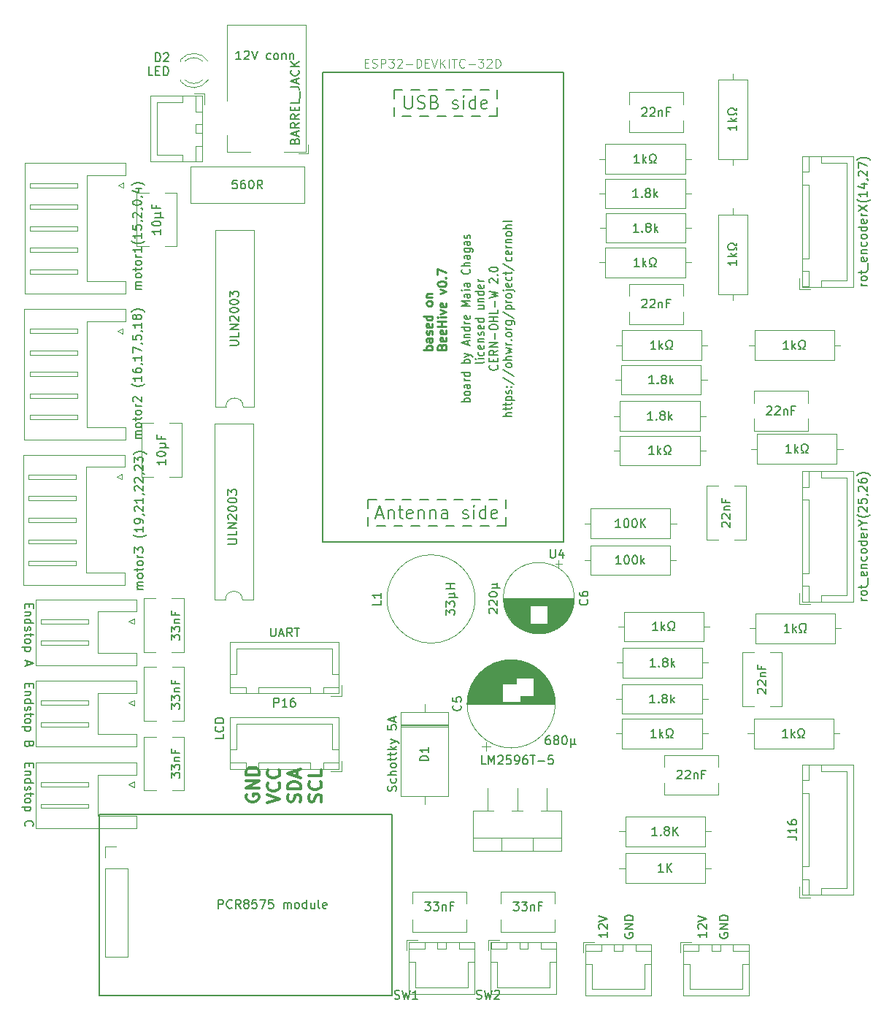
<source format=gbr>
%TF.GenerationSoftware,KiCad,Pcbnew,8.0.9-8.0.9-0~ubuntu24.04.1*%
%TF.CreationDate,2025-02-28T18:05:01+00:00*%
%TF.ProjectId,integrated_board,696e7465-6772-4617-9465-645f626f6172,rev?*%
%TF.SameCoordinates,Original*%
%TF.FileFunction,Legend,Top*%
%TF.FilePolarity,Positive*%
%FSLAX46Y46*%
G04 Gerber Fmt 4.6, Leading zero omitted, Abs format (unit mm)*
G04 Created by KiCad (PCBNEW 8.0.9-8.0.9-0~ubuntu24.04.1) date 2025-02-28 18:05:01*
%MOMM*%
%LPD*%
G01*
G04 APERTURE LIST*
%ADD10C,0.300000*%
%ADD11C,0.150000*%
%ADD12C,0.250000*%
%ADD13C,0.200000*%
%ADD14C,0.015000*%
%ADD15C,0.120000*%
%ADD16C,0.127000*%
G04 APERTURE END LIST*
D10*
X120627509Y-126659774D02*
X120556080Y-126802632D01*
X120556080Y-126802632D02*
X120556080Y-127016917D01*
X120556080Y-127016917D02*
X120627509Y-127231203D01*
X120627509Y-127231203D02*
X120770366Y-127374060D01*
X120770366Y-127374060D02*
X120913223Y-127445489D01*
X120913223Y-127445489D02*
X121198937Y-127516917D01*
X121198937Y-127516917D02*
X121413223Y-127516917D01*
X121413223Y-127516917D02*
X121698937Y-127445489D01*
X121698937Y-127445489D02*
X121841794Y-127374060D01*
X121841794Y-127374060D02*
X121984652Y-127231203D01*
X121984652Y-127231203D02*
X122056080Y-127016917D01*
X122056080Y-127016917D02*
X122056080Y-126874060D01*
X122056080Y-126874060D02*
X121984652Y-126659774D01*
X121984652Y-126659774D02*
X121913223Y-126588346D01*
X121913223Y-126588346D02*
X121413223Y-126588346D01*
X121413223Y-126588346D02*
X121413223Y-126874060D01*
X122056080Y-125945489D02*
X120556080Y-125945489D01*
X120556080Y-125945489D02*
X122056080Y-125088346D01*
X122056080Y-125088346D02*
X120556080Y-125088346D01*
X122056080Y-124374060D02*
X120556080Y-124374060D01*
X120556080Y-124374060D02*
X120556080Y-124016917D01*
X120556080Y-124016917D02*
X120627509Y-123802631D01*
X120627509Y-123802631D02*
X120770366Y-123659774D01*
X120770366Y-123659774D02*
X120913223Y-123588345D01*
X120913223Y-123588345D02*
X121198937Y-123516917D01*
X121198937Y-123516917D02*
X121413223Y-123516917D01*
X121413223Y-123516917D02*
X121698937Y-123588345D01*
X121698937Y-123588345D02*
X121841794Y-123659774D01*
X121841794Y-123659774D02*
X121984652Y-123802631D01*
X121984652Y-123802631D02*
X122056080Y-124016917D01*
X122056080Y-124016917D02*
X122056080Y-124374060D01*
X122970996Y-127659774D02*
X124470996Y-127159774D01*
X124470996Y-127159774D02*
X122970996Y-126659774D01*
X124328139Y-125302632D02*
X124399568Y-125374060D01*
X124399568Y-125374060D02*
X124470996Y-125588346D01*
X124470996Y-125588346D02*
X124470996Y-125731203D01*
X124470996Y-125731203D02*
X124399568Y-125945489D01*
X124399568Y-125945489D02*
X124256710Y-126088346D01*
X124256710Y-126088346D02*
X124113853Y-126159775D01*
X124113853Y-126159775D02*
X123828139Y-126231203D01*
X123828139Y-126231203D02*
X123613853Y-126231203D01*
X123613853Y-126231203D02*
X123328139Y-126159775D01*
X123328139Y-126159775D02*
X123185282Y-126088346D01*
X123185282Y-126088346D02*
X123042425Y-125945489D01*
X123042425Y-125945489D02*
X122970996Y-125731203D01*
X122970996Y-125731203D02*
X122970996Y-125588346D01*
X122970996Y-125588346D02*
X123042425Y-125374060D01*
X123042425Y-125374060D02*
X123113853Y-125302632D01*
X124328139Y-123802632D02*
X124399568Y-123874060D01*
X124399568Y-123874060D02*
X124470996Y-124088346D01*
X124470996Y-124088346D02*
X124470996Y-124231203D01*
X124470996Y-124231203D02*
X124399568Y-124445489D01*
X124399568Y-124445489D02*
X124256710Y-124588346D01*
X124256710Y-124588346D02*
X124113853Y-124659775D01*
X124113853Y-124659775D02*
X123828139Y-124731203D01*
X123828139Y-124731203D02*
X123613853Y-124731203D01*
X123613853Y-124731203D02*
X123328139Y-124659775D01*
X123328139Y-124659775D02*
X123185282Y-124588346D01*
X123185282Y-124588346D02*
X123042425Y-124445489D01*
X123042425Y-124445489D02*
X122970996Y-124231203D01*
X122970996Y-124231203D02*
X122970996Y-124088346D01*
X122970996Y-124088346D02*
X123042425Y-123874060D01*
X123042425Y-123874060D02*
X123113853Y-123802632D01*
X126814484Y-127516917D02*
X126885912Y-127302632D01*
X126885912Y-127302632D02*
X126885912Y-126945489D01*
X126885912Y-126945489D02*
X126814484Y-126802632D01*
X126814484Y-126802632D02*
X126743055Y-126731203D01*
X126743055Y-126731203D02*
X126600198Y-126659774D01*
X126600198Y-126659774D02*
X126457341Y-126659774D01*
X126457341Y-126659774D02*
X126314484Y-126731203D01*
X126314484Y-126731203D02*
X126243055Y-126802632D01*
X126243055Y-126802632D02*
X126171626Y-126945489D01*
X126171626Y-126945489D02*
X126100198Y-127231203D01*
X126100198Y-127231203D02*
X126028769Y-127374060D01*
X126028769Y-127374060D02*
X125957341Y-127445489D01*
X125957341Y-127445489D02*
X125814484Y-127516917D01*
X125814484Y-127516917D02*
X125671626Y-127516917D01*
X125671626Y-127516917D02*
X125528769Y-127445489D01*
X125528769Y-127445489D02*
X125457341Y-127374060D01*
X125457341Y-127374060D02*
X125385912Y-127231203D01*
X125385912Y-127231203D02*
X125385912Y-126874060D01*
X125385912Y-126874060D02*
X125457341Y-126659774D01*
X126885912Y-126016918D02*
X125385912Y-126016918D01*
X125385912Y-126016918D02*
X125385912Y-125659775D01*
X125385912Y-125659775D02*
X125457341Y-125445489D01*
X125457341Y-125445489D02*
X125600198Y-125302632D01*
X125600198Y-125302632D02*
X125743055Y-125231203D01*
X125743055Y-125231203D02*
X126028769Y-125159775D01*
X126028769Y-125159775D02*
X126243055Y-125159775D01*
X126243055Y-125159775D02*
X126528769Y-125231203D01*
X126528769Y-125231203D02*
X126671626Y-125302632D01*
X126671626Y-125302632D02*
X126814484Y-125445489D01*
X126814484Y-125445489D02*
X126885912Y-125659775D01*
X126885912Y-125659775D02*
X126885912Y-126016918D01*
X126457341Y-124588346D02*
X126457341Y-123874061D01*
X126885912Y-124731203D02*
X125385912Y-124231203D01*
X125385912Y-124231203D02*
X126885912Y-123731203D01*
X129229400Y-127516917D02*
X129300828Y-127302632D01*
X129300828Y-127302632D02*
X129300828Y-126945489D01*
X129300828Y-126945489D02*
X129229400Y-126802632D01*
X129229400Y-126802632D02*
X129157971Y-126731203D01*
X129157971Y-126731203D02*
X129015114Y-126659774D01*
X129015114Y-126659774D02*
X128872257Y-126659774D01*
X128872257Y-126659774D02*
X128729400Y-126731203D01*
X128729400Y-126731203D02*
X128657971Y-126802632D01*
X128657971Y-126802632D02*
X128586542Y-126945489D01*
X128586542Y-126945489D02*
X128515114Y-127231203D01*
X128515114Y-127231203D02*
X128443685Y-127374060D01*
X128443685Y-127374060D02*
X128372257Y-127445489D01*
X128372257Y-127445489D02*
X128229400Y-127516917D01*
X128229400Y-127516917D02*
X128086542Y-127516917D01*
X128086542Y-127516917D02*
X127943685Y-127445489D01*
X127943685Y-127445489D02*
X127872257Y-127374060D01*
X127872257Y-127374060D02*
X127800828Y-127231203D01*
X127800828Y-127231203D02*
X127800828Y-126874060D01*
X127800828Y-126874060D02*
X127872257Y-126659774D01*
X129157971Y-125159775D02*
X129229400Y-125231203D01*
X129229400Y-125231203D02*
X129300828Y-125445489D01*
X129300828Y-125445489D02*
X129300828Y-125588346D01*
X129300828Y-125588346D02*
X129229400Y-125802632D01*
X129229400Y-125802632D02*
X129086542Y-125945489D01*
X129086542Y-125945489D02*
X128943685Y-126016918D01*
X128943685Y-126016918D02*
X128657971Y-126088346D01*
X128657971Y-126088346D02*
X128443685Y-126088346D01*
X128443685Y-126088346D02*
X128157971Y-126016918D01*
X128157971Y-126016918D02*
X128015114Y-125945489D01*
X128015114Y-125945489D02*
X127872257Y-125802632D01*
X127872257Y-125802632D02*
X127800828Y-125588346D01*
X127800828Y-125588346D02*
X127800828Y-125445489D01*
X127800828Y-125445489D02*
X127872257Y-125231203D01*
X127872257Y-125231203D02*
X127943685Y-125159775D01*
X129300828Y-123802632D02*
X129300828Y-124516918D01*
X129300828Y-124516918D02*
X127800828Y-124516918D01*
D11*
X140700000Y-45000000D02*
X139700000Y-45000000D01*
X139700000Y-92500000D02*
X138700000Y-92500000D01*
X148700000Y-45000000D02*
X147700000Y-45000000D01*
X142700000Y-45000000D02*
X141700000Y-45000000D01*
X142700000Y-95500000D02*
X141700000Y-95500000D01*
X137700000Y-47000000D02*
X137700000Y-48000000D01*
X150700000Y-95500000D02*
X149700000Y-95500000D01*
X135700000Y-92500000D02*
X134700000Y-92500000D01*
X141700000Y-92500000D02*
X140700000Y-92500000D01*
X136700000Y-95500000D02*
X135700000Y-95500000D01*
X149700000Y-45000000D02*
X149700000Y-46000000D01*
X143700000Y-92500000D02*
X142700000Y-92500000D01*
X140700000Y-95500000D02*
X139700000Y-95500000D01*
X138700000Y-45000000D02*
X137700000Y-45000000D01*
X144700000Y-95500000D02*
X143700000Y-95500000D01*
X150700000Y-94500000D02*
X150700000Y-95500000D01*
X149700000Y-47000000D02*
X149700000Y-48000000D01*
X137700000Y-92500000D02*
X136700000Y-92500000D01*
X147700000Y-48000000D02*
X146700000Y-48000000D01*
X143700000Y-48000000D02*
X142700000Y-48000000D01*
X146700000Y-45000000D02*
X145700000Y-45000000D01*
X144700000Y-45000000D02*
X143700000Y-45000000D01*
X147700000Y-92500000D02*
X146700000Y-92500000D01*
X145700000Y-48000000D02*
X144700000Y-48000000D01*
X150700000Y-92500000D02*
X150700000Y-93500000D01*
X103500000Y-129000000D02*
X137500000Y-129000000D01*
X137500000Y-150000000D01*
X103500000Y-150000000D01*
X103500000Y-129000000D01*
X149700000Y-48000000D02*
X148700000Y-48000000D01*
X148700000Y-95500000D02*
X147700000Y-95500000D01*
X145700000Y-92500000D02*
X144700000Y-92500000D01*
X146700000Y-95500000D02*
X145700000Y-95500000D01*
X149700000Y-92500000D02*
X148700000Y-92500000D01*
X138700000Y-95500000D02*
X137700000Y-95500000D01*
X134700000Y-92500000D02*
X134700000Y-93500000D01*
X139700000Y-48000000D02*
X138700000Y-48000000D01*
X137700000Y-45000000D02*
X137700000Y-46000000D01*
X134700000Y-94500000D02*
X134700000Y-95500000D01*
X141700000Y-48000000D02*
X140700000Y-48000000D01*
X137789160Y-150322200D02*
X137932017Y-150369819D01*
X137932017Y-150369819D02*
X138170112Y-150369819D01*
X138170112Y-150369819D02*
X138265350Y-150322200D01*
X138265350Y-150322200D02*
X138312969Y-150274580D01*
X138312969Y-150274580D02*
X138360588Y-150179342D01*
X138360588Y-150179342D02*
X138360588Y-150084104D01*
X138360588Y-150084104D02*
X138312969Y-149988866D01*
X138312969Y-149988866D02*
X138265350Y-149941247D01*
X138265350Y-149941247D02*
X138170112Y-149893628D01*
X138170112Y-149893628D02*
X137979636Y-149846009D01*
X137979636Y-149846009D02*
X137884398Y-149798390D01*
X137884398Y-149798390D02*
X137836779Y-149750771D01*
X137836779Y-149750771D02*
X137789160Y-149655533D01*
X137789160Y-149655533D02*
X137789160Y-149560295D01*
X137789160Y-149560295D02*
X137836779Y-149465057D01*
X137836779Y-149465057D02*
X137884398Y-149417438D01*
X137884398Y-149417438D02*
X137979636Y-149369819D01*
X137979636Y-149369819D02*
X138217731Y-149369819D01*
X138217731Y-149369819D02*
X138360588Y-149417438D01*
X138693922Y-149369819D02*
X138932017Y-150369819D01*
X138932017Y-150369819D02*
X139122493Y-149655533D01*
X139122493Y-149655533D02*
X139312969Y-150369819D01*
X139312969Y-150369819D02*
X139551065Y-149369819D01*
X140455826Y-150369819D02*
X139884398Y-150369819D01*
X140170112Y-150369819D02*
X140170112Y-149369819D01*
X140170112Y-149369819D02*
X140074874Y-149512676D01*
X140074874Y-149512676D02*
X139979636Y-149607914D01*
X139979636Y-149607914D02*
X139884398Y-149655533D01*
X111869819Y-124758458D02*
X111869819Y-124139411D01*
X111869819Y-124139411D02*
X112250771Y-124472744D01*
X112250771Y-124472744D02*
X112250771Y-124329887D01*
X112250771Y-124329887D02*
X112298390Y-124234649D01*
X112298390Y-124234649D02*
X112346009Y-124187030D01*
X112346009Y-124187030D02*
X112441247Y-124139411D01*
X112441247Y-124139411D02*
X112679342Y-124139411D01*
X112679342Y-124139411D02*
X112774580Y-124187030D01*
X112774580Y-124187030D02*
X112822200Y-124234649D01*
X112822200Y-124234649D02*
X112869819Y-124329887D01*
X112869819Y-124329887D02*
X112869819Y-124615601D01*
X112869819Y-124615601D02*
X112822200Y-124710839D01*
X112822200Y-124710839D02*
X112774580Y-124758458D01*
X111869819Y-123806077D02*
X111869819Y-123187030D01*
X111869819Y-123187030D02*
X112250771Y-123520363D01*
X112250771Y-123520363D02*
X112250771Y-123377506D01*
X112250771Y-123377506D02*
X112298390Y-123282268D01*
X112298390Y-123282268D02*
X112346009Y-123234649D01*
X112346009Y-123234649D02*
X112441247Y-123187030D01*
X112441247Y-123187030D02*
X112679342Y-123187030D01*
X112679342Y-123187030D02*
X112774580Y-123234649D01*
X112774580Y-123234649D02*
X112822200Y-123282268D01*
X112822200Y-123282268D02*
X112869819Y-123377506D01*
X112869819Y-123377506D02*
X112869819Y-123663220D01*
X112869819Y-123663220D02*
X112822200Y-123758458D01*
X112822200Y-123758458D02*
X112774580Y-123806077D01*
X112203152Y-122758458D02*
X112869819Y-122758458D01*
X112298390Y-122758458D02*
X112250771Y-122710839D01*
X112250771Y-122710839D02*
X112203152Y-122615601D01*
X112203152Y-122615601D02*
X112203152Y-122472744D01*
X112203152Y-122472744D02*
X112250771Y-122377506D01*
X112250771Y-122377506D02*
X112346009Y-122329887D01*
X112346009Y-122329887D02*
X112869819Y-122329887D01*
X112346009Y-121520363D02*
X112346009Y-121853696D01*
X112869819Y-121853696D02*
X111869819Y-121853696D01*
X111869819Y-121853696D02*
X111869819Y-121377506D01*
X162454819Y-142619047D02*
X162454819Y-143190475D01*
X162454819Y-142904761D02*
X161454819Y-142904761D01*
X161454819Y-142904761D02*
X161597676Y-142999999D01*
X161597676Y-142999999D02*
X161692914Y-143095237D01*
X161692914Y-143095237D02*
X161740533Y-143190475D01*
X161550057Y-142238094D02*
X161502438Y-142190475D01*
X161502438Y-142190475D02*
X161454819Y-142095237D01*
X161454819Y-142095237D02*
X161454819Y-141857142D01*
X161454819Y-141857142D02*
X161502438Y-141761904D01*
X161502438Y-141761904D02*
X161550057Y-141714285D01*
X161550057Y-141714285D02*
X161645295Y-141666666D01*
X161645295Y-141666666D02*
X161740533Y-141666666D01*
X161740533Y-141666666D02*
X161883390Y-141714285D01*
X161883390Y-141714285D02*
X162454819Y-142285713D01*
X162454819Y-142285713D02*
X162454819Y-141666666D01*
X161454819Y-141380951D02*
X162454819Y-141047618D01*
X162454819Y-141047618D02*
X161454819Y-140714285D01*
X95403990Y-123086779D02*
X95403990Y-123420112D01*
X94880180Y-123562969D02*
X94880180Y-123086779D01*
X94880180Y-123086779D02*
X95880180Y-123086779D01*
X95880180Y-123086779D02*
X95880180Y-123562969D01*
X95546847Y-123991541D02*
X94880180Y-123991541D01*
X95451609Y-123991541D02*
X95499228Y-124039160D01*
X95499228Y-124039160D02*
X95546847Y-124134398D01*
X95546847Y-124134398D02*
X95546847Y-124277255D01*
X95546847Y-124277255D02*
X95499228Y-124372493D01*
X95499228Y-124372493D02*
X95403990Y-124420112D01*
X95403990Y-124420112D02*
X94880180Y-124420112D01*
X94880180Y-125324874D02*
X95880180Y-125324874D01*
X94927800Y-125324874D02*
X94880180Y-125229636D01*
X94880180Y-125229636D02*
X94880180Y-125039160D01*
X94880180Y-125039160D02*
X94927800Y-124943922D01*
X94927800Y-124943922D02*
X94975419Y-124896303D01*
X94975419Y-124896303D02*
X95070657Y-124848684D01*
X95070657Y-124848684D02*
X95356371Y-124848684D01*
X95356371Y-124848684D02*
X95451609Y-124896303D01*
X95451609Y-124896303D02*
X95499228Y-124943922D01*
X95499228Y-124943922D02*
X95546847Y-125039160D01*
X95546847Y-125039160D02*
X95546847Y-125229636D01*
X95546847Y-125229636D02*
X95499228Y-125324874D01*
X94927800Y-125753446D02*
X94880180Y-125848684D01*
X94880180Y-125848684D02*
X94880180Y-126039160D01*
X94880180Y-126039160D02*
X94927800Y-126134398D01*
X94927800Y-126134398D02*
X95023038Y-126182017D01*
X95023038Y-126182017D02*
X95070657Y-126182017D01*
X95070657Y-126182017D02*
X95165895Y-126134398D01*
X95165895Y-126134398D02*
X95213514Y-126039160D01*
X95213514Y-126039160D02*
X95213514Y-125896303D01*
X95213514Y-125896303D02*
X95261133Y-125801065D01*
X95261133Y-125801065D02*
X95356371Y-125753446D01*
X95356371Y-125753446D02*
X95403990Y-125753446D01*
X95403990Y-125753446D02*
X95499228Y-125801065D01*
X95499228Y-125801065D02*
X95546847Y-125896303D01*
X95546847Y-125896303D02*
X95546847Y-126039160D01*
X95546847Y-126039160D02*
X95499228Y-126134398D01*
X95546847Y-126467732D02*
X95546847Y-126848684D01*
X95880180Y-126610589D02*
X95023038Y-126610589D01*
X95023038Y-126610589D02*
X94927800Y-126658208D01*
X94927800Y-126658208D02*
X94880180Y-126753446D01*
X94880180Y-126753446D02*
X94880180Y-126848684D01*
X94880180Y-127324875D02*
X94927800Y-127229637D01*
X94927800Y-127229637D02*
X94975419Y-127182018D01*
X94975419Y-127182018D02*
X95070657Y-127134399D01*
X95070657Y-127134399D02*
X95356371Y-127134399D01*
X95356371Y-127134399D02*
X95451609Y-127182018D01*
X95451609Y-127182018D02*
X95499228Y-127229637D01*
X95499228Y-127229637D02*
X95546847Y-127324875D01*
X95546847Y-127324875D02*
X95546847Y-127467732D01*
X95546847Y-127467732D02*
X95499228Y-127562970D01*
X95499228Y-127562970D02*
X95451609Y-127610589D01*
X95451609Y-127610589D02*
X95356371Y-127658208D01*
X95356371Y-127658208D02*
X95070657Y-127658208D01*
X95070657Y-127658208D02*
X94975419Y-127610589D01*
X94975419Y-127610589D02*
X94927800Y-127562970D01*
X94927800Y-127562970D02*
X94880180Y-127467732D01*
X94880180Y-127467732D02*
X94880180Y-127324875D01*
X95546847Y-128086780D02*
X94546847Y-128086780D01*
X95499228Y-128086780D02*
X95546847Y-128182018D01*
X95546847Y-128182018D02*
X95546847Y-128372494D01*
X95546847Y-128372494D02*
X95499228Y-128467732D01*
X95499228Y-128467732D02*
X95451609Y-128515351D01*
X95451609Y-128515351D02*
X95356371Y-128562970D01*
X95356371Y-128562970D02*
X95070657Y-128562970D01*
X95070657Y-128562970D02*
X94975419Y-128515351D01*
X94975419Y-128515351D02*
X94927800Y-128467732D01*
X94927800Y-128467732D02*
X94880180Y-128372494D01*
X94880180Y-128372494D02*
X94880180Y-128182018D01*
X94880180Y-128182018D02*
X94927800Y-128086780D01*
X94975419Y-130324875D02*
X94927800Y-130277256D01*
X94927800Y-130277256D02*
X94880180Y-130134399D01*
X94880180Y-130134399D02*
X94880180Y-130039161D01*
X94880180Y-130039161D02*
X94927800Y-129896304D01*
X94927800Y-129896304D02*
X95023038Y-129801066D01*
X95023038Y-129801066D02*
X95118276Y-129753447D01*
X95118276Y-129753447D02*
X95308752Y-129705828D01*
X95308752Y-129705828D02*
X95451609Y-129705828D01*
X95451609Y-129705828D02*
X95642085Y-129753447D01*
X95642085Y-129753447D02*
X95737323Y-129801066D01*
X95737323Y-129801066D02*
X95832561Y-129896304D01*
X95832561Y-129896304D02*
X95880180Y-130039161D01*
X95880180Y-130039161D02*
X95880180Y-130134399D01*
X95880180Y-130134399D02*
X95832561Y-130277256D01*
X95832561Y-130277256D02*
X95784942Y-130324875D01*
X173954819Y-142619047D02*
X173954819Y-143190475D01*
X173954819Y-142904761D02*
X172954819Y-142904761D01*
X172954819Y-142904761D02*
X173097676Y-142999999D01*
X173097676Y-142999999D02*
X173192914Y-143095237D01*
X173192914Y-143095237D02*
X173240533Y-143190475D01*
X173050057Y-142238094D02*
X173002438Y-142190475D01*
X173002438Y-142190475D02*
X172954819Y-142095237D01*
X172954819Y-142095237D02*
X172954819Y-141857142D01*
X172954819Y-141857142D02*
X173002438Y-141761904D01*
X173002438Y-141761904D02*
X173050057Y-141714285D01*
X173050057Y-141714285D02*
X173145295Y-141666666D01*
X173145295Y-141666666D02*
X173240533Y-141666666D01*
X173240533Y-141666666D02*
X173383390Y-141714285D01*
X173383390Y-141714285D02*
X173954819Y-142285713D01*
X173954819Y-142285713D02*
X173954819Y-141666666D01*
X172954819Y-141380951D02*
X173954819Y-141047618D01*
X173954819Y-141047618D02*
X172954819Y-140714285D01*
X135700000Y-94257557D02*
X136414286Y-94257557D01*
X135557143Y-94686128D02*
X136057143Y-93186128D01*
X136057143Y-93186128D02*
X136557143Y-94686128D01*
X137057142Y-93686128D02*
X137057142Y-94686128D01*
X137057142Y-93828985D02*
X137128571Y-93757557D01*
X137128571Y-93757557D02*
X137271428Y-93686128D01*
X137271428Y-93686128D02*
X137485714Y-93686128D01*
X137485714Y-93686128D02*
X137628571Y-93757557D01*
X137628571Y-93757557D02*
X137700000Y-93900414D01*
X137700000Y-93900414D02*
X137700000Y-94686128D01*
X138200000Y-93686128D02*
X138771428Y-93686128D01*
X138414285Y-93186128D02*
X138414285Y-94471842D01*
X138414285Y-94471842D02*
X138485714Y-94614700D01*
X138485714Y-94614700D02*
X138628571Y-94686128D01*
X138628571Y-94686128D02*
X138771428Y-94686128D01*
X139842857Y-94614700D02*
X139700000Y-94686128D01*
X139700000Y-94686128D02*
X139414286Y-94686128D01*
X139414286Y-94686128D02*
X139271428Y-94614700D01*
X139271428Y-94614700D02*
X139200000Y-94471842D01*
X139200000Y-94471842D02*
X139200000Y-93900414D01*
X139200000Y-93900414D02*
X139271428Y-93757557D01*
X139271428Y-93757557D02*
X139414286Y-93686128D01*
X139414286Y-93686128D02*
X139700000Y-93686128D01*
X139700000Y-93686128D02*
X139842857Y-93757557D01*
X139842857Y-93757557D02*
X139914286Y-93900414D01*
X139914286Y-93900414D02*
X139914286Y-94043271D01*
X139914286Y-94043271D02*
X139200000Y-94186128D01*
X140557142Y-93686128D02*
X140557142Y-94686128D01*
X140557142Y-93828985D02*
X140628571Y-93757557D01*
X140628571Y-93757557D02*
X140771428Y-93686128D01*
X140771428Y-93686128D02*
X140985714Y-93686128D01*
X140985714Y-93686128D02*
X141128571Y-93757557D01*
X141128571Y-93757557D02*
X141200000Y-93900414D01*
X141200000Y-93900414D02*
X141200000Y-94686128D01*
X141914285Y-93686128D02*
X141914285Y-94686128D01*
X141914285Y-93828985D02*
X141985714Y-93757557D01*
X141985714Y-93757557D02*
X142128571Y-93686128D01*
X142128571Y-93686128D02*
X142342857Y-93686128D01*
X142342857Y-93686128D02*
X142485714Y-93757557D01*
X142485714Y-93757557D02*
X142557143Y-93900414D01*
X142557143Y-93900414D02*
X142557143Y-94686128D01*
X143914286Y-94686128D02*
X143914286Y-93900414D01*
X143914286Y-93900414D02*
X143842857Y-93757557D01*
X143842857Y-93757557D02*
X143700000Y-93686128D01*
X143700000Y-93686128D02*
X143414286Y-93686128D01*
X143414286Y-93686128D02*
X143271428Y-93757557D01*
X143914286Y-94614700D02*
X143771428Y-94686128D01*
X143771428Y-94686128D02*
X143414286Y-94686128D01*
X143414286Y-94686128D02*
X143271428Y-94614700D01*
X143271428Y-94614700D02*
X143200000Y-94471842D01*
X143200000Y-94471842D02*
X143200000Y-94328985D01*
X143200000Y-94328985D02*
X143271428Y-94186128D01*
X143271428Y-94186128D02*
X143414286Y-94114700D01*
X143414286Y-94114700D02*
X143771428Y-94114700D01*
X143771428Y-94114700D02*
X143914286Y-94043271D01*
X145700000Y-94614700D02*
X145842857Y-94686128D01*
X145842857Y-94686128D02*
X146128571Y-94686128D01*
X146128571Y-94686128D02*
X146271428Y-94614700D01*
X146271428Y-94614700D02*
X146342857Y-94471842D01*
X146342857Y-94471842D02*
X146342857Y-94400414D01*
X146342857Y-94400414D02*
X146271428Y-94257557D01*
X146271428Y-94257557D02*
X146128571Y-94186128D01*
X146128571Y-94186128D02*
X145914286Y-94186128D01*
X145914286Y-94186128D02*
X145771428Y-94114700D01*
X145771428Y-94114700D02*
X145700000Y-93971842D01*
X145700000Y-93971842D02*
X145700000Y-93900414D01*
X145700000Y-93900414D02*
X145771428Y-93757557D01*
X145771428Y-93757557D02*
X145914286Y-93686128D01*
X145914286Y-93686128D02*
X146128571Y-93686128D01*
X146128571Y-93686128D02*
X146271428Y-93757557D01*
X146985714Y-94686128D02*
X146985714Y-93686128D01*
X146985714Y-93186128D02*
X146914286Y-93257557D01*
X146914286Y-93257557D02*
X146985714Y-93328985D01*
X146985714Y-93328985D02*
X147057143Y-93257557D01*
X147057143Y-93257557D02*
X146985714Y-93186128D01*
X146985714Y-93186128D02*
X146985714Y-93328985D01*
X148342858Y-94686128D02*
X148342858Y-93186128D01*
X148342858Y-94614700D02*
X148200000Y-94686128D01*
X148200000Y-94686128D02*
X147914286Y-94686128D01*
X147914286Y-94686128D02*
X147771429Y-94614700D01*
X147771429Y-94614700D02*
X147700000Y-94543271D01*
X147700000Y-94543271D02*
X147628572Y-94400414D01*
X147628572Y-94400414D02*
X147628572Y-93971842D01*
X147628572Y-93971842D02*
X147700000Y-93828985D01*
X147700000Y-93828985D02*
X147771429Y-93757557D01*
X147771429Y-93757557D02*
X147914286Y-93686128D01*
X147914286Y-93686128D02*
X148200000Y-93686128D01*
X148200000Y-93686128D02*
X148342858Y-93757557D01*
X149628572Y-94614700D02*
X149485715Y-94686128D01*
X149485715Y-94686128D02*
X149200001Y-94686128D01*
X149200001Y-94686128D02*
X149057143Y-94614700D01*
X149057143Y-94614700D02*
X148985715Y-94471842D01*
X148985715Y-94471842D02*
X148985715Y-93900414D01*
X148985715Y-93900414D02*
X149057143Y-93757557D01*
X149057143Y-93757557D02*
X149200001Y-93686128D01*
X149200001Y-93686128D02*
X149485715Y-93686128D01*
X149485715Y-93686128D02*
X149628572Y-93757557D01*
X149628572Y-93757557D02*
X149700001Y-93900414D01*
X149700001Y-93900414D02*
X149700001Y-94043271D01*
X149700001Y-94043271D02*
X148985715Y-94186128D01*
X95403990Y-104586779D02*
X95403990Y-104920112D01*
X94880180Y-105062969D02*
X94880180Y-104586779D01*
X94880180Y-104586779D02*
X95880180Y-104586779D01*
X95880180Y-104586779D02*
X95880180Y-105062969D01*
X95546847Y-105491541D02*
X94880180Y-105491541D01*
X95451609Y-105491541D02*
X95499228Y-105539160D01*
X95499228Y-105539160D02*
X95546847Y-105634398D01*
X95546847Y-105634398D02*
X95546847Y-105777255D01*
X95546847Y-105777255D02*
X95499228Y-105872493D01*
X95499228Y-105872493D02*
X95403990Y-105920112D01*
X95403990Y-105920112D02*
X94880180Y-105920112D01*
X94880180Y-106824874D02*
X95880180Y-106824874D01*
X94927800Y-106824874D02*
X94880180Y-106729636D01*
X94880180Y-106729636D02*
X94880180Y-106539160D01*
X94880180Y-106539160D02*
X94927800Y-106443922D01*
X94927800Y-106443922D02*
X94975419Y-106396303D01*
X94975419Y-106396303D02*
X95070657Y-106348684D01*
X95070657Y-106348684D02*
X95356371Y-106348684D01*
X95356371Y-106348684D02*
X95451609Y-106396303D01*
X95451609Y-106396303D02*
X95499228Y-106443922D01*
X95499228Y-106443922D02*
X95546847Y-106539160D01*
X95546847Y-106539160D02*
X95546847Y-106729636D01*
X95546847Y-106729636D02*
X95499228Y-106824874D01*
X94927800Y-107253446D02*
X94880180Y-107348684D01*
X94880180Y-107348684D02*
X94880180Y-107539160D01*
X94880180Y-107539160D02*
X94927800Y-107634398D01*
X94927800Y-107634398D02*
X95023038Y-107682017D01*
X95023038Y-107682017D02*
X95070657Y-107682017D01*
X95070657Y-107682017D02*
X95165895Y-107634398D01*
X95165895Y-107634398D02*
X95213514Y-107539160D01*
X95213514Y-107539160D02*
X95213514Y-107396303D01*
X95213514Y-107396303D02*
X95261133Y-107301065D01*
X95261133Y-107301065D02*
X95356371Y-107253446D01*
X95356371Y-107253446D02*
X95403990Y-107253446D01*
X95403990Y-107253446D02*
X95499228Y-107301065D01*
X95499228Y-107301065D02*
X95546847Y-107396303D01*
X95546847Y-107396303D02*
X95546847Y-107539160D01*
X95546847Y-107539160D02*
X95499228Y-107634398D01*
X95546847Y-107967732D02*
X95546847Y-108348684D01*
X95880180Y-108110589D02*
X95023038Y-108110589D01*
X95023038Y-108110589D02*
X94927800Y-108158208D01*
X94927800Y-108158208D02*
X94880180Y-108253446D01*
X94880180Y-108253446D02*
X94880180Y-108348684D01*
X94880180Y-108824875D02*
X94927800Y-108729637D01*
X94927800Y-108729637D02*
X94975419Y-108682018D01*
X94975419Y-108682018D02*
X95070657Y-108634399D01*
X95070657Y-108634399D02*
X95356371Y-108634399D01*
X95356371Y-108634399D02*
X95451609Y-108682018D01*
X95451609Y-108682018D02*
X95499228Y-108729637D01*
X95499228Y-108729637D02*
X95546847Y-108824875D01*
X95546847Y-108824875D02*
X95546847Y-108967732D01*
X95546847Y-108967732D02*
X95499228Y-109062970D01*
X95499228Y-109062970D02*
X95451609Y-109110589D01*
X95451609Y-109110589D02*
X95356371Y-109158208D01*
X95356371Y-109158208D02*
X95070657Y-109158208D01*
X95070657Y-109158208D02*
X94975419Y-109110589D01*
X94975419Y-109110589D02*
X94927800Y-109062970D01*
X94927800Y-109062970D02*
X94880180Y-108967732D01*
X94880180Y-108967732D02*
X94880180Y-108824875D01*
X95546847Y-109586780D02*
X94546847Y-109586780D01*
X95499228Y-109586780D02*
X95546847Y-109682018D01*
X95546847Y-109682018D02*
X95546847Y-109872494D01*
X95546847Y-109872494D02*
X95499228Y-109967732D01*
X95499228Y-109967732D02*
X95451609Y-110015351D01*
X95451609Y-110015351D02*
X95356371Y-110062970D01*
X95356371Y-110062970D02*
X95070657Y-110062970D01*
X95070657Y-110062970D02*
X94975419Y-110015351D01*
X94975419Y-110015351D02*
X94927800Y-109967732D01*
X94927800Y-109967732D02*
X94880180Y-109872494D01*
X94880180Y-109872494D02*
X94880180Y-109682018D01*
X94880180Y-109682018D02*
X94927800Y-109586780D01*
X95165895Y-111205828D02*
X95165895Y-111682018D01*
X94880180Y-111110590D02*
X95880180Y-111443923D01*
X95880180Y-111443923D02*
X94880180Y-111777256D01*
X147289160Y-150322200D02*
X147432017Y-150369819D01*
X147432017Y-150369819D02*
X147670112Y-150369819D01*
X147670112Y-150369819D02*
X147765350Y-150322200D01*
X147765350Y-150322200D02*
X147812969Y-150274580D01*
X147812969Y-150274580D02*
X147860588Y-150179342D01*
X147860588Y-150179342D02*
X147860588Y-150084104D01*
X147860588Y-150084104D02*
X147812969Y-149988866D01*
X147812969Y-149988866D02*
X147765350Y-149941247D01*
X147765350Y-149941247D02*
X147670112Y-149893628D01*
X147670112Y-149893628D02*
X147479636Y-149846009D01*
X147479636Y-149846009D02*
X147384398Y-149798390D01*
X147384398Y-149798390D02*
X147336779Y-149750771D01*
X147336779Y-149750771D02*
X147289160Y-149655533D01*
X147289160Y-149655533D02*
X147289160Y-149560295D01*
X147289160Y-149560295D02*
X147336779Y-149465057D01*
X147336779Y-149465057D02*
X147384398Y-149417438D01*
X147384398Y-149417438D02*
X147479636Y-149369819D01*
X147479636Y-149369819D02*
X147717731Y-149369819D01*
X147717731Y-149369819D02*
X147860588Y-149417438D01*
X148193922Y-149369819D02*
X148432017Y-150369819D01*
X148432017Y-150369819D02*
X148622493Y-149655533D01*
X148622493Y-149655533D02*
X148812969Y-150369819D01*
X148812969Y-150369819D02*
X149051065Y-149369819D01*
X149384398Y-149465057D02*
X149432017Y-149417438D01*
X149432017Y-149417438D02*
X149527255Y-149369819D01*
X149527255Y-149369819D02*
X149765350Y-149369819D01*
X149765350Y-149369819D02*
X149860588Y-149417438D01*
X149860588Y-149417438D02*
X149908207Y-149465057D01*
X149908207Y-149465057D02*
X149955826Y-149560295D01*
X149955826Y-149560295D02*
X149955826Y-149655533D01*
X149955826Y-149655533D02*
X149908207Y-149798390D01*
X149908207Y-149798390D02*
X149336779Y-150369819D01*
X149336779Y-150369819D02*
X149955826Y-150369819D01*
X111869819Y-108758458D02*
X111869819Y-108139411D01*
X111869819Y-108139411D02*
X112250771Y-108472744D01*
X112250771Y-108472744D02*
X112250771Y-108329887D01*
X112250771Y-108329887D02*
X112298390Y-108234649D01*
X112298390Y-108234649D02*
X112346009Y-108187030D01*
X112346009Y-108187030D02*
X112441247Y-108139411D01*
X112441247Y-108139411D02*
X112679342Y-108139411D01*
X112679342Y-108139411D02*
X112774580Y-108187030D01*
X112774580Y-108187030D02*
X112822200Y-108234649D01*
X112822200Y-108234649D02*
X112869819Y-108329887D01*
X112869819Y-108329887D02*
X112869819Y-108615601D01*
X112869819Y-108615601D02*
X112822200Y-108710839D01*
X112822200Y-108710839D02*
X112774580Y-108758458D01*
X111869819Y-107806077D02*
X111869819Y-107187030D01*
X111869819Y-107187030D02*
X112250771Y-107520363D01*
X112250771Y-107520363D02*
X112250771Y-107377506D01*
X112250771Y-107377506D02*
X112298390Y-107282268D01*
X112298390Y-107282268D02*
X112346009Y-107234649D01*
X112346009Y-107234649D02*
X112441247Y-107187030D01*
X112441247Y-107187030D02*
X112679342Y-107187030D01*
X112679342Y-107187030D02*
X112774580Y-107234649D01*
X112774580Y-107234649D02*
X112822200Y-107282268D01*
X112822200Y-107282268D02*
X112869819Y-107377506D01*
X112869819Y-107377506D02*
X112869819Y-107663220D01*
X112869819Y-107663220D02*
X112822200Y-107758458D01*
X112822200Y-107758458D02*
X112774580Y-107806077D01*
X112203152Y-106758458D02*
X112869819Y-106758458D01*
X112298390Y-106758458D02*
X112250771Y-106710839D01*
X112250771Y-106710839D02*
X112203152Y-106615601D01*
X112203152Y-106615601D02*
X112203152Y-106472744D01*
X112203152Y-106472744D02*
X112250771Y-106377506D01*
X112250771Y-106377506D02*
X112346009Y-106329887D01*
X112346009Y-106329887D02*
X112869819Y-106329887D01*
X112346009Y-105520363D02*
X112346009Y-105853696D01*
X112869819Y-105853696D02*
X111869819Y-105853696D01*
X111869819Y-105853696D02*
X111869819Y-105377506D01*
X155765350Y-119869819D02*
X155574874Y-119869819D01*
X155574874Y-119869819D02*
X155479636Y-119917438D01*
X155479636Y-119917438D02*
X155432017Y-119965057D01*
X155432017Y-119965057D02*
X155336779Y-120107914D01*
X155336779Y-120107914D02*
X155289160Y-120298390D01*
X155289160Y-120298390D02*
X155289160Y-120679342D01*
X155289160Y-120679342D02*
X155336779Y-120774580D01*
X155336779Y-120774580D02*
X155384398Y-120822200D01*
X155384398Y-120822200D02*
X155479636Y-120869819D01*
X155479636Y-120869819D02*
X155670112Y-120869819D01*
X155670112Y-120869819D02*
X155765350Y-120822200D01*
X155765350Y-120822200D02*
X155812969Y-120774580D01*
X155812969Y-120774580D02*
X155860588Y-120679342D01*
X155860588Y-120679342D02*
X155860588Y-120441247D01*
X155860588Y-120441247D02*
X155812969Y-120346009D01*
X155812969Y-120346009D02*
X155765350Y-120298390D01*
X155765350Y-120298390D02*
X155670112Y-120250771D01*
X155670112Y-120250771D02*
X155479636Y-120250771D01*
X155479636Y-120250771D02*
X155384398Y-120298390D01*
X155384398Y-120298390D02*
X155336779Y-120346009D01*
X155336779Y-120346009D02*
X155289160Y-120441247D01*
X156432017Y-120298390D02*
X156336779Y-120250771D01*
X156336779Y-120250771D02*
X156289160Y-120203152D01*
X156289160Y-120203152D02*
X156241541Y-120107914D01*
X156241541Y-120107914D02*
X156241541Y-120060295D01*
X156241541Y-120060295D02*
X156289160Y-119965057D01*
X156289160Y-119965057D02*
X156336779Y-119917438D01*
X156336779Y-119917438D02*
X156432017Y-119869819D01*
X156432017Y-119869819D02*
X156622493Y-119869819D01*
X156622493Y-119869819D02*
X156717731Y-119917438D01*
X156717731Y-119917438D02*
X156765350Y-119965057D01*
X156765350Y-119965057D02*
X156812969Y-120060295D01*
X156812969Y-120060295D02*
X156812969Y-120107914D01*
X156812969Y-120107914D02*
X156765350Y-120203152D01*
X156765350Y-120203152D02*
X156717731Y-120250771D01*
X156717731Y-120250771D02*
X156622493Y-120298390D01*
X156622493Y-120298390D02*
X156432017Y-120298390D01*
X156432017Y-120298390D02*
X156336779Y-120346009D01*
X156336779Y-120346009D02*
X156289160Y-120393628D01*
X156289160Y-120393628D02*
X156241541Y-120488866D01*
X156241541Y-120488866D02*
X156241541Y-120679342D01*
X156241541Y-120679342D02*
X156289160Y-120774580D01*
X156289160Y-120774580D02*
X156336779Y-120822200D01*
X156336779Y-120822200D02*
X156432017Y-120869819D01*
X156432017Y-120869819D02*
X156622493Y-120869819D01*
X156622493Y-120869819D02*
X156717731Y-120822200D01*
X156717731Y-120822200D02*
X156765350Y-120774580D01*
X156765350Y-120774580D02*
X156812969Y-120679342D01*
X156812969Y-120679342D02*
X156812969Y-120488866D01*
X156812969Y-120488866D02*
X156765350Y-120393628D01*
X156765350Y-120393628D02*
X156717731Y-120346009D01*
X156717731Y-120346009D02*
X156622493Y-120298390D01*
X157432017Y-119869819D02*
X157527255Y-119869819D01*
X157527255Y-119869819D02*
X157622493Y-119917438D01*
X157622493Y-119917438D02*
X157670112Y-119965057D01*
X157670112Y-119965057D02*
X157717731Y-120060295D01*
X157717731Y-120060295D02*
X157765350Y-120250771D01*
X157765350Y-120250771D02*
X157765350Y-120488866D01*
X157765350Y-120488866D02*
X157717731Y-120679342D01*
X157717731Y-120679342D02*
X157670112Y-120774580D01*
X157670112Y-120774580D02*
X157622493Y-120822200D01*
X157622493Y-120822200D02*
X157527255Y-120869819D01*
X157527255Y-120869819D02*
X157432017Y-120869819D01*
X157432017Y-120869819D02*
X157336779Y-120822200D01*
X157336779Y-120822200D02*
X157289160Y-120774580D01*
X157289160Y-120774580D02*
X157241541Y-120679342D01*
X157241541Y-120679342D02*
X157193922Y-120488866D01*
X157193922Y-120488866D02*
X157193922Y-120250771D01*
X157193922Y-120250771D02*
X157241541Y-120060295D01*
X157241541Y-120060295D02*
X157289160Y-119965057D01*
X157289160Y-119965057D02*
X157336779Y-119917438D01*
X157336779Y-119917438D02*
X157432017Y-119869819D01*
X158193922Y-120203152D02*
X158193922Y-121203152D01*
X158670112Y-120726961D02*
X158717731Y-120822200D01*
X158717731Y-120822200D02*
X158812969Y-120869819D01*
X158193922Y-120726961D02*
X158241541Y-120822200D01*
X158241541Y-120822200D02*
X158336779Y-120869819D01*
X158336779Y-120869819D02*
X158527255Y-120869819D01*
X158527255Y-120869819D02*
X158622493Y-120822200D01*
X158622493Y-120822200D02*
X158670112Y-120726961D01*
X158670112Y-120726961D02*
X158670112Y-120203152D01*
X119964285Y-41454819D02*
X119392857Y-41454819D01*
X119678571Y-41454819D02*
X119678571Y-40454819D01*
X119678571Y-40454819D02*
X119583333Y-40597676D01*
X119583333Y-40597676D02*
X119488095Y-40692914D01*
X119488095Y-40692914D02*
X119392857Y-40740533D01*
X120345238Y-40550057D02*
X120392857Y-40502438D01*
X120392857Y-40502438D02*
X120488095Y-40454819D01*
X120488095Y-40454819D02*
X120726190Y-40454819D01*
X120726190Y-40454819D02*
X120821428Y-40502438D01*
X120821428Y-40502438D02*
X120869047Y-40550057D01*
X120869047Y-40550057D02*
X120916666Y-40645295D01*
X120916666Y-40645295D02*
X120916666Y-40740533D01*
X120916666Y-40740533D02*
X120869047Y-40883390D01*
X120869047Y-40883390D02*
X120297619Y-41454819D01*
X120297619Y-41454819D02*
X120916666Y-41454819D01*
X121202381Y-40454819D02*
X121535714Y-41454819D01*
X121535714Y-41454819D02*
X121869047Y-40454819D01*
X123392857Y-41407200D02*
X123297619Y-41454819D01*
X123297619Y-41454819D02*
X123107143Y-41454819D01*
X123107143Y-41454819D02*
X123011905Y-41407200D01*
X123011905Y-41407200D02*
X122964286Y-41359580D01*
X122964286Y-41359580D02*
X122916667Y-41264342D01*
X122916667Y-41264342D02*
X122916667Y-40978628D01*
X122916667Y-40978628D02*
X122964286Y-40883390D01*
X122964286Y-40883390D02*
X123011905Y-40835771D01*
X123011905Y-40835771D02*
X123107143Y-40788152D01*
X123107143Y-40788152D02*
X123297619Y-40788152D01*
X123297619Y-40788152D02*
X123392857Y-40835771D01*
X123964286Y-41454819D02*
X123869048Y-41407200D01*
X123869048Y-41407200D02*
X123821429Y-41359580D01*
X123821429Y-41359580D02*
X123773810Y-41264342D01*
X123773810Y-41264342D02*
X123773810Y-40978628D01*
X123773810Y-40978628D02*
X123821429Y-40883390D01*
X123821429Y-40883390D02*
X123869048Y-40835771D01*
X123869048Y-40835771D02*
X123964286Y-40788152D01*
X123964286Y-40788152D02*
X124107143Y-40788152D01*
X124107143Y-40788152D02*
X124202381Y-40835771D01*
X124202381Y-40835771D02*
X124250000Y-40883390D01*
X124250000Y-40883390D02*
X124297619Y-40978628D01*
X124297619Y-40978628D02*
X124297619Y-41264342D01*
X124297619Y-41264342D02*
X124250000Y-41359580D01*
X124250000Y-41359580D02*
X124202381Y-41407200D01*
X124202381Y-41407200D02*
X124107143Y-41454819D01*
X124107143Y-41454819D02*
X123964286Y-41454819D01*
X124726191Y-40788152D02*
X124726191Y-41454819D01*
X124726191Y-40883390D02*
X124773810Y-40835771D01*
X124773810Y-40835771D02*
X124869048Y-40788152D01*
X124869048Y-40788152D02*
X125011905Y-40788152D01*
X125011905Y-40788152D02*
X125107143Y-40835771D01*
X125107143Y-40835771D02*
X125154762Y-40931009D01*
X125154762Y-40931009D02*
X125154762Y-41454819D01*
X125630953Y-40788152D02*
X125630953Y-41454819D01*
X125630953Y-40883390D02*
X125678572Y-40835771D01*
X125678572Y-40835771D02*
X125773810Y-40788152D01*
X125773810Y-40788152D02*
X125916667Y-40788152D01*
X125916667Y-40788152D02*
X126011905Y-40835771D01*
X126011905Y-40835771D02*
X126059524Y-40931009D01*
X126059524Y-40931009D02*
X126059524Y-41454819D01*
X138949999Y-45686128D02*
X138949999Y-46900414D01*
X138949999Y-46900414D02*
X139021428Y-47043271D01*
X139021428Y-47043271D02*
X139092857Y-47114700D01*
X139092857Y-47114700D02*
X139235714Y-47186128D01*
X139235714Y-47186128D02*
X139521428Y-47186128D01*
X139521428Y-47186128D02*
X139664285Y-47114700D01*
X139664285Y-47114700D02*
X139735714Y-47043271D01*
X139735714Y-47043271D02*
X139807142Y-46900414D01*
X139807142Y-46900414D02*
X139807142Y-45686128D01*
X140450000Y-47114700D02*
X140664286Y-47186128D01*
X140664286Y-47186128D02*
X141021428Y-47186128D01*
X141021428Y-47186128D02*
X141164286Y-47114700D01*
X141164286Y-47114700D02*
X141235714Y-47043271D01*
X141235714Y-47043271D02*
X141307143Y-46900414D01*
X141307143Y-46900414D02*
X141307143Y-46757557D01*
X141307143Y-46757557D02*
X141235714Y-46614700D01*
X141235714Y-46614700D02*
X141164286Y-46543271D01*
X141164286Y-46543271D02*
X141021428Y-46471842D01*
X141021428Y-46471842D02*
X140735714Y-46400414D01*
X140735714Y-46400414D02*
X140592857Y-46328985D01*
X140592857Y-46328985D02*
X140521428Y-46257557D01*
X140521428Y-46257557D02*
X140450000Y-46114700D01*
X140450000Y-46114700D02*
X140450000Y-45971842D01*
X140450000Y-45971842D02*
X140521428Y-45828985D01*
X140521428Y-45828985D02*
X140592857Y-45757557D01*
X140592857Y-45757557D02*
X140735714Y-45686128D01*
X140735714Y-45686128D02*
X141092857Y-45686128D01*
X141092857Y-45686128D02*
X141307143Y-45757557D01*
X142449999Y-46400414D02*
X142664285Y-46471842D01*
X142664285Y-46471842D02*
X142735714Y-46543271D01*
X142735714Y-46543271D02*
X142807142Y-46686128D01*
X142807142Y-46686128D02*
X142807142Y-46900414D01*
X142807142Y-46900414D02*
X142735714Y-47043271D01*
X142735714Y-47043271D02*
X142664285Y-47114700D01*
X142664285Y-47114700D02*
X142521428Y-47186128D01*
X142521428Y-47186128D02*
X141949999Y-47186128D01*
X141949999Y-47186128D02*
X141949999Y-45686128D01*
X141949999Y-45686128D02*
X142449999Y-45686128D01*
X142449999Y-45686128D02*
X142592857Y-45757557D01*
X142592857Y-45757557D02*
X142664285Y-45828985D01*
X142664285Y-45828985D02*
X142735714Y-45971842D01*
X142735714Y-45971842D02*
X142735714Y-46114700D01*
X142735714Y-46114700D02*
X142664285Y-46257557D01*
X142664285Y-46257557D02*
X142592857Y-46328985D01*
X142592857Y-46328985D02*
X142449999Y-46400414D01*
X142449999Y-46400414D02*
X141949999Y-46400414D01*
X144521428Y-47114700D02*
X144664285Y-47186128D01*
X144664285Y-47186128D02*
X144949999Y-47186128D01*
X144949999Y-47186128D02*
X145092856Y-47114700D01*
X145092856Y-47114700D02*
X145164285Y-46971842D01*
X145164285Y-46971842D02*
X145164285Y-46900414D01*
X145164285Y-46900414D02*
X145092856Y-46757557D01*
X145092856Y-46757557D02*
X144949999Y-46686128D01*
X144949999Y-46686128D02*
X144735714Y-46686128D01*
X144735714Y-46686128D02*
X144592856Y-46614700D01*
X144592856Y-46614700D02*
X144521428Y-46471842D01*
X144521428Y-46471842D02*
X144521428Y-46400414D01*
X144521428Y-46400414D02*
X144592856Y-46257557D01*
X144592856Y-46257557D02*
X144735714Y-46186128D01*
X144735714Y-46186128D02*
X144949999Y-46186128D01*
X144949999Y-46186128D02*
X145092856Y-46257557D01*
X145807142Y-47186128D02*
X145807142Y-46186128D01*
X145807142Y-45686128D02*
X145735714Y-45757557D01*
X145735714Y-45757557D02*
X145807142Y-45828985D01*
X145807142Y-45828985D02*
X145878571Y-45757557D01*
X145878571Y-45757557D02*
X145807142Y-45686128D01*
X145807142Y-45686128D02*
X145807142Y-45828985D01*
X147164286Y-47186128D02*
X147164286Y-45686128D01*
X147164286Y-47114700D02*
X147021428Y-47186128D01*
X147021428Y-47186128D02*
X146735714Y-47186128D01*
X146735714Y-47186128D02*
X146592857Y-47114700D01*
X146592857Y-47114700D02*
X146521428Y-47043271D01*
X146521428Y-47043271D02*
X146450000Y-46900414D01*
X146450000Y-46900414D02*
X146450000Y-46471842D01*
X146450000Y-46471842D02*
X146521428Y-46328985D01*
X146521428Y-46328985D02*
X146592857Y-46257557D01*
X146592857Y-46257557D02*
X146735714Y-46186128D01*
X146735714Y-46186128D02*
X147021428Y-46186128D01*
X147021428Y-46186128D02*
X147164286Y-46257557D01*
X148450000Y-47114700D02*
X148307143Y-47186128D01*
X148307143Y-47186128D02*
X148021429Y-47186128D01*
X148021429Y-47186128D02*
X147878571Y-47114700D01*
X147878571Y-47114700D02*
X147807143Y-46971842D01*
X147807143Y-46971842D02*
X147807143Y-46400414D01*
X147807143Y-46400414D02*
X147878571Y-46257557D01*
X147878571Y-46257557D02*
X148021429Y-46186128D01*
X148021429Y-46186128D02*
X148307143Y-46186128D01*
X148307143Y-46186128D02*
X148450000Y-46257557D01*
X148450000Y-46257557D02*
X148521429Y-46400414D01*
X148521429Y-46400414D02*
X148521429Y-46543271D01*
X148521429Y-46543271D02*
X147807143Y-46686128D01*
X95403990Y-113836779D02*
X95403990Y-114170112D01*
X94880180Y-114312969D02*
X94880180Y-113836779D01*
X94880180Y-113836779D02*
X95880180Y-113836779D01*
X95880180Y-113836779D02*
X95880180Y-114312969D01*
X95546847Y-114741541D02*
X94880180Y-114741541D01*
X95451609Y-114741541D02*
X95499228Y-114789160D01*
X95499228Y-114789160D02*
X95546847Y-114884398D01*
X95546847Y-114884398D02*
X95546847Y-115027255D01*
X95546847Y-115027255D02*
X95499228Y-115122493D01*
X95499228Y-115122493D02*
X95403990Y-115170112D01*
X95403990Y-115170112D02*
X94880180Y-115170112D01*
X94880180Y-116074874D02*
X95880180Y-116074874D01*
X94927800Y-116074874D02*
X94880180Y-115979636D01*
X94880180Y-115979636D02*
X94880180Y-115789160D01*
X94880180Y-115789160D02*
X94927800Y-115693922D01*
X94927800Y-115693922D02*
X94975419Y-115646303D01*
X94975419Y-115646303D02*
X95070657Y-115598684D01*
X95070657Y-115598684D02*
X95356371Y-115598684D01*
X95356371Y-115598684D02*
X95451609Y-115646303D01*
X95451609Y-115646303D02*
X95499228Y-115693922D01*
X95499228Y-115693922D02*
X95546847Y-115789160D01*
X95546847Y-115789160D02*
X95546847Y-115979636D01*
X95546847Y-115979636D02*
X95499228Y-116074874D01*
X94927800Y-116503446D02*
X94880180Y-116598684D01*
X94880180Y-116598684D02*
X94880180Y-116789160D01*
X94880180Y-116789160D02*
X94927800Y-116884398D01*
X94927800Y-116884398D02*
X95023038Y-116932017D01*
X95023038Y-116932017D02*
X95070657Y-116932017D01*
X95070657Y-116932017D02*
X95165895Y-116884398D01*
X95165895Y-116884398D02*
X95213514Y-116789160D01*
X95213514Y-116789160D02*
X95213514Y-116646303D01*
X95213514Y-116646303D02*
X95261133Y-116551065D01*
X95261133Y-116551065D02*
X95356371Y-116503446D01*
X95356371Y-116503446D02*
X95403990Y-116503446D01*
X95403990Y-116503446D02*
X95499228Y-116551065D01*
X95499228Y-116551065D02*
X95546847Y-116646303D01*
X95546847Y-116646303D02*
X95546847Y-116789160D01*
X95546847Y-116789160D02*
X95499228Y-116884398D01*
X95546847Y-117217732D02*
X95546847Y-117598684D01*
X95880180Y-117360589D02*
X95023038Y-117360589D01*
X95023038Y-117360589D02*
X94927800Y-117408208D01*
X94927800Y-117408208D02*
X94880180Y-117503446D01*
X94880180Y-117503446D02*
X94880180Y-117598684D01*
X94880180Y-118074875D02*
X94927800Y-117979637D01*
X94927800Y-117979637D02*
X94975419Y-117932018D01*
X94975419Y-117932018D02*
X95070657Y-117884399D01*
X95070657Y-117884399D02*
X95356371Y-117884399D01*
X95356371Y-117884399D02*
X95451609Y-117932018D01*
X95451609Y-117932018D02*
X95499228Y-117979637D01*
X95499228Y-117979637D02*
X95546847Y-118074875D01*
X95546847Y-118074875D02*
X95546847Y-118217732D01*
X95546847Y-118217732D02*
X95499228Y-118312970D01*
X95499228Y-118312970D02*
X95451609Y-118360589D01*
X95451609Y-118360589D02*
X95356371Y-118408208D01*
X95356371Y-118408208D02*
X95070657Y-118408208D01*
X95070657Y-118408208D02*
X94975419Y-118360589D01*
X94975419Y-118360589D02*
X94927800Y-118312970D01*
X94927800Y-118312970D02*
X94880180Y-118217732D01*
X94880180Y-118217732D02*
X94880180Y-118074875D01*
X95546847Y-118836780D02*
X94546847Y-118836780D01*
X95499228Y-118836780D02*
X95546847Y-118932018D01*
X95546847Y-118932018D02*
X95546847Y-119122494D01*
X95546847Y-119122494D02*
X95499228Y-119217732D01*
X95499228Y-119217732D02*
X95451609Y-119265351D01*
X95451609Y-119265351D02*
X95356371Y-119312970D01*
X95356371Y-119312970D02*
X95070657Y-119312970D01*
X95070657Y-119312970D02*
X94975419Y-119265351D01*
X94975419Y-119265351D02*
X94927800Y-119217732D01*
X94927800Y-119217732D02*
X94880180Y-119122494D01*
X94880180Y-119122494D02*
X94880180Y-118932018D01*
X94880180Y-118932018D02*
X94927800Y-118836780D01*
X95403990Y-120836780D02*
X95356371Y-120979637D01*
X95356371Y-120979637D02*
X95308752Y-121027256D01*
X95308752Y-121027256D02*
X95213514Y-121074875D01*
X95213514Y-121074875D02*
X95070657Y-121074875D01*
X95070657Y-121074875D02*
X94975419Y-121027256D01*
X94975419Y-121027256D02*
X94927800Y-120979637D01*
X94927800Y-120979637D02*
X94880180Y-120884399D01*
X94880180Y-120884399D02*
X94880180Y-120503447D01*
X94880180Y-120503447D02*
X95880180Y-120503447D01*
X95880180Y-120503447D02*
X95880180Y-120836780D01*
X95880180Y-120836780D02*
X95832561Y-120932018D01*
X95832561Y-120932018D02*
X95784942Y-120979637D01*
X95784942Y-120979637D02*
X95689704Y-121027256D01*
X95689704Y-121027256D02*
X95594466Y-121027256D01*
X95594466Y-121027256D02*
X95499228Y-120979637D01*
X95499228Y-120979637D02*
X95451609Y-120932018D01*
X95451609Y-120932018D02*
X95403990Y-120836780D01*
X95403990Y-120836780D02*
X95403990Y-120503447D01*
D12*
X142144647Y-75097431D02*
X141144647Y-75097431D01*
X141525599Y-75097431D02*
X141477980Y-75002193D01*
X141477980Y-75002193D02*
X141477980Y-74811717D01*
X141477980Y-74811717D02*
X141525599Y-74716479D01*
X141525599Y-74716479D02*
X141573218Y-74668860D01*
X141573218Y-74668860D02*
X141668456Y-74621241D01*
X141668456Y-74621241D02*
X141954170Y-74621241D01*
X141954170Y-74621241D02*
X142049408Y-74668860D01*
X142049408Y-74668860D02*
X142097028Y-74716479D01*
X142097028Y-74716479D02*
X142144647Y-74811717D01*
X142144647Y-74811717D02*
X142144647Y-75002193D01*
X142144647Y-75002193D02*
X142097028Y-75097431D01*
X142144647Y-73764098D02*
X141620837Y-73764098D01*
X141620837Y-73764098D02*
X141525599Y-73811717D01*
X141525599Y-73811717D02*
X141477980Y-73906955D01*
X141477980Y-73906955D02*
X141477980Y-74097431D01*
X141477980Y-74097431D02*
X141525599Y-74192669D01*
X142097028Y-73764098D02*
X142144647Y-73859336D01*
X142144647Y-73859336D02*
X142144647Y-74097431D01*
X142144647Y-74097431D02*
X142097028Y-74192669D01*
X142097028Y-74192669D02*
X142001789Y-74240288D01*
X142001789Y-74240288D02*
X141906551Y-74240288D01*
X141906551Y-74240288D02*
X141811313Y-74192669D01*
X141811313Y-74192669D02*
X141763694Y-74097431D01*
X141763694Y-74097431D02*
X141763694Y-73859336D01*
X141763694Y-73859336D02*
X141716075Y-73764098D01*
X142097028Y-73335526D02*
X142144647Y-73240288D01*
X142144647Y-73240288D02*
X142144647Y-73049812D01*
X142144647Y-73049812D02*
X142097028Y-72954574D01*
X142097028Y-72954574D02*
X142001789Y-72906955D01*
X142001789Y-72906955D02*
X141954170Y-72906955D01*
X141954170Y-72906955D02*
X141858932Y-72954574D01*
X141858932Y-72954574D02*
X141811313Y-73049812D01*
X141811313Y-73049812D02*
X141811313Y-73192669D01*
X141811313Y-73192669D02*
X141763694Y-73287907D01*
X141763694Y-73287907D02*
X141668456Y-73335526D01*
X141668456Y-73335526D02*
X141620837Y-73335526D01*
X141620837Y-73335526D02*
X141525599Y-73287907D01*
X141525599Y-73287907D02*
X141477980Y-73192669D01*
X141477980Y-73192669D02*
X141477980Y-73049812D01*
X141477980Y-73049812D02*
X141525599Y-72954574D01*
X142097028Y-72097431D02*
X142144647Y-72192669D01*
X142144647Y-72192669D02*
X142144647Y-72383145D01*
X142144647Y-72383145D02*
X142097028Y-72478383D01*
X142097028Y-72478383D02*
X142001789Y-72526002D01*
X142001789Y-72526002D02*
X141620837Y-72526002D01*
X141620837Y-72526002D02*
X141525599Y-72478383D01*
X141525599Y-72478383D02*
X141477980Y-72383145D01*
X141477980Y-72383145D02*
X141477980Y-72192669D01*
X141477980Y-72192669D02*
X141525599Y-72097431D01*
X141525599Y-72097431D02*
X141620837Y-72049812D01*
X141620837Y-72049812D02*
X141716075Y-72049812D01*
X141716075Y-72049812D02*
X141811313Y-72526002D01*
X142144647Y-71192669D02*
X141144647Y-71192669D01*
X142097028Y-71192669D02*
X142144647Y-71287907D01*
X142144647Y-71287907D02*
X142144647Y-71478383D01*
X142144647Y-71478383D02*
X142097028Y-71573621D01*
X142097028Y-71573621D02*
X142049408Y-71621240D01*
X142049408Y-71621240D02*
X141954170Y-71668859D01*
X141954170Y-71668859D02*
X141668456Y-71668859D01*
X141668456Y-71668859D02*
X141573218Y-71621240D01*
X141573218Y-71621240D02*
X141525599Y-71573621D01*
X141525599Y-71573621D02*
X141477980Y-71478383D01*
X141477980Y-71478383D02*
X141477980Y-71287907D01*
X141477980Y-71287907D02*
X141525599Y-71192669D01*
X142144647Y-69811716D02*
X142097028Y-69906954D01*
X142097028Y-69906954D02*
X142049408Y-69954573D01*
X142049408Y-69954573D02*
X141954170Y-70002192D01*
X141954170Y-70002192D02*
X141668456Y-70002192D01*
X141668456Y-70002192D02*
X141573218Y-69954573D01*
X141573218Y-69954573D02*
X141525599Y-69906954D01*
X141525599Y-69906954D02*
X141477980Y-69811716D01*
X141477980Y-69811716D02*
X141477980Y-69668859D01*
X141477980Y-69668859D02*
X141525599Y-69573621D01*
X141525599Y-69573621D02*
X141573218Y-69526002D01*
X141573218Y-69526002D02*
X141668456Y-69478383D01*
X141668456Y-69478383D02*
X141954170Y-69478383D01*
X141954170Y-69478383D02*
X142049408Y-69526002D01*
X142049408Y-69526002D02*
X142097028Y-69573621D01*
X142097028Y-69573621D02*
X142144647Y-69668859D01*
X142144647Y-69668859D02*
X142144647Y-69811716D01*
X141477980Y-69049811D02*
X142144647Y-69049811D01*
X141573218Y-69049811D02*
X141525599Y-69002192D01*
X141525599Y-69002192D02*
X141477980Y-68906954D01*
X141477980Y-68906954D02*
X141477980Y-68764097D01*
X141477980Y-68764097D02*
X141525599Y-68668859D01*
X141525599Y-68668859D02*
X141620837Y-68621240D01*
X141620837Y-68621240D02*
X142144647Y-68621240D01*
X143230781Y-74764098D02*
X143278400Y-74621241D01*
X143278400Y-74621241D02*
X143326019Y-74573622D01*
X143326019Y-74573622D02*
X143421257Y-74526003D01*
X143421257Y-74526003D02*
X143564114Y-74526003D01*
X143564114Y-74526003D02*
X143659352Y-74573622D01*
X143659352Y-74573622D02*
X143706972Y-74621241D01*
X143706972Y-74621241D02*
X143754591Y-74716479D01*
X143754591Y-74716479D02*
X143754591Y-75097431D01*
X143754591Y-75097431D02*
X142754591Y-75097431D01*
X142754591Y-75097431D02*
X142754591Y-74764098D01*
X142754591Y-74764098D02*
X142802210Y-74668860D01*
X142802210Y-74668860D02*
X142849829Y-74621241D01*
X142849829Y-74621241D02*
X142945067Y-74573622D01*
X142945067Y-74573622D02*
X143040305Y-74573622D01*
X143040305Y-74573622D02*
X143135543Y-74621241D01*
X143135543Y-74621241D02*
X143183162Y-74668860D01*
X143183162Y-74668860D02*
X143230781Y-74764098D01*
X143230781Y-74764098D02*
X143230781Y-75097431D01*
X143706972Y-73716479D02*
X143754591Y-73811717D01*
X143754591Y-73811717D02*
X143754591Y-74002193D01*
X143754591Y-74002193D02*
X143706972Y-74097431D01*
X143706972Y-74097431D02*
X143611733Y-74145050D01*
X143611733Y-74145050D02*
X143230781Y-74145050D01*
X143230781Y-74145050D02*
X143135543Y-74097431D01*
X143135543Y-74097431D02*
X143087924Y-74002193D01*
X143087924Y-74002193D02*
X143087924Y-73811717D01*
X143087924Y-73811717D02*
X143135543Y-73716479D01*
X143135543Y-73716479D02*
X143230781Y-73668860D01*
X143230781Y-73668860D02*
X143326019Y-73668860D01*
X143326019Y-73668860D02*
X143421257Y-74145050D01*
X143706972Y-72859336D02*
X143754591Y-72954574D01*
X143754591Y-72954574D02*
X143754591Y-73145050D01*
X143754591Y-73145050D02*
X143706972Y-73240288D01*
X143706972Y-73240288D02*
X143611733Y-73287907D01*
X143611733Y-73287907D02*
X143230781Y-73287907D01*
X143230781Y-73287907D02*
X143135543Y-73240288D01*
X143135543Y-73240288D02*
X143087924Y-73145050D01*
X143087924Y-73145050D02*
X143087924Y-72954574D01*
X143087924Y-72954574D02*
X143135543Y-72859336D01*
X143135543Y-72859336D02*
X143230781Y-72811717D01*
X143230781Y-72811717D02*
X143326019Y-72811717D01*
X143326019Y-72811717D02*
X143421257Y-73287907D01*
X143754591Y-72383145D02*
X142754591Y-72383145D01*
X143230781Y-72383145D02*
X143230781Y-71811717D01*
X143754591Y-71811717D02*
X142754591Y-71811717D01*
X143754591Y-71335526D02*
X143087924Y-71335526D01*
X142754591Y-71335526D02*
X142802210Y-71383145D01*
X142802210Y-71383145D02*
X142849829Y-71335526D01*
X142849829Y-71335526D02*
X142802210Y-71287907D01*
X142802210Y-71287907D02*
X142754591Y-71335526D01*
X142754591Y-71335526D02*
X142849829Y-71335526D01*
X143087924Y-70954574D02*
X143754591Y-70716479D01*
X143754591Y-70716479D02*
X143087924Y-70478384D01*
X143706972Y-69716479D02*
X143754591Y-69811717D01*
X143754591Y-69811717D02*
X143754591Y-70002193D01*
X143754591Y-70002193D02*
X143706972Y-70097431D01*
X143706972Y-70097431D02*
X143611733Y-70145050D01*
X143611733Y-70145050D02*
X143230781Y-70145050D01*
X143230781Y-70145050D02*
X143135543Y-70097431D01*
X143135543Y-70097431D02*
X143087924Y-70002193D01*
X143087924Y-70002193D02*
X143087924Y-69811717D01*
X143087924Y-69811717D02*
X143135543Y-69716479D01*
X143135543Y-69716479D02*
X143230781Y-69668860D01*
X143230781Y-69668860D02*
X143326019Y-69668860D01*
X143326019Y-69668860D02*
X143421257Y-70145050D01*
X143087924Y-68573621D02*
X143754591Y-68335526D01*
X143754591Y-68335526D02*
X143087924Y-68097431D01*
X142754591Y-67526002D02*
X142754591Y-67430764D01*
X142754591Y-67430764D02*
X142802210Y-67335526D01*
X142802210Y-67335526D02*
X142849829Y-67287907D01*
X142849829Y-67287907D02*
X142945067Y-67240288D01*
X142945067Y-67240288D02*
X143135543Y-67192669D01*
X143135543Y-67192669D02*
X143373638Y-67192669D01*
X143373638Y-67192669D02*
X143564114Y-67240288D01*
X143564114Y-67240288D02*
X143659352Y-67287907D01*
X143659352Y-67287907D02*
X143706972Y-67335526D01*
X143706972Y-67335526D02*
X143754591Y-67430764D01*
X143754591Y-67430764D02*
X143754591Y-67526002D01*
X143754591Y-67526002D02*
X143706972Y-67621240D01*
X143706972Y-67621240D02*
X143659352Y-67668859D01*
X143659352Y-67668859D02*
X143564114Y-67716478D01*
X143564114Y-67716478D02*
X143373638Y-67764097D01*
X143373638Y-67764097D02*
X143135543Y-67764097D01*
X143135543Y-67764097D02*
X142945067Y-67716478D01*
X142945067Y-67716478D02*
X142849829Y-67668859D01*
X142849829Y-67668859D02*
X142802210Y-67621240D01*
X142802210Y-67621240D02*
X142754591Y-67526002D01*
X143659352Y-66764097D02*
X143706972Y-66716478D01*
X143706972Y-66716478D02*
X143754591Y-66764097D01*
X143754591Y-66764097D02*
X143706972Y-66811716D01*
X143706972Y-66811716D02*
X143659352Y-66764097D01*
X143659352Y-66764097D02*
X143754591Y-66764097D01*
X142754591Y-66383145D02*
X142754591Y-65716479D01*
X142754591Y-65716479D02*
X143754591Y-66145050D01*
D11*
X164502438Y-142761904D02*
X164454819Y-142857142D01*
X164454819Y-142857142D02*
X164454819Y-142999999D01*
X164454819Y-142999999D02*
X164502438Y-143142856D01*
X164502438Y-143142856D02*
X164597676Y-143238094D01*
X164597676Y-143238094D02*
X164692914Y-143285713D01*
X164692914Y-143285713D02*
X164883390Y-143333332D01*
X164883390Y-143333332D02*
X165026247Y-143333332D01*
X165026247Y-143333332D02*
X165216723Y-143285713D01*
X165216723Y-143285713D02*
X165311961Y-143238094D01*
X165311961Y-143238094D02*
X165407200Y-143142856D01*
X165407200Y-143142856D02*
X165454819Y-142999999D01*
X165454819Y-142999999D02*
X165454819Y-142904761D01*
X165454819Y-142904761D02*
X165407200Y-142761904D01*
X165407200Y-142761904D02*
X165359580Y-142714285D01*
X165359580Y-142714285D02*
X165026247Y-142714285D01*
X165026247Y-142714285D02*
X165026247Y-142904761D01*
X165454819Y-142285713D02*
X164454819Y-142285713D01*
X164454819Y-142285713D02*
X165454819Y-141714285D01*
X165454819Y-141714285D02*
X164454819Y-141714285D01*
X165454819Y-141238094D02*
X164454819Y-141238094D01*
X164454819Y-141238094D02*
X164454819Y-140999999D01*
X164454819Y-140999999D02*
X164502438Y-140857142D01*
X164502438Y-140857142D02*
X164597676Y-140761904D01*
X164597676Y-140761904D02*
X164692914Y-140714285D01*
X164692914Y-140714285D02*
X164883390Y-140666666D01*
X164883390Y-140666666D02*
X165026247Y-140666666D01*
X165026247Y-140666666D02*
X165216723Y-140714285D01*
X165216723Y-140714285D02*
X165311961Y-140761904D01*
X165311961Y-140761904D02*
X165407200Y-140857142D01*
X165407200Y-140857142D02*
X165454819Y-140999999D01*
X165454819Y-140999999D02*
X165454819Y-141238094D01*
X151559524Y-139119819D02*
X152178571Y-139119819D01*
X152178571Y-139119819D02*
X151845238Y-139500771D01*
X151845238Y-139500771D02*
X151988095Y-139500771D01*
X151988095Y-139500771D02*
X152083333Y-139548390D01*
X152083333Y-139548390D02*
X152130952Y-139596009D01*
X152130952Y-139596009D02*
X152178571Y-139691247D01*
X152178571Y-139691247D02*
X152178571Y-139929342D01*
X152178571Y-139929342D02*
X152130952Y-140024580D01*
X152130952Y-140024580D02*
X152083333Y-140072200D01*
X152083333Y-140072200D02*
X151988095Y-140119819D01*
X151988095Y-140119819D02*
X151702381Y-140119819D01*
X151702381Y-140119819D02*
X151607143Y-140072200D01*
X151607143Y-140072200D02*
X151559524Y-140024580D01*
X152511905Y-139119819D02*
X153130952Y-139119819D01*
X153130952Y-139119819D02*
X152797619Y-139500771D01*
X152797619Y-139500771D02*
X152940476Y-139500771D01*
X152940476Y-139500771D02*
X153035714Y-139548390D01*
X153035714Y-139548390D02*
X153083333Y-139596009D01*
X153083333Y-139596009D02*
X153130952Y-139691247D01*
X153130952Y-139691247D02*
X153130952Y-139929342D01*
X153130952Y-139929342D02*
X153083333Y-140024580D01*
X153083333Y-140024580D02*
X153035714Y-140072200D01*
X153035714Y-140072200D02*
X152940476Y-140119819D01*
X152940476Y-140119819D02*
X152654762Y-140119819D01*
X152654762Y-140119819D02*
X152559524Y-140072200D01*
X152559524Y-140072200D02*
X152511905Y-140024580D01*
X153559524Y-139453152D02*
X153559524Y-140119819D01*
X153559524Y-139548390D02*
X153607143Y-139500771D01*
X153607143Y-139500771D02*
X153702381Y-139453152D01*
X153702381Y-139453152D02*
X153845238Y-139453152D01*
X153845238Y-139453152D02*
X153940476Y-139500771D01*
X153940476Y-139500771D02*
X153988095Y-139596009D01*
X153988095Y-139596009D02*
X153988095Y-140119819D01*
X154797619Y-139596009D02*
X154464286Y-139596009D01*
X154464286Y-140119819D02*
X154464286Y-139119819D01*
X154464286Y-139119819D02*
X154940476Y-139119819D01*
X146539903Y-81164286D02*
X145539903Y-81164286D01*
X145920855Y-81164286D02*
X145873236Y-81078572D01*
X145873236Y-81078572D02*
X145873236Y-80907143D01*
X145873236Y-80907143D02*
X145920855Y-80821429D01*
X145920855Y-80821429D02*
X145968474Y-80778572D01*
X145968474Y-80778572D02*
X146063712Y-80735714D01*
X146063712Y-80735714D02*
X146349426Y-80735714D01*
X146349426Y-80735714D02*
X146444664Y-80778572D01*
X146444664Y-80778572D02*
X146492284Y-80821429D01*
X146492284Y-80821429D02*
X146539903Y-80907143D01*
X146539903Y-80907143D02*
X146539903Y-81078572D01*
X146539903Y-81078572D02*
X146492284Y-81164286D01*
X146539903Y-80221428D02*
X146492284Y-80307143D01*
X146492284Y-80307143D02*
X146444664Y-80350000D01*
X146444664Y-80350000D02*
X146349426Y-80392857D01*
X146349426Y-80392857D02*
X146063712Y-80392857D01*
X146063712Y-80392857D02*
X145968474Y-80350000D01*
X145968474Y-80350000D02*
X145920855Y-80307143D01*
X145920855Y-80307143D02*
X145873236Y-80221428D01*
X145873236Y-80221428D02*
X145873236Y-80092857D01*
X145873236Y-80092857D02*
X145920855Y-80007143D01*
X145920855Y-80007143D02*
X145968474Y-79964286D01*
X145968474Y-79964286D02*
X146063712Y-79921428D01*
X146063712Y-79921428D02*
X146349426Y-79921428D01*
X146349426Y-79921428D02*
X146444664Y-79964286D01*
X146444664Y-79964286D02*
X146492284Y-80007143D01*
X146492284Y-80007143D02*
X146539903Y-80092857D01*
X146539903Y-80092857D02*
X146539903Y-80221428D01*
X146539903Y-79150000D02*
X146016093Y-79150000D01*
X146016093Y-79150000D02*
X145920855Y-79192857D01*
X145920855Y-79192857D02*
X145873236Y-79278571D01*
X145873236Y-79278571D02*
X145873236Y-79450000D01*
X145873236Y-79450000D02*
X145920855Y-79535714D01*
X146492284Y-79150000D02*
X146539903Y-79235714D01*
X146539903Y-79235714D02*
X146539903Y-79450000D01*
X146539903Y-79450000D02*
X146492284Y-79535714D01*
X146492284Y-79535714D02*
X146397045Y-79578571D01*
X146397045Y-79578571D02*
X146301807Y-79578571D01*
X146301807Y-79578571D02*
X146206569Y-79535714D01*
X146206569Y-79535714D02*
X146158950Y-79450000D01*
X146158950Y-79450000D02*
X146158950Y-79235714D01*
X146158950Y-79235714D02*
X146111331Y-79150000D01*
X146539903Y-78721428D02*
X145873236Y-78721428D01*
X146063712Y-78721428D02*
X145968474Y-78678571D01*
X145968474Y-78678571D02*
X145920855Y-78635714D01*
X145920855Y-78635714D02*
X145873236Y-78549999D01*
X145873236Y-78549999D02*
X145873236Y-78464285D01*
X146539903Y-77778571D02*
X145539903Y-77778571D01*
X146492284Y-77778571D02*
X146539903Y-77864285D01*
X146539903Y-77864285D02*
X146539903Y-78035713D01*
X146539903Y-78035713D02*
X146492284Y-78121428D01*
X146492284Y-78121428D02*
X146444664Y-78164285D01*
X146444664Y-78164285D02*
X146349426Y-78207142D01*
X146349426Y-78207142D02*
X146063712Y-78207142D01*
X146063712Y-78207142D02*
X145968474Y-78164285D01*
X145968474Y-78164285D02*
X145920855Y-78121428D01*
X145920855Y-78121428D02*
X145873236Y-78035713D01*
X145873236Y-78035713D02*
X145873236Y-77864285D01*
X145873236Y-77864285D02*
X145920855Y-77778571D01*
X146539903Y-76664285D02*
X145539903Y-76664285D01*
X145920855Y-76664285D02*
X145873236Y-76578571D01*
X145873236Y-76578571D02*
X145873236Y-76407142D01*
X145873236Y-76407142D02*
X145920855Y-76321428D01*
X145920855Y-76321428D02*
X145968474Y-76278571D01*
X145968474Y-76278571D02*
X146063712Y-76235713D01*
X146063712Y-76235713D02*
X146349426Y-76235713D01*
X146349426Y-76235713D02*
X146444664Y-76278571D01*
X146444664Y-76278571D02*
X146492284Y-76321428D01*
X146492284Y-76321428D02*
X146539903Y-76407142D01*
X146539903Y-76407142D02*
X146539903Y-76578571D01*
X146539903Y-76578571D02*
X146492284Y-76664285D01*
X145873236Y-75935713D02*
X146539903Y-75721427D01*
X145873236Y-75507142D02*
X146539903Y-75721427D01*
X146539903Y-75721427D02*
X146777998Y-75807142D01*
X146777998Y-75807142D02*
X146825617Y-75849999D01*
X146825617Y-75849999D02*
X146873236Y-75935713D01*
X146254188Y-74521428D02*
X146254188Y-74092857D01*
X146539903Y-74607142D02*
X145539903Y-74307142D01*
X145539903Y-74307142D02*
X146539903Y-74007142D01*
X145873236Y-73707142D02*
X146539903Y-73707142D01*
X145968474Y-73707142D02*
X145920855Y-73664285D01*
X145920855Y-73664285D02*
X145873236Y-73578570D01*
X145873236Y-73578570D02*
X145873236Y-73449999D01*
X145873236Y-73449999D02*
X145920855Y-73364285D01*
X145920855Y-73364285D02*
X146016093Y-73321428D01*
X146016093Y-73321428D02*
X146539903Y-73321428D01*
X146539903Y-72507142D02*
X145539903Y-72507142D01*
X146492284Y-72507142D02*
X146539903Y-72592856D01*
X146539903Y-72592856D02*
X146539903Y-72764284D01*
X146539903Y-72764284D02*
X146492284Y-72849999D01*
X146492284Y-72849999D02*
X146444664Y-72892856D01*
X146444664Y-72892856D02*
X146349426Y-72935713D01*
X146349426Y-72935713D02*
X146063712Y-72935713D01*
X146063712Y-72935713D02*
X145968474Y-72892856D01*
X145968474Y-72892856D02*
X145920855Y-72849999D01*
X145920855Y-72849999D02*
X145873236Y-72764284D01*
X145873236Y-72764284D02*
X145873236Y-72592856D01*
X145873236Y-72592856D02*
X145920855Y-72507142D01*
X146539903Y-72078570D02*
X145873236Y-72078570D01*
X146063712Y-72078570D02*
X145968474Y-72035713D01*
X145968474Y-72035713D02*
X145920855Y-71992856D01*
X145920855Y-71992856D02*
X145873236Y-71907141D01*
X145873236Y-71907141D02*
X145873236Y-71821427D01*
X146492284Y-71178570D02*
X146539903Y-71264284D01*
X146539903Y-71264284D02*
X146539903Y-71435713D01*
X146539903Y-71435713D02*
X146492284Y-71521427D01*
X146492284Y-71521427D02*
X146397045Y-71564284D01*
X146397045Y-71564284D02*
X146016093Y-71564284D01*
X146016093Y-71564284D02*
X145920855Y-71521427D01*
X145920855Y-71521427D02*
X145873236Y-71435713D01*
X145873236Y-71435713D02*
X145873236Y-71264284D01*
X145873236Y-71264284D02*
X145920855Y-71178570D01*
X145920855Y-71178570D02*
X146016093Y-71135713D01*
X146016093Y-71135713D02*
X146111331Y-71135713D01*
X146111331Y-71135713D02*
X146206569Y-71564284D01*
X146539903Y-70064284D02*
X145539903Y-70064284D01*
X145539903Y-70064284D02*
X146254188Y-69764284D01*
X146254188Y-69764284D02*
X145539903Y-69464284D01*
X145539903Y-69464284D02*
X146539903Y-69464284D01*
X146539903Y-68649999D02*
X146016093Y-68649999D01*
X146016093Y-68649999D02*
X145920855Y-68692856D01*
X145920855Y-68692856D02*
X145873236Y-68778570D01*
X145873236Y-68778570D02*
X145873236Y-68949999D01*
X145873236Y-68949999D02*
X145920855Y-69035713D01*
X146492284Y-68649999D02*
X146539903Y-68735713D01*
X146539903Y-68735713D02*
X146539903Y-68949999D01*
X146539903Y-68949999D02*
X146492284Y-69035713D01*
X146492284Y-69035713D02*
X146397045Y-69078570D01*
X146397045Y-69078570D02*
X146301807Y-69078570D01*
X146301807Y-69078570D02*
X146206569Y-69035713D01*
X146206569Y-69035713D02*
X146158950Y-68949999D01*
X146158950Y-68949999D02*
X146158950Y-68735713D01*
X146158950Y-68735713D02*
X146111331Y-68649999D01*
X146539903Y-68221427D02*
X145873236Y-68221427D01*
X145539903Y-68221427D02*
X145587522Y-68264284D01*
X145587522Y-68264284D02*
X145635141Y-68221427D01*
X145635141Y-68221427D02*
X145587522Y-68178570D01*
X145587522Y-68178570D02*
X145539903Y-68221427D01*
X145539903Y-68221427D02*
X145635141Y-68221427D01*
X146539903Y-67407142D02*
X146016093Y-67407142D01*
X146016093Y-67407142D02*
X145920855Y-67449999D01*
X145920855Y-67449999D02*
X145873236Y-67535713D01*
X145873236Y-67535713D02*
X145873236Y-67707142D01*
X145873236Y-67707142D02*
X145920855Y-67792856D01*
X146492284Y-67407142D02*
X146539903Y-67492856D01*
X146539903Y-67492856D02*
X146539903Y-67707142D01*
X146539903Y-67707142D02*
X146492284Y-67792856D01*
X146492284Y-67792856D02*
X146397045Y-67835713D01*
X146397045Y-67835713D02*
X146301807Y-67835713D01*
X146301807Y-67835713D02*
X146206569Y-67792856D01*
X146206569Y-67792856D02*
X146158950Y-67707142D01*
X146158950Y-67707142D02*
X146158950Y-67492856D01*
X146158950Y-67492856D02*
X146111331Y-67407142D01*
X146444664Y-65778570D02*
X146492284Y-65821427D01*
X146492284Y-65821427D02*
X146539903Y-65949999D01*
X146539903Y-65949999D02*
X146539903Y-66035713D01*
X146539903Y-66035713D02*
X146492284Y-66164284D01*
X146492284Y-66164284D02*
X146397045Y-66249999D01*
X146397045Y-66249999D02*
X146301807Y-66292856D01*
X146301807Y-66292856D02*
X146111331Y-66335713D01*
X146111331Y-66335713D02*
X145968474Y-66335713D01*
X145968474Y-66335713D02*
X145777998Y-66292856D01*
X145777998Y-66292856D02*
X145682760Y-66249999D01*
X145682760Y-66249999D02*
X145587522Y-66164284D01*
X145587522Y-66164284D02*
X145539903Y-66035713D01*
X145539903Y-66035713D02*
X145539903Y-65949999D01*
X145539903Y-65949999D02*
X145587522Y-65821427D01*
X145587522Y-65821427D02*
X145635141Y-65778570D01*
X146539903Y-65392856D02*
X145539903Y-65392856D01*
X146539903Y-65007142D02*
X146016093Y-65007142D01*
X146016093Y-65007142D02*
X145920855Y-65049999D01*
X145920855Y-65049999D02*
X145873236Y-65135713D01*
X145873236Y-65135713D02*
X145873236Y-65264284D01*
X145873236Y-65264284D02*
X145920855Y-65349999D01*
X145920855Y-65349999D02*
X145968474Y-65392856D01*
X146539903Y-64192856D02*
X146016093Y-64192856D01*
X146016093Y-64192856D02*
X145920855Y-64235713D01*
X145920855Y-64235713D02*
X145873236Y-64321427D01*
X145873236Y-64321427D02*
X145873236Y-64492856D01*
X145873236Y-64492856D02*
X145920855Y-64578570D01*
X146492284Y-64192856D02*
X146539903Y-64278570D01*
X146539903Y-64278570D02*
X146539903Y-64492856D01*
X146539903Y-64492856D02*
X146492284Y-64578570D01*
X146492284Y-64578570D02*
X146397045Y-64621427D01*
X146397045Y-64621427D02*
X146301807Y-64621427D01*
X146301807Y-64621427D02*
X146206569Y-64578570D01*
X146206569Y-64578570D02*
X146158950Y-64492856D01*
X146158950Y-64492856D02*
X146158950Y-64278570D01*
X146158950Y-64278570D02*
X146111331Y-64192856D01*
X145873236Y-63378570D02*
X146682760Y-63378570D01*
X146682760Y-63378570D02*
X146777998Y-63421427D01*
X146777998Y-63421427D02*
X146825617Y-63464284D01*
X146825617Y-63464284D02*
X146873236Y-63549998D01*
X146873236Y-63549998D02*
X146873236Y-63678570D01*
X146873236Y-63678570D02*
X146825617Y-63764284D01*
X146492284Y-63378570D02*
X146539903Y-63464284D01*
X146539903Y-63464284D02*
X146539903Y-63635712D01*
X146539903Y-63635712D02*
X146492284Y-63721427D01*
X146492284Y-63721427D02*
X146444664Y-63764284D01*
X146444664Y-63764284D02*
X146349426Y-63807141D01*
X146349426Y-63807141D02*
X146063712Y-63807141D01*
X146063712Y-63807141D02*
X145968474Y-63764284D01*
X145968474Y-63764284D02*
X145920855Y-63721427D01*
X145920855Y-63721427D02*
X145873236Y-63635712D01*
X145873236Y-63635712D02*
X145873236Y-63464284D01*
X145873236Y-63464284D02*
X145920855Y-63378570D01*
X146539903Y-62564284D02*
X146016093Y-62564284D01*
X146016093Y-62564284D02*
X145920855Y-62607141D01*
X145920855Y-62607141D02*
X145873236Y-62692855D01*
X145873236Y-62692855D02*
X145873236Y-62864284D01*
X145873236Y-62864284D02*
X145920855Y-62949998D01*
X146492284Y-62564284D02*
X146539903Y-62649998D01*
X146539903Y-62649998D02*
X146539903Y-62864284D01*
X146539903Y-62864284D02*
X146492284Y-62949998D01*
X146492284Y-62949998D02*
X146397045Y-62992855D01*
X146397045Y-62992855D02*
X146301807Y-62992855D01*
X146301807Y-62992855D02*
X146206569Y-62949998D01*
X146206569Y-62949998D02*
X146158950Y-62864284D01*
X146158950Y-62864284D02*
X146158950Y-62649998D01*
X146158950Y-62649998D02*
X146111331Y-62564284D01*
X146492284Y-62178569D02*
X146539903Y-62092855D01*
X146539903Y-62092855D02*
X146539903Y-61921426D01*
X146539903Y-61921426D02*
X146492284Y-61835712D01*
X146492284Y-61835712D02*
X146397045Y-61792855D01*
X146397045Y-61792855D02*
X146349426Y-61792855D01*
X146349426Y-61792855D02*
X146254188Y-61835712D01*
X146254188Y-61835712D02*
X146206569Y-61921426D01*
X146206569Y-61921426D02*
X146206569Y-62049998D01*
X146206569Y-62049998D02*
X146158950Y-62135712D01*
X146158950Y-62135712D02*
X146063712Y-62178569D01*
X146063712Y-62178569D02*
X146016093Y-62178569D01*
X146016093Y-62178569D02*
X145920855Y-62135712D01*
X145920855Y-62135712D02*
X145873236Y-62049998D01*
X145873236Y-62049998D02*
X145873236Y-61921426D01*
X145873236Y-61921426D02*
X145920855Y-61835712D01*
X148149847Y-76514286D02*
X148102228Y-76600001D01*
X148102228Y-76600001D02*
X148006989Y-76642858D01*
X148006989Y-76642858D02*
X147149847Y-76642858D01*
X148149847Y-76171429D02*
X147483180Y-76171429D01*
X147149847Y-76171429D02*
X147197466Y-76214286D01*
X147197466Y-76214286D02*
X147245085Y-76171429D01*
X147245085Y-76171429D02*
X147197466Y-76128572D01*
X147197466Y-76128572D02*
X147149847Y-76171429D01*
X147149847Y-76171429D02*
X147245085Y-76171429D01*
X148102228Y-75357144D02*
X148149847Y-75442858D01*
X148149847Y-75442858D02*
X148149847Y-75614286D01*
X148149847Y-75614286D02*
X148102228Y-75700001D01*
X148102228Y-75700001D02*
X148054608Y-75742858D01*
X148054608Y-75742858D02*
X147959370Y-75785715D01*
X147959370Y-75785715D02*
X147673656Y-75785715D01*
X147673656Y-75785715D02*
X147578418Y-75742858D01*
X147578418Y-75742858D02*
X147530799Y-75700001D01*
X147530799Y-75700001D02*
X147483180Y-75614286D01*
X147483180Y-75614286D02*
X147483180Y-75442858D01*
X147483180Y-75442858D02*
X147530799Y-75357144D01*
X148102228Y-74628572D02*
X148149847Y-74714286D01*
X148149847Y-74714286D02*
X148149847Y-74885715D01*
X148149847Y-74885715D02*
X148102228Y-74971429D01*
X148102228Y-74971429D02*
X148006989Y-75014286D01*
X148006989Y-75014286D02*
X147626037Y-75014286D01*
X147626037Y-75014286D02*
X147530799Y-74971429D01*
X147530799Y-74971429D02*
X147483180Y-74885715D01*
X147483180Y-74885715D02*
X147483180Y-74714286D01*
X147483180Y-74714286D02*
X147530799Y-74628572D01*
X147530799Y-74628572D02*
X147626037Y-74585715D01*
X147626037Y-74585715D02*
X147721275Y-74585715D01*
X147721275Y-74585715D02*
X147816513Y-75014286D01*
X147483180Y-74200000D02*
X148149847Y-74200000D01*
X147578418Y-74200000D02*
X147530799Y-74157143D01*
X147530799Y-74157143D02*
X147483180Y-74071428D01*
X147483180Y-74071428D02*
X147483180Y-73942857D01*
X147483180Y-73942857D02*
X147530799Y-73857143D01*
X147530799Y-73857143D02*
X147626037Y-73814286D01*
X147626037Y-73814286D02*
X148149847Y-73814286D01*
X148102228Y-73428571D02*
X148149847Y-73342857D01*
X148149847Y-73342857D02*
X148149847Y-73171428D01*
X148149847Y-73171428D02*
X148102228Y-73085714D01*
X148102228Y-73085714D02*
X148006989Y-73042857D01*
X148006989Y-73042857D02*
X147959370Y-73042857D01*
X147959370Y-73042857D02*
X147864132Y-73085714D01*
X147864132Y-73085714D02*
X147816513Y-73171428D01*
X147816513Y-73171428D02*
X147816513Y-73300000D01*
X147816513Y-73300000D02*
X147768894Y-73385714D01*
X147768894Y-73385714D02*
X147673656Y-73428571D01*
X147673656Y-73428571D02*
X147626037Y-73428571D01*
X147626037Y-73428571D02*
X147530799Y-73385714D01*
X147530799Y-73385714D02*
X147483180Y-73300000D01*
X147483180Y-73300000D02*
X147483180Y-73171428D01*
X147483180Y-73171428D02*
X147530799Y-73085714D01*
X148102228Y-72314286D02*
X148149847Y-72400000D01*
X148149847Y-72400000D02*
X148149847Y-72571429D01*
X148149847Y-72571429D02*
X148102228Y-72657143D01*
X148102228Y-72657143D02*
X148006989Y-72700000D01*
X148006989Y-72700000D02*
X147626037Y-72700000D01*
X147626037Y-72700000D02*
X147530799Y-72657143D01*
X147530799Y-72657143D02*
X147483180Y-72571429D01*
X147483180Y-72571429D02*
X147483180Y-72400000D01*
X147483180Y-72400000D02*
X147530799Y-72314286D01*
X147530799Y-72314286D02*
X147626037Y-72271429D01*
X147626037Y-72271429D02*
X147721275Y-72271429D01*
X147721275Y-72271429D02*
X147816513Y-72700000D01*
X148149847Y-71500000D02*
X147149847Y-71500000D01*
X148102228Y-71500000D02*
X148149847Y-71585714D01*
X148149847Y-71585714D02*
X148149847Y-71757142D01*
X148149847Y-71757142D02*
X148102228Y-71842857D01*
X148102228Y-71842857D02*
X148054608Y-71885714D01*
X148054608Y-71885714D02*
X147959370Y-71928571D01*
X147959370Y-71928571D02*
X147673656Y-71928571D01*
X147673656Y-71928571D02*
X147578418Y-71885714D01*
X147578418Y-71885714D02*
X147530799Y-71842857D01*
X147530799Y-71842857D02*
X147483180Y-71757142D01*
X147483180Y-71757142D02*
X147483180Y-71585714D01*
X147483180Y-71585714D02*
X147530799Y-71500000D01*
X147483180Y-70000000D02*
X148149847Y-70000000D01*
X147483180Y-70385714D02*
X148006989Y-70385714D01*
X148006989Y-70385714D02*
X148102228Y-70342857D01*
X148102228Y-70342857D02*
X148149847Y-70257142D01*
X148149847Y-70257142D02*
X148149847Y-70128571D01*
X148149847Y-70128571D02*
X148102228Y-70042857D01*
X148102228Y-70042857D02*
X148054608Y-70000000D01*
X147483180Y-69571428D02*
X148149847Y-69571428D01*
X147578418Y-69571428D02*
X147530799Y-69528571D01*
X147530799Y-69528571D02*
X147483180Y-69442856D01*
X147483180Y-69442856D02*
X147483180Y-69314285D01*
X147483180Y-69314285D02*
X147530799Y-69228571D01*
X147530799Y-69228571D02*
X147626037Y-69185714D01*
X147626037Y-69185714D02*
X148149847Y-69185714D01*
X148149847Y-68371428D02*
X147149847Y-68371428D01*
X148102228Y-68371428D02*
X148149847Y-68457142D01*
X148149847Y-68457142D02*
X148149847Y-68628570D01*
X148149847Y-68628570D02*
X148102228Y-68714285D01*
X148102228Y-68714285D02*
X148054608Y-68757142D01*
X148054608Y-68757142D02*
X147959370Y-68799999D01*
X147959370Y-68799999D02*
X147673656Y-68799999D01*
X147673656Y-68799999D02*
X147578418Y-68757142D01*
X147578418Y-68757142D02*
X147530799Y-68714285D01*
X147530799Y-68714285D02*
X147483180Y-68628570D01*
X147483180Y-68628570D02*
X147483180Y-68457142D01*
X147483180Y-68457142D02*
X147530799Y-68371428D01*
X148102228Y-67599999D02*
X148149847Y-67685713D01*
X148149847Y-67685713D02*
X148149847Y-67857142D01*
X148149847Y-67857142D02*
X148102228Y-67942856D01*
X148102228Y-67942856D02*
X148006989Y-67985713D01*
X148006989Y-67985713D02*
X147626037Y-67985713D01*
X147626037Y-67985713D02*
X147530799Y-67942856D01*
X147530799Y-67942856D02*
X147483180Y-67857142D01*
X147483180Y-67857142D02*
X147483180Y-67685713D01*
X147483180Y-67685713D02*
X147530799Y-67599999D01*
X147530799Y-67599999D02*
X147626037Y-67557142D01*
X147626037Y-67557142D02*
X147721275Y-67557142D01*
X147721275Y-67557142D02*
X147816513Y-67985713D01*
X148149847Y-67171427D02*
X147483180Y-67171427D01*
X147673656Y-67171427D02*
X147578418Y-67128570D01*
X147578418Y-67128570D02*
X147530799Y-67085713D01*
X147530799Y-67085713D02*
X147483180Y-66999998D01*
X147483180Y-66999998D02*
X147483180Y-66914284D01*
X149664552Y-76899999D02*
X149712172Y-76942856D01*
X149712172Y-76942856D02*
X149759791Y-77071428D01*
X149759791Y-77071428D02*
X149759791Y-77157142D01*
X149759791Y-77157142D02*
X149712172Y-77285713D01*
X149712172Y-77285713D02*
X149616933Y-77371428D01*
X149616933Y-77371428D02*
X149521695Y-77414285D01*
X149521695Y-77414285D02*
X149331219Y-77457142D01*
X149331219Y-77457142D02*
X149188362Y-77457142D01*
X149188362Y-77457142D02*
X148997886Y-77414285D01*
X148997886Y-77414285D02*
X148902648Y-77371428D01*
X148902648Y-77371428D02*
X148807410Y-77285713D01*
X148807410Y-77285713D02*
X148759791Y-77157142D01*
X148759791Y-77157142D02*
X148759791Y-77071428D01*
X148759791Y-77071428D02*
X148807410Y-76942856D01*
X148807410Y-76942856D02*
X148855029Y-76899999D01*
X149235981Y-76514285D02*
X149235981Y-76214285D01*
X149759791Y-76085713D02*
X149759791Y-76514285D01*
X149759791Y-76514285D02*
X148759791Y-76514285D01*
X148759791Y-76514285D02*
X148759791Y-76085713D01*
X149759791Y-75185713D02*
X149283600Y-75485713D01*
X149759791Y-75699999D02*
X148759791Y-75699999D01*
X148759791Y-75699999D02*
X148759791Y-75357142D01*
X148759791Y-75357142D02*
X148807410Y-75271427D01*
X148807410Y-75271427D02*
X148855029Y-75228570D01*
X148855029Y-75228570D02*
X148950267Y-75185713D01*
X148950267Y-75185713D02*
X149093124Y-75185713D01*
X149093124Y-75185713D02*
X149188362Y-75228570D01*
X149188362Y-75228570D02*
X149235981Y-75271427D01*
X149235981Y-75271427D02*
X149283600Y-75357142D01*
X149283600Y-75357142D02*
X149283600Y-75699999D01*
X149759791Y-74799999D02*
X148759791Y-74799999D01*
X148759791Y-74799999D02*
X149759791Y-74285713D01*
X149759791Y-74285713D02*
X148759791Y-74285713D01*
X149378838Y-73857142D02*
X149378838Y-73171428D01*
X148759791Y-72571427D02*
X148759791Y-72399999D01*
X148759791Y-72399999D02*
X148807410Y-72314284D01*
X148807410Y-72314284D02*
X148902648Y-72228570D01*
X148902648Y-72228570D02*
X149093124Y-72185713D01*
X149093124Y-72185713D02*
X149426457Y-72185713D01*
X149426457Y-72185713D02*
X149616933Y-72228570D01*
X149616933Y-72228570D02*
X149712172Y-72314284D01*
X149712172Y-72314284D02*
X149759791Y-72399999D01*
X149759791Y-72399999D02*
X149759791Y-72571427D01*
X149759791Y-72571427D02*
X149712172Y-72657142D01*
X149712172Y-72657142D02*
X149616933Y-72742856D01*
X149616933Y-72742856D02*
X149426457Y-72785713D01*
X149426457Y-72785713D02*
X149093124Y-72785713D01*
X149093124Y-72785713D02*
X148902648Y-72742856D01*
X148902648Y-72742856D02*
X148807410Y-72657142D01*
X148807410Y-72657142D02*
X148759791Y-72571427D01*
X149759791Y-71799999D02*
X148759791Y-71799999D01*
X149235981Y-71799999D02*
X149235981Y-71285713D01*
X149759791Y-71285713D02*
X148759791Y-71285713D01*
X149759791Y-70428570D02*
X149759791Y-70857142D01*
X149759791Y-70857142D02*
X148759791Y-70857142D01*
X149378838Y-70128571D02*
X149378838Y-69442857D01*
X148759791Y-69099999D02*
X149759791Y-68885713D01*
X149759791Y-68885713D02*
X149045505Y-68714285D01*
X149045505Y-68714285D02*
X149759791Y-68542856D01*
X149759791Y-68542856D02*
X148759791Y-68328571D01*
X148855029Y-67342857D02*
X148807410Y-67300000D01*
X148807410Y-67300000D02*
X148759791Y-67214286D01*
X148759791Y-67214286D02*
X148759791Y-67000000D01*
X148759791Y-67000000D02*
X148807410Y-66914286D01*
X148807410Y-66914286D02*
X148855029Y-66871428D01*
X148855029Y-66871428D02*
X148950267Y-66828571D01*
X148950267Y-66828571D02*
X149045505Y-66828571D01*
X149045505Y-66828571D02*
X149188362Y-66871428D01*
X149188362Y-66871428D02*
X149759791Y-67385714D01*
X149759791Y-67385714D02*
X149759791Y-66828571D01*
X149664552Y-66442857D02*
X149712172Y-66400000D01*
X149712172Y-66400000D02*
X149759791Y-66442857D01*
X149759791Y-66442857D02*
X149712172Y-66485714D01*
X149712172Y-66485714D02*
X149664552Y-66442857D01*
X149664552Y-66442857D02*
X149759791Y-66442857D01*
X148759791Y-65842857D02*
X148759791Y-65757143D01*
X148759791Y-65757143D02*
X148807410Y-65671429D01*
X148807410Y-65671429D02*
X148855029Y-65628572D01*
X148855029Y-65628572D02*
X148950267Y-65585714D01*
X148950267Y-65585714D02*
X149140743Y-65542857D01*
X149140743Y-65542857D02*
X149378838Y-65542857D01*
X149378838Y-65542857D02*
X149569314Y-65585714D01*
X149569314Y-65585714D02*
X149664552Y-65628572D01*
X149664552Y-65628572D02*
X149712172Y-65671429D01*
X149712172Y-65671429D02*
X149759791Y-65757143D01*
X149759791Y-65757143D02*
X149759791Y-65842857D01*
X149759791Y-65842857D02*
X149712172Y-65928572D01*
X149712172Y-65928572D02*
X149664552Y-65971429D01*
X149664552Y-65971429D02*
X149569314Y-66014286D01*
X149569314Y-66014286D02*
X149378838Y-66057143D01*
X149378838Y-66057143D02*
X149140743Y-66057143D01*
X149140743Y-66057143D02*
X148950267Y-66014286D01*
X148950267Y-66014286D02*
X148855029Y-65971429D01*
X148855029Y-65971429D02*
X148807410Y-65928572D01*
X148807410Y-65928572D02*
X148759791Y-65842857D01*
X151369735Y-82792859D02*
X150369735Y-82792859D01*
X151369735Y-82407145D02*
X150845925Y-82407145D01*
X150845925Y-82407145D02*
X150750687Y-82450002D01*
X150750687Y-82450002D02*
X150703068Y-82535716D01*
X150703068Y-82535716D02*
X150703068Y-82664287D01*
X150703068Y-82664287D02*
X150750687Y-82750002D01*
X150750687Y-82750002D02*
X150798306Y-82792859D01*
X150703068Y-82107144D02*
X150703068Y-81764287D01*
X150369735Y-81978573D02*
X151226877Y-81978573D01*
X151226877Y-81978573D02*
X151322116Y-81935716D01*
X151322116Y-81935716D02*
X151369735Y-81850001D01*
X151369735Y-81850001D02*
X151369735Y-81764287D01*
X150703068Y-81592858D02*
X150703068Y-81250001D01*
X150369735Y-81464287D02*
X151226877Y-81464287D01*
X151226877Y-81464287D02*
X151322116Y-81421430D01*
X151322116Y-81421430D02*
X151369735Y-81335715D01*
X151369735Y-81335715D02*
X151369735Y-81250001D01*
X150703068Y-80950001D02*
X151703068Y-80950001D01*
X150750687Y-80950001D02*
X150703068Y-80864287D01*
X150703068Y-80864287D02*
X150703068Y-80692858D01*
X150703068Y-80692858D02*
X150750687Y-80607144D01*
X150750687Y-80607144D02*
X150798306Y-80564287D01*
X150798306Y-80564287D02*
X150893544Y-80521429D01*
X150893544Y-80521429D02*
X151179258Y-80521429D01*
X151179258Y-80521429D02*
X151274496Y-80564287D01*
X151274496Y-80564287D02*
X151322116Y-80607144D01*
X151322116Y-80607144D02*
X151369735Y-80692858D01*
X151369735Y-80692858D02*
X151369735Y-80864287D01*
X151369735Y-80864287D02*
X151322116Y-80950001D01*
X151322116Y-80178572D02*
X151369735Y-80092858D01*
X151369735Y-80092858D02*
X151369735Y-79921429D01*
X151369735Y-79921429D02*
X151322116Y-79835715D01*
X151322116Y-79835715D02*
X151226877Y-79792858D01*
X151226877Y-79792858D02*
X151179258Y-79792858D01*
X151179258Y-79792858D02*
X151084020Y-79835715D01*
X151084020Y-79835715D02*
X151036401Y-79921429D01*
X151036401Y-79921429D02*
X151036401Y-80050001D01*
X151036401Y-80050001D02*
X150988782Y-80135715D01*
X150988782Y-80135715D02*
X150893544Y-80178572D01*
X150893544Y-80178572D02*
X150845925Y-80178572D01*
X150845925Y-80178572D02*
X150750687Y-80135715D01*
X150750687Y-80135715D02*
X150703068Y-80050001D01*
X150703068Y-80050001D02*
X150703068Y-79921429D01*
X150703068Y-79921429D02*
X150750687Y-79835715D01*
X151274496Y-79407144D02*
X151322116Y-79364287D01*
X151322116Y-79364287D02*
X151369735Y-79407144D01*
X151369735Y-79407144D02*
X151322116Y-79450001D01*
X151322116Y-79450001D02*
X151274496Y-79407144D01*
X151274496Y-79407144D02*
X151369735Y-79407144D01*
X150750687Y-79407144D02*
X150798306Y-79364287D01*
X150798306Y-79364287D02*
X150845925Y-79407144D01*
X150845925Y-79407144D02*
X150798306Y-79450001D01*
X150798306Y-79450001D02*
X150750687Y-79407144D01*
X150750687Y-79407144D02*
X150845925Y-79407144D01*
X150322116Y-78335716D02*
X151607830Y-79107144D01*
X150322116Y-77392859D02*
X151607830Y-78164287D01*
X151369735Y-76964287D02*
X151322116Y-77050002D01*
X151322116Y-77050002D02*
X151274496Y-77092859D01*
X151274496Y-77092859D02*
X151179258Y-77135716D01*
X151179258Y-77135716D02*
X150893544Y-77135716D01*
X150893544Y-77135716D02*
X150798306Y-77092859D01*
X150798306Y-77092859D02*
X150750687Y-77050002D01*
X150750687Y-77050002D02*
X150703068Y-76964287D01*
X150703068Y-76964287D02*
X150703068Y-76835716D01*
X150703068Y-76835716D02*
X150750687Y-76750002D01*
X150750687Y-76750002D02*
X150798306Y-76707145D01*
X150798306Y-76707145D02*
X150893544Y-76664287D01*
X150893544Y-76664287D02*
X151179258Y-76664287D01*
X151179258Y-76664287D02*
X151274496Y-76707145D01*
X151274496Y-76707145D02*
X151322116Y-76750002D01*
X151322116Y-76750002D02*
X151369735Y-76835716D01*
X151369735Y-76835716D02*
X151369735Y-76964287D01*
X151369735Y-76278573D02*
X150369735Y-76278573D01*
X151369735Y-75892859D02*
X150845925Y-75892859D01*
X150845925Y-75892859D02*
X150750687Y-75935716D01*
X150750687Y-75935716D02*
X150703068Y-76021430D01*
X150703068Y-76021430D02*
X150703068Y-76150001D01*
X150703068Y-76150001D02*
X150750687Y-76235716D01*
X150750687Y-76235716D02*
X150798306Y-76278573D01*
X150703068Y-75550001D02*
X151369735Y-75378573D01*
X151369735Y-75378573D02*
X150893544Y-75207144D01*
X150893544Y-75207144D02*
X151369735Y-75035715D01*
X151369735Y-75035715D02*
X150703068Y-74864287D01*
X151369735Y-74521430D02*
X150703068Y-74521430D01*
X150893544Y-74521430D02*
X150798306Y-74478573D01*
X150798306Y-74478573D02*
X150750687Y-74435716D01*
X150750687Y-74435716D02*
X150703068Y-74350001D01*
X150703068Y-74350001D02*
X150703068Y-74264287D01*
X151274496Y-73964287D02*
X151322116Y-73921430D01*
X151322116Y-73921430D02*
X151369735Y-73964287D01*
X151369735Y-73964287D02*
X151322116Y-74007144D01*
X151322116Y-74007144D02*
X151274496Y-73964287D01*
X151274496Y-73964287D02*
X151369735Y-73964287D01*
X151369735Y-73407144D02*
X151322116Y-73492859D01*
X151322116Y-73492859D02*
X151274496Y-73535716D01*
X151274496Y-73535716D02*
X151179258Y-73578573D01*
X151179258Y-73578573D02*
X150893544Y-73578573D01*
X150893544Y-73578573D02*
X150798306Y-73535716D01*
X150798306Y-73535716D02*
X150750687Y-73492859D01*
X150750687Y-73492859D02*
X150703068Y-73407144D01*
X150703068Y-73407144D02*
X150703068Y-73278573D01*
X150703068Y-73278573D02*
X150750687Y-73192859D01*
X150750687Y-73192859D02*
X150798306Y-73150002D01*
X150798306Y-73150002D02*
X150893544Y-73107144D01*
X150893544Y-73107144D02*
X151179258Y-73107144D01*
X151179258Y-73107144D02*
X151274496Y-73150002D01*
X151274496Y-73150002D02*
X151322116Y-73192859D01*
X151322116Y-73192859D02*
X151369735Y-73278573D01*
X151369735Y-73278573D02*
X151369735Y-73407144D01*
X151369735Y-72721430D02*
X150703068Y-72721430D01*
X150893544Y-72721430D02*
X150798306Y-72678573D01*
X150798306Y-72678573D02*
X150750687Y-72635716D01*
X150750687Y-72635716D02*
X150703068Y-72550001D01*
X150703068Y-72550001D02*
X150703068Y-72464287D01*
X150703068Y-71778573D02*
X151512592Y-71778573D01*
X151512592Y-71778573D02*
X151607830Y-71821430D01*
X151607830Y-71821430D02*
X151655449Y-71864287D01*
X151655449Y-71864287D02*
X151703068Y-71950001D01*
X151703068Y-71950001D02*
X151703068Y-72078573D01*
X151703068Y-72078573D02*
X151655449Y-72164287D01*
X151322116Y-71778573D02*
X151369735Y-71864287D01*
X151369735Y-71864287D02*
X151369735Y-72035715D01*
X151369735Y-72035715D02*
X151322116Y-72121430D01*
X151322116Y-72121430D02*
X151274496Y-72164287D01*
X151274496Y-72164287D02*
X151179258Y-72207144D01*
X151179258Y-72207144D02*
X150893544Y-72207144D01*
X150893544Y-72207144D02*
X150798306Y-72164287D01*
X150798306Y-72164287D02*
X150750687Y-72121430D01*
X150750687Y-72121430D02*
X150703068Y-72035715D01*
X150703068Y-72035715D02*
X150703068Y-71864287D01*
X150703068Y-71864287D02*
X150750687Y-71778573D01*
X150322116Y-70707144D02*
X151607830Y-71478572D01*
X150703068Y-70407144D02*
X151703068Y-70407144D01*
X150750687Y-70407144D02*
X150703068Y-70321430D01*
X150703068Y-70321430D02*
X150703068Y-70150001D01*
X150703068Y-70150001D02*
X150750687Y-70064287D01*
X150750687Y-70064287D02*
X150798306Y-70021430D01*
X150798306Y-70021430D02*
X150893544Y-69978572D01*
X150893544Y-69978572D02*
X151179258Y-69978572D01*
X151179258Y-69978572D02*
X151274496Y-70021430D01*
X151274496Y-70021430D02*
X151322116Y-70064287D01*
X151322116Y-70064287D02*
X151369735Y-70150001D01*
X151369735Y-70150001D02*
X151369735Y-70321430D01*
X151369735Y-70321430D02*
X151322116Y-70407144D01*
X151369735Y-69592858D02*
X150703068Y-69592858D01*
X150893544Y-69592858D02*
X150798306Y-69550001D01*
X150798306Y-69550001D02*
X150750687Y-69507144D01*
X150750687Y-69507144D02*
X150703068Y-69421429D01*
X150703068Y-69421429D02*
X150703068Y-69335715D01*
X151369735Y-68907143D02*
X151322116Y-68992858D01*
X151322116Y-68992858D02*
X151274496Y-69035715D01*
X151274496Y-69035715D02*
X151179258Y-69078572D01*
X151179258Y-69078572D02*
X150893544Y-69078572D01*
X150893544Y-69078572D02*
X150798306Y-69035715D01*
X150798306Y-69035715D02*
X150750687Y-68992858D01*
X150750687Y-68992858D02*
X150703068Y-68907143D01*
X150703068Y-68907143D02*
X150703068Y-68778572D01*
X150703068Y-68778572D02*
X150750687Y-68692858D01*
X150750687Y-68692858D02*
X150798306Y-68650001D01*
X150798306Y-68650001D02*
X150893544Y-68607143D01*
X150893544Y-68607143D02*
X151179258Y-68607143D01*
X151179258Y-68607143D02*
X151274496Y-68650001D01*
X151274496Y-68650001D02*
X151322116Y-68692858D01*
X151322116Y-68692858D02*
X151369735Y-68778572D01*
X151369735Y-68778572D02*
X151369735Y-68907143D01*
X150703068Y-68221429D02*
X151560211Y-68221429D01*
X151560211Y-68221429D02*
X151655449Y-68264286D01*
X151655449Y-68264286D02*
X151703068Y-68350000D01*
X151703068Y-68350000D02*
X151703068Y-68392857D01*
X150369735Y-68221429D02*
X150417354Y-68264286D01*
X150417354Y-68264286D02*
X150464973Y-68221429D01*
X150464973Y-68221429D02*
X150417354Y-68178572D01*
X150417354Y-68178572D02*
X150369735Y-68221429D01*
X150369735Y-68221429D02*
X150464973Y-68221429D01*
X151322116Y-67450001D02*
X151369735Y-67535715D01*
X151369735Y-67535715D02*
X151369735Y-67707144D01*
X151369735Y-67707144D02*
X151322116Y-67792858D01*
X151322116Y-67792858D02*
X151226877Y-67835715D01*
X151226877Y-67835715D02*
X150845925Y-67835715D01*
X150845925Y-67835715D02*
X150750687Y-67792858D01*
X150750687Y-67792858D02*
X150703068Y-67707144D01*
X150703068Y-67707144D02*
X150703068Y-67535715D01*
X150703068Y-67535715D02*
X150750687Y-67450001D01*
X150750687Y-67450001D02*
X150845925Y-67407144D01*
X150845925Y-67407144D02*
X150941163Y-67407144D01*
X150941163Y-67407144D02*
X151036401Y-67835715D01*
X151322116Y-66635715D02*
X151369735Y-66721429D01*
X151369735Y-66721429D02*
X151369735Y-66892857D01*
X151369735Y-66892857D02*
X151322116Y-66978572D01*
X151322116Y-66978572D02*
X151274496Y-67021429D01*
X151274496Y-67021429D02*
X151179258Y-67064286D01*
X151179258Y-67064286D02*
X150893544Y-67064286D01*
X150893544Y-67064286D02*
X150798306Y-67021429D01*
X150798306Y-67021429D02*
X150750687Y-66978572D01*
X150750687Y-66978572D02*
X150703068Y-66892857D01*
X150703068Y-66892857D02*
X150703068Y-66721429D01*
X150703068Y-66721429D02*
X150750687Y-66635715D01*
X150703068Y-66378571D02*
X150703068Y-66035714D01*
X150369735Y-66250000D02*
X151226877Y-66250000D01*
X151226877Y-66250000D02*
X151322116Y-66207143D01*
X151322116Y-66207143D02*
X151369735Y-66121428D01*
X151369735Y-66121428D02*
X151369735Y-66035714D01*
X150322116Y-65092857D02*
X151607830Y-65864285D01*
X151322116Y-64407143D02*
X151369735Y-64492857D01*
X151369735Y-64492857D02*
X151369735Y-64664285D01*
X151369735Y-64664285D02*
X151322116Y-64750000D01*
X151322116Y-64750000D02*
X151274496Y-64792857D01*
X151274496Y-64792857D02*
X151179258Y-64835714D01*
X151179258Y-64835714D02*
X150893544Y-64835714D01*
X150893544Y-64835714D02*
X150798306Y-64792857D01*
X150798306Y-64792857D02*
X150750687Y-64750000D01*
X150750687Y-64750000D02*
X150703068Y-64664285D01*
X150703068Y-64664285D02*
X150703068Y-64492857D01*
X150703068Y-64492857D02*
X150750687Y-64407143D01*
X151322116Y-63678571D02*
X151369735Y-63764285D01*
X151369735Y-63764285D02*
X151369735Y-63935714D01*
X151369735Y-63935714D02*
X151322116Y-64021428D01*
X151322116Y-64021428D02*
X151226877Y-64064285D01*
X151226877Y-64064285D02*
X150845925Y-64064285D01*
X150845925Y-64064285D02*
X150750687Y-64021428D01*
X150750687Y-64021428D02*
X150703068Y-63935714D01*
X150703068Y-63935714D02*
X150703068Y-63764285D01*
X150703068Y-63764285D02*
X150750687Y-63678571D01*
X150750687Y-63678571D02*
X150845925Y-63635714D01*
X150845925Y-63635714D02*
X150941163Y-63635714D01*
X150941163Y-63635714D02*
X151036401Y-64064285D01*
X151369735Y-63249999D02*
X150703068Y-63249999D01*
X150893544Y-63249999D02*
X150798306Y-63207142D01*
X150798306Y-63207142D02*
X150750687Y-63164285D01*
X150750687Y-63164285D02*
X150703068Y-63078570D01*
X150703068Y-63078570D02*
X150703068Y-62992856D01*
X150703068Y-62692856D02*
X151369735Y-62692856D01*
X150798306Y-62692856D02*
X150750687Y-62649999D01*
X150750687Y-62649999D02*
X150703068Y-62564284D01*
X150703068Y-62564284D02*
X150703068Y-62435713D01*
X150703068Y-62435713D02*
X150750687Y-62349999D01*
X150750687Y-62349999D02*
X150845925Y-62307142D01*
X150845925Y-62307142D02*
X151369735Y-62307142D01*
X151369735Y-61749998D02*
X151322116Y-61835713D01*
X151322116Y-61835713D02*
X151274496Y-61878570D01*
X151274496Y-61878570D02*
X151179258Y-61921427D01*
X151179258Y-61921427D02*
X150893544Y-61921427D01*
X150893544Y-61921427D02*
X150798306Y-61878570D01*
X150798306Y-61878570D02*
X150750687Y-61835713D01*
X150750687Y-61835713D02*
X150703068Y-61749998D01*
X150703068Y-61749998D02*
X150703068Y-61621427D01*
X150703068Y-61621427D02*
X150750687Y-61535713D01*
X150750687Y-61535713D02*
X150798306Y-61492856D01*
X150798306Y-61492856D02*
X150893544Y-61449998D01*
X150893544Y-61449998D02*
X151179258Y-61449998D01*
X151179258Y-61449998D02*
X151274496Y-61492856D01*
X151274496Y-61492856D02*
X151322116Y-61535713D01*
X151322116Y-61535713D02*
X151369735Y-61621427D01*
X151369735Y-61621427D02*
X151369735Y-61749998D01*
X151369735Y-61064284D02*
X150369735Y-61064284D01*
X151369735Y-60678570D02*
X150845925Y-60678570D01*
X150845925Y-60678570D02*
X150750687Y-60721427D01*
X150750687Y-60721427D02*
X150703068Y-60807141D01*
X150703068Y-60807141D02*
X150703068Y-60935712D01*
X150703068Y-60935712D02*
X150750687Y-61021427D01*
X150750687Y-61021427D02*
X150798306Y-61064284D01*
X151369735Y-60121426D02*
X151322116Y-60207141D01*
X151322116Y-60207141D02*
X151226877Y-60249998D01*
X151226877Y-60249998D02*
X150369735Y-60249998D01*
X117336779Y-139869819D02*
X117336779Y-138869819D01*
X117336779Y-138869819D02*
X117717731Y-138869819D01*
X117717731Y-138869819D02*
X117812969Y-138917438D01*
X117812969Y-138917438D02*
X117860588Y-138965057D01*
X117860588Y-138965057D02*
X117908207Y-139060295D01*
X117908207Y-139060295D02*
X117908207Y-139203152D01*
X117908207Y-139203152D02*
X117860588Y-139298390D01*
X117860588Y-139298390D02*
X117812969Y-139346009D01*
X117812969Y-139346009D02*
X117717731Y-139393628D01*
X117717731Y-139393628D02*
X117336779Y-139393628D01*
X118908207Y-139774580D02*
X118860588Y-139822200D01*
X118860588Y-139822200D02*
X118717731Y-139869819D01*
X118717731Y-139869819D02*
X118622493Y-139869819D01*
X118622493Y-139869819D02*
X118479636Y-139822200D01*
X118479636Y-139822200D02*
X118384398Y-139726961D01*
X118384398Y-139726961D02*
X118336779Y-139631723D01*
X118336779Y-139631723D02*
X118289160Y-139441247D01*
X118289160Y-139441247D02*
X118289160Y-139298390D01*
X118289160Y-139298390D02*
X118336779Y-139107914D01*
X118336779Y-139107914D02*
X118384398Y-139012676D01*
X118384398Y-139012676D02*
X118479636Y-138917438D01*
X118479636Y-138917438D02*
X118622493Y-138869819D01*
X118622493Y-138869819D02*
X118717731Y-138869819D01*
X118717731Y-138869819D02*
X118860588Y-138917438D01*
X118860588Y-138917438D02*
X118908207Y-138965057D01*
X119908207Y-139869819D02*
X119574874Y-139393628D01*
X119336779Y-139869819D02*
X119336779Y-138869819D01*
X119336779Y-138869819D02*
X119717731Y-138869819D01*
X119717731Y-138869819D02*
X119812969Y-138917438D01*
X119812969Y-138917438D02*
X119860588Y-138965057D01*
X119860588Y-138965057D02*
X119908207Y-139060295D01*
X119908207Y-139060295D02*
X119908207Y-139203152D01*
X119908207Y-139203152D02*
X119860588Y-139298390D01*
X119860588Y-139298390D02*
X119812969Y-139346009D01*
X119812969Y-139346009D02*
X119717731Y-139393628D01*
X119717731Y-139393628D02*
X119336779Y-139393628D01*
X120479636Y-139298390D02*
X120384398Y-139250771D01*
X120384398Y-139250771D02*
X120336779Y-139203152D01*
X120336779Y-139203152D02*
X120289160Y-139107914D01*
X120289160Y-139107914D02*
X120289160Y-139060295D01*
X120289160Y-139060295D02*
X120336779Y-138965057D01*
X120336779Y-138965057D02*
X120384398Y-138917438D01*
X120384398Y-138917438D02*
X120479636Y-138869819D01*
X120479636Y-138869819D02*
X120670112Y-138869819D01*
X120670112Y-138869819D02*
X120765350Y-138917438D01*
X120765350Y-138917438D02*
X120812969Y-138965057D01*
X120812969Y-138965057D02*
X120860588Y-139060295D01*
X120860588Y-139060295D02*
X120860588Y-139107914D01*
X120860588Y-139107914D02*
X120812969Y-139203152D01*
X120812969Y-139203152D02*
X120765350Y-139250771D01*
X120765350Y-139250771D02*
X120670112Y-139298390D01*
X120670112Y-139298390D02*
X120479636Y-139298390D01*
X120479636Y-139298390D02*
X120384398Y-139346009D01*
X120384398Y-139346009D02*
X120336779Y-139393628D01*
X120336779Y-139393628D02*
X120289160Y-139488866D01*
X120289160Y-139488866D02*
X120289160Y-139679342D01*
X120289160Y-139679342D02*
X120336779Y-139774580D01*
X120336779Y-139774580D02*
X120384398Y-139822200D01*
X120384398Y-139822200D02*
X120479636Y-139869819D01*
X120479636Y-139869819D02*
X120670112Y-139869819D01*
X120670112Y-139869819D02*
X120765350Y-139822200D01*
X120765350Y-139822200D02*
X120812969Y-139774580D01*
X120812969Y-139774580D02*
X120860588Y-139679342D01*
X120860588Y-139679342D02*
X120860588Y-139488866D01*
X120860588Y-139488866D02*
X120812969Y-139393628D01*
X120812969Y-139393628D02*
X120765350Y-139346009D01*
X120765350Y-139346009D02*
X120670112Y-139298390D01*
X121765350Y-138869819D02*
X121289160Y-138869819D01*
X121289160Y-138869819D02*
X121241541Y-139346009D01*
X121241541Y-139346009D02*
X121289160Y-139298390D01*
X121289160Y-139298390D02*
X121384398Y-139250771D01*
X121384398Y-139250771D02*
X121622493Y-139250771D01*
X121622493Y-139250771D02*
X121717731Y-139298390D01*
X121717731Y-139298390D02*
X121765350Y-139346009D01*
X121765350Y-139346009D02*
X121812969Y-139441247D01*
X121812969Y-139441247D02*
X121812969Y-139679342D01*
X121812969Y-139679342D02*
X121765350Y-139774580D01*
X121765350Y-139774580D02*
X121717731Y-139822200D01*
X121717731Y-139822200D02*
X121622493Y-139869819D01*
X121622493Y-139869819D02*
X121384398Y-139869819D01*
X121384398Y-139869819D02*
X121289160Y-139822200D01*
X121289160Y-139822200D02*
X121241541Y-139774580D01*
X122146303Y-138869819D02*
X122812969Y-138869819D01*
X122812969Y-138869819D02*
X122384398Y-139869819D01*
X123670112Y-138869819D02*
X123193922Y-138869819D01*
X123193922Y-138869819D02*
X123146303Y-139346009D01*
X123146303Y-139346009D02*
X123193922Y-139298390D01*
X123193922Y-139298390D02*
X123289160Y-139250771D01*
X123289160Y-139250771D02*
X123527255Y-139250771D01*
X123527255Y-139250771D02*
X123622493Y-139298390D01*
X123622493Y-139298390D02*
X123670112Y-139346009D01*
X123670112Y-139346009D02*
X123717731Y-139441247D01*
X123717731Y-139441247D02*
X123717731Y-139679342D01*
X123717731Y-139679342D02*
X123670112Y-139774580D01*
X123670112Y-139774580D02*
X123622493Y-139822200D01*
X123622493Y-139822200D02*
X123527255Y-139869819D01*
X123527255Y-139869819D02*
X123289160Y-139869819D01*
X123289160Y-139869819D02*
X123193922Y-139822200D01*
X123193922Y-139822200D02*
X123146303Y-139774580D01*
X124908208Y-139869819D02*
X124908208Y-139203152D01*
X124908208Y-139298390D02*
X124955827Y-139250771D01*
X124955827Y-139250771D02*
X125051065Y-139203152D01*
X125051065Y-139203152D02*
X125193922Y-139203152D01*
X125193922Y-139203152D02*
X125289160Y-139250771D01*
X125289160Y-139250771D02*
X125336779Y-139346009D01*
X125336779Y-139346009D02*
X125336779Y-139869819D01*
X125336779Y-139346009D02*
X125384398Y-139250771D01*
X125384398Y-139250771D02*
X125479636Y-139203152D01*
X125479636Y-139203152D02*
X125622493Y-139203152D01*
X125622493Y-139203152D02*
X125717732Y-139250771D01*
X125717732Y-139250771D02*
X125765351Y-139346009D01*
X125765351Y-139346009D02*
X125765351Y-139869819D01*
X126384398Y-139869819D02*
X126289160Y-139822200D01*
X126289160Y-139822200D02*
X126241541Y-139774580D01*
X126241541Y-139774580D02*
X126193922Y-139679342D01*
X126193922Y-139679342D02*
X126193922Y-139393628D01*
X126193922Y-139393628D02*
X126241541Y-139298390D01*
X126241541Y-139298390D02*
X126289160Y-139250771D01*
X126289160Y-139250771D02*
X126384398Y-139203152D01*
X126384398Y-139203152D02*
X126527255Y-139203152D01*
X126527255Y-139203152D02*
X126622493Y-139250771D01*
X126622493Y-139250771D02*
X126670112Y-139298390D01*
X126670112Y-139298390D02*
X126717731Y-139393628D01*
X126717731Y-139393628D02*
X126717731Y-139679342D01*
X126717731Y-139679342D02*
X126670112Y-139774580D01*
X126670112Y-139774580D02*
X126622493Y-139822200D01*
X126622493Y-139822200D02*
X126527255Y-139869819D01*
X126527255Y-139869819D02*
X126384398Y-139869819D01*
X127574874Y-139869819D02*
X127574874Y-138869819D01*
X127574874Y-139822200D02*
X127479636Y-139869819D01*
X127479636Y-139869819D02*
X127289160Y-139869819D01*
X127289160Y-139869819D02*
X127193922Y-139822200D01*
X127193922Y-139822200D02*
X127146303Y-139774580D01*
X127146303Y-139774580D02*
X127098684Y-139679342D01*
X127098684Y-139679342D02*
X127098684Y-139393628D01*
X127098684Y-139393628D02*
X127146303Y-139298390D01*
X127146303Y-139298390D02*
X127193922Y-139250771D01*
X127193922Y-139250771D02*
X127289160Y-139203152D01*
X127289160Y-139203152D02*
X127479636Y-139203152D01*
X127479636Y-139203152D02*
X127574874Y-139250771D01*
X128479636Y-139203152D02*
X128479636Y-139869819D01*
X128051065Y-139203152D02*
X128051065Y-139726961D01*
X128051065Y-139726961D02*
X128098684Y-139822200D01*
X128098684Y-139822200D02*
X128193922Y-139869819D01*
X128193922Y-139869819D02*
X128336779Y-139869819D01*
X128336779Y-139869819D02*
X128432017Y-139822200D01*
X128432017Y-139822200D02*
X128479636Y-139774580D01*
X129098684Y-139869819D02*
X129003446Y-139822200D01*
X129003446Y-139822200D02*
X128955827Y-139726961D01*
X128955827Y-139726961D02*
X128955827Y-138869819D01*
X129860589Y-139822200D02*
X129765351Y-139869819D01*
X129765351Y-139869819D02*
X129574875Y-139869819D01*
X129574875Y-139869819D02*
X129479637Y-139822200D01*
X129479637Y-139822200D02*
X129432018Y-139726961D01*
X129432018Y-139726961D02*
X129432018Y-139346009D01*
X129432018Y-139346009D02*
X129479637Y-139250771D01*
X129479637Y-139250771D02*
X129574875Y-139203152D01*
X129574875Y-139203152D02*
X129765351Y-139203152D01*
X129765351Y-139203152D02*
X129860589Y-139250771D01*
X129860589Y-139250771D02*
X129908208Y-139346009D01*
X129908208Y-139346009D02*
X129908208Y-139441247D01*
X129908208Y-139441247D02*
X129432018Y-139536485D01*
X141309524Y-139119819D02*
X141928571Y-139119819D01*
X141928571Y-139119819D02*
X141595238Y-139500771D01*
X141595238Y-139500771D02*
X141738095Y-139500771D01*
X141738095Y-139500771D02*
X141833333Y-139548390D01*
X141833333Y-139548390D02*
X141880952Y-139596009D01*
X141880952Y-139596009D02*
X141928571Y-139691247D01*
X141928571Y-139691247D02*
X141928571Y-139929342D01*
X141928571Y-139929342D02*
X141880952Y-140024580D01*
X141880952Y-140024580D02*
X141833333Y-140072200D01*
X141833333Y-140072200D02*
X141738095Y-140119819D01*
X141738095Y-140119819D02*
X141452381Y-140119819D01*
X141452381Y-140119819D02*
X141357143Y-140072200D01*
X141357143Y-140072200D02*
X141309524Y-140024580D01*
X142261905Y-139119819D02*
X142880952Y-139119819D01*
X142880952Y-139119819D02*
X142547619Y-139500771D01*
X142547619Y-139500771D02*
X142690476Y-139500771D01*
X142690476Y-139500771D02*
X142785714Y-139548390D01*
X142785714Y-139548390D02*
X142833333Y-139596009D01*
X142833333Y-139596009D02*
X142880952Y-139691247D01*
X142880952Y-139691247D02*
X142880952Y-139929342D01*
X142880952Y-139929342D02*
X142833333Y-140024580D01*
X142833333Y-140024580D02*
X142785714Y-140072200D01*
X142785714Y-140072200D02*
X142690476Y-140119819D01*
X142690476Y-140119819D02*
X142404762Y-140119819D01*
X142404762Y-140119819D02*
X142309524Y-140072200D01*
X142309524Y-140072200D02*
X142261905Y-140024580D01*
X143309524Y-139453152D02*
X143309524Y-140119819D01*
X143309524Y-139548390D02*
X143357143Y-139500771D01*
X143357143Y-139500771D02*
X143452381Y-139453152D01*
X143452381Y-139453152D02*
X143595238Y-139453152D01*
X143595238Y-139453152D02*
X143690476Y-139500771D01*
X143690476Y-139500771D02*
X143738095Y-139596009D01*
X143738095Y-139596009D02*
X143738095Y-140119819D01*
X144547619Y-139596009D02*
X144214286Y-139596009D01*
X144214286Y-140119819D02*
X144214286Y-139119819D01*
X144214286Y-139119819D02*
X144690476Y-139119819D01*
X175502438Y-142761904D02*
X175454819Y-142857142D01*
X175454819Y-142857142D02*
X175454819Y-142999999D01*
X175454819Y-142999999D02*
X175502438Y-143142856D01*
X175502438Y-143142856D02*
X175597676Y-143238094D01*
X175597676Y-143238094D02*
X175692914Y-143285713D01*
X175692914Y-143285713D02*
X175883390Y-143333332D01*
X175883390Y-143333332D02*
X176026247Y-143333332D01*
X176026247Y-143333332D02*
X176216723Y-143285713D01*
X176216723Y-143285713D02*
X176311961Y-143238094D01*
X176311961Y-143238094D02*
X176407200Y-143142856D01*
X176407200Y-143142856D02*
X176454819Y-142999999D01*
X176454819Y-142999999D02*
X176454819Y-142904761D01*
X176454819Y-142904761D02*
X176407200Y-142761904D01*
X176407200Y-142761904D02*
X176359580Y-142714285D01*
X176359580Y-142714285D02*
X176026247Y-142714285D01*
X176026247Y-142714285D02*
X176026247Y-142904761D01*
X176454819Y-142285713D02*
X175454819Y-142285713D01*
X175454819Y-142285713D02*
X176454819Y-141714285D01*
X176454819Y-141714285D02*
X175454819Y-141714285D01*
X176454819Y-141238094D02*
X175454819Y-141238094D01*
X175454819Y-141238094D02*
X175454819Y-140999999D01*
X175454819Y-140999999D02*
X175502438Y-140857142D01*
X175502438Y-140857142D02*
X175597676Y-140761904D01*
X175597676Y-140761904D02*
X175692914Y-140714285D01*
X175692914Y-140714285D02*
X175883390Y-140666666D01*
X175883390Y-140666666D02*
X176026247Y-140666666D01*
X176026247Y-140666666D02*
X176216723Y-140714285D01*
X176216723Y-140714285D02*
X176311961Y-140761904D01*
X176311961Y-140761904D02*
X176407200Y-140857142D01*
X176407200Y-140857142D02*
X176454819Y-140999999D01*
X176454819Y-140999999D02*
X176454819Y-141238094D01*
X111869819Y-116758458D02*
X111869819Y-116139411D01*
X111869819Y-116139411D02*
X112250771Y-116472744D01*
X112250771Y-116472744D02*
X112250771Y-116329887D01*
X112250771Y-116329887D02*
X112298390Y-116234649D01*
X112298390Y-116234649D02*
X112346009Y-116187030D01*
X112346009Y-116187030D02*
X112441247Y-116139411D01*
X112441247Y-116139411D02*
X112679342Y-116139411D01*
X112679342Y-116139411D02*
X112774580Y-116187030D01*
X112774580Y-116187030D02*
X112822200Y-116234649D01*
X112822200Y-116234649D02*
X112869819Y-116329887D01*
X112869819Y-116329887D02*
X112869819Y-116615601D01*
X112869819Y-116615601D02*
X112822200Y-116710839D01*
X112822200Y-116710839D02*
X112774580Y-116758458D01*
X111869819Y-115806077D02*
X111869819Y-115187030D01*
X111869819Y-115187030D02*
X112250771Y-115520363D01*
X112250771Y-115520363D02*
X112250771Y-115377506D01*
X112250771Y-115377506D02*
X112298390Y-115282268D01*
X112298390Y-115282268D02*
X112346009Y-115234649D01*
X112346009Y-115234649D02*
X112441247Y-115187030D01*
X112441247Y-115187030D02*
X112679342Y-115187030D01*
X112679342Y-115187030D02*
X112774580Y-115234649D01*
X112774580Y-115234649D02*
X112822200Y-115282268D01*
X112822200Y-115282268D02*
X112869819Y-115377506D01*
X112869819Y-115377506D02*
X112869819Y-115663220D01*
X112869819Y-115663220D02*
X112822200Y-115758458D01*
X112822200Y-115758458D02*
X112774580Y-115806077D01*
X112203152Y-114758458D02*
X112869819Y-114758458D01*
X112298390Y-114758458D02*
X112250771Y-114710839D01*
X112250771Y-114710839D02*
X112203152Y-114615601D01*
X112203152Y-114615601D02*
X112203152Y-114472744D01*
X112203152Y-114472744D02*
X112250771Y-114377506D01*
X112250771Y-114377506D02*
X112346009Y-114329887D01*
X112346009Y-114329887D02*
X112869819Y-114329887D01*
X112346009Y-113520363D02*
X112346009Y-113853696D01*
X112869819Y-113853696D02*
X111869819Y-113853696D01*
X111869819Y-113853696D02*
X111869819Y-113377506D01*
X167866666Y-79054819D02*
X167295238Y-79054819D01*
X167580952Y-79054819D02*
X167580952Y-78054819D01*
X167580952Y-78054819D02*
X167485714Y-78197676D01*
X167485714Y-78197676D02*
X167390476Y-78292914D01*
X167390476Y-78292914D02*
X167295238Y-78340533D01*
X168295238Y-78959580D02*
X168342857Y-79007200D01*
X168342857Y-79007200D02*
X168295238Y-79054819D01*
X168295238Y-79054819D02*
X168247619Y-79007200D01*
X168247619Y-79007200D02*
X168295238Y-78959580D01*
X168295238Y-78959580D02*
X168295238Y-79054819D01*
X168914285Y-78483390D02*
X168819047Y-78435771D01*
X168819047Y-78435771D02*
X168771428Y-78388152D01*
X168771428Y-78388152D02*
X168723809Y-78292914D01*
X168723809Y-78292914D02*
X168723809Y-78245295D01*
X168723809Y-78245295D02*
X168771428Y-78150057D01*
X168771428Y-78150057D02*
X168819047Y-78102438D01*
X168819047Y-78102438D02*
X168914285Y-78054819D01*
X168914285Y-78054819D02*
X169104761Y-78054819D01*
X169104761Y-78054819D02*
X169199999Y-78102438D01*
X169199999Y-78102438D02*
X169247618Y-78150057D01*
X169247618Y-78150057D02*
X169295237Y-78245295D01*
X169295237Y-78245295D02*
X169295237Y-78292914D01*
X169295237Y-78292914D02*
X169247618Y-78388152D01*
X169247618Y-78388152D02*
X169199999Y-78435771D01*
X169199999Y-78435771D02*
X169104761Y-78483390D01*
X169104761Y-78483390D02*
X168914285Y-78483390D01*
X168914285Y-78483390D02*
X168819047Y-78531009D01*
X168819047Y-78531009D02*
X168771428Y-78578628D01*
X168771428Y-78578628D02*
X168723809Y-78673866D01*
X168723809Y-78673866D02*
X168723809Y-78864342D01*
X168723809Y-78864342D02*
X168771428Y-78959580D01*
X168771428Y-78959580D02*
X168819047Y-79007200D01*
X168819047Y-79007200D02*
X168914285Y-79054819D01*
X168914285Y-79054819D02*
X169104761Y-79054819D01*
X169104761Y-79054819D02*
X169199999Y-79007200D01*
X169199999Y-79007200D02*
X169247618Y-78959580D01*
X169247618Y-78959580D02*
X169295237Y-78864342D01*
X169295237Y-78864342D02*
X169295237Y-78673866D01*
X169295237Y-78673866D02*
X169247618Y-78578628D01*
X169247618Y-78578628D02*
X169199999Y-78531009D01*
X169199999Y-78531009D02*
X169104761Y-78483390D01*
X169723809Y-79054819D02*
X169723809Y-78054819D01*
X169819047Y-78673866D02*
X170104761Y-79054819D01*
X170104761Y-78388152D02*
X169723809Y-78769104D01*
X119485714Y-55454819D02*
X119009524Y-55454819D01*
X119009524Y-55454819D02*
X118961905Y-55931009D01*
X118961905Y-55931009D02*
X119009524Y-55883390D01*
X119009524Y-55883390D02*
X119104762Y-55835771D01*
X119104762Y-55835771D02*
X119342857Y-55835771D01*
X119342857Y-55835771D02*
X119438095Y-55883390D01*
X119438095Y-55883390D02*
X119485714Y-55931009D01*
X119485714Y-55931009D02*
X119533333Y-56026247D01*
X119533333Y-56026247D02*
X119533333Y-56264342D01*
X119533333Y-56264342D02*
X119485714Y-56359580D01*
X119485714Y-56359580D02*
X119438095Y-56407200D01*
X119438095Y-56407200D02*
X119342857Y-56454819D01*
X119342857Y-56454819D02*
X119104762Y-56454819D01*
X119104762Y-56454819D02*
X119009524Y-56407200D01*
X119009524Y-56407200D02*
X118961905Y-56359580D01*
X120390476Y-55454819D02*
X120200000Y-55454819D01*
X120200000Y-55454819D02*
X120104762Y-55502438D01*
X120104762Y-55502438D02*
X120057143Y-55550057D01*
X120057143Y-55550057D02*
X119961905Y-55692914D01*
X119961905Y-55692914D02*
X119914286Y-55883390D01*
X119914286Y-55883390D02*
X119914286Y-56264342D01*
X119914286Y-56264342D02*
X119961905Y-56359580D01*
X119961905Y-56359580D02*
X120009524Y-56407200D01*
X120009524Y-56407200D02*
X120104762Y-56454819D01*
X120104762Y-56454819D02*
X120295238Y-56454819D01*
X120295238Y-56454819D02*
X120390476Y-56407200D01*
X120390476Y-56407200D02*
X120438095Y-56359580D01*
X120438095Y-56359580D02*
X120485714Y-56264342D01*
X120485714Y-56264342D02*
X120485714Y-56026247D01*
X120485714Y-56026247D02*
X120438095Y-55931009D01*
X120438095Y-55931009D02*
X120390476Y-55883390D01*
X120390476Y-55883390D02*
X120295238Y-55835771D01*
X120295238Y-55835771D02*
X120104762Y-55835771D01*
X120104762Y-55835771D02*
X120009524Y-55883390D01*
X120009524Y-55883390D02*
X119961905Y-55931009D01*
X119961905Y-55931009D02*
X119914286Y-56026247D01*
X121104762Y-55454819D02*
X121200000Y-55454819D01*
X121200000Y-55454819D02*
X121295238Y-55502438D01*
X121295238Y-55502438D02*
X121342857Y-55550057D01*
X121342857Y-55550057D02*
X121390476Y-55645295D01*
X121390476Y-55645295D02*
X121438095Y-55835771D01*
X121438095Y-55835771D02*
X121438095Y-56073866D01*
X121438095Y-56073866D02*
X121390476Y-56264342D01*
X121390476Y-56264342D02*
X121342857Y-56359580D01*
X121342857Y-56359580D02*
X121295238Y-56407200D01*
X121295238Y-56407200D02*
X121200000Y-56454819D01*
X121200000Y-56454819D02*
X121104762Y-56454819D01*
X121104762Y-56454819D02*
X121009524Y-56407200D01*
X121009524Y-56407200D02*
X120961905Y-56359580D01*
X120961905Y-56359580D02*
X120914286Y-56264342D01*
X120914286Y-56264342D02*
X120866667Y-56073866D01*
X120866667Y-56073866D02*
X120866667Y-55835771D01*
X120866667Y-55835771D02*
X120914286Y-55645295D01*
X120914286Y-55645295D02*
X120961905Y-55550057D01*
X120961905Y-55550057D02*
X121009524Y-55502438D01*
X121009524Y-55502438D02*
X121104762Y-55454819D01*
X122438095Y-56454819D02*
X122104762Y-55978628D01*
X121866667Y-56454819D02*
X121866667Y-55454819D01*
X121866667Y-55454819D02*
X122247619Y-55454819D01*
X122247619Y-55454819D02*
X122342857Y-55502438D01*
X122342857Y-55502438D02*
X122390476Y-55550057D01*
X122390476Y-55550057D02*
X122438095Y-55645295D01*
X122438095Y-55645295D02*
X122438095Y-55788152D01*
X122438095Y-55788152D02*
X122390476Y-55883390D01*
X122390476Y-55883390D02*
X122342857Y-55931009D01*
X122342857Y-55931009D02*
X122247619Y-55978628D01*
X122247619Y-55978628D02*
X121866667Y-55978628D01*
X183759523Y-87054819D02*
X183188095Y-87054819D01*
X183473809Y-87054819D02*
X183473809Y-86054819D01*
X183473809Y-86054819D02*
X183378571Y-86197676D01*
X183378571Y-86197676D02*
X183283333Y-86292914D01*
X183283333Y-86292914D02*
X183188095Y-86340533D01*
X184188095Y-87054819D02*
X184188095Y-86054819D01*
X184283333Y-86673866D02*
X184569047Y-87054819D01*
X184569047Y-86388152D02*
X184188095Y-86769104D01*
X184950000Y-87054819D02*
X185188095Y-87054819D01*
X185188095Y-87054819D02*
X185188095Y-86864342D01*
X185188095Y-86864342D02*
X185092857Y-86816723D01*
X185092857Y-86816723D02*
X184997619Y-86721485D01*
X184997619Y-86721485D02*
X184950000Y-86578628D01*
X184950000Y-86578628D02*
X184950000Y-86340533D01*
X184950000Y-86340533D02*
X184997619Y-86197676D01*
X184997619Y-86197676D02*
X185092857Y-86102438D01*
X185092857Y-86102438D02*
X185235714Y-86054819D01*
X185235714Y-86054819D02*
X185426190Y-86054819D01*
X185426190Y-86054819D02*
X185569047Y-86102438D01*
X185569047Y-86102438D02*
X185664285Y-86197676D01*
X185664285Y-86197676D02*
X185711904Y-86340533D01*
X185711904Y-86340533D02*
X185711904Y-86578628D01*
X185711904Y-86578628D02*
X185664285Y-86721485D01*
X185664285Y-86721485D02*
X185569047Y-86816723D01*
X185569047Y-86816723D02*
X185473809Y-86864342D01*
X185473809Y-86864342D02*
X185473809Y-87054819D01*
X185473809Y-87054819D02*
X185711904Y-87054819D01*
X166457143Y-47150057D02*
X166504762Y-47102438D01*
X166504762Y-47102438D02*
X166600000Y-47054819D01*
X166600000Y-47054819D02*
X166838095Y-47054819D01*
X166838095Y-47054819D02*
X166933333Y-47102438D01*
X166933333Y-47102438D02*
X166980952Y-47150057D01*
X166980952Y-47150057D02*
X167028571Y-47245295D01*
X167028571Y-47245295D02*
X167028571Y-47340533D01*
X167028571Y-47340533D02*
X166980952Y-47483390D01*
X166980952Y-47483390D02*
X166409524Y-48054819D01*
X166409524Y-48054819D02*
X167028571Y-48054819D01*
X167409524Y-47150057D02*
X167457143Y-47102438D01*
X167457143Y-47102438D02*
X167552381Y-47054819D01*
X167552381Y-47054819D02*
X167790476Y-47054819D01*
X167790476Y-47054819D02*
X167885714Y-47102438D01*
X167885714Y-47102438D02*
X167933333Y-47150057D01*
X167933333Y-47150057D02*
X167980952Y-47245295D01*
X167980952Y-47245295D02*
X167980952Y-47340533D01*
X167980952Y-47340533D02*
X167933333Y-47483390D01*
X167933333Y-47483390D02*
X167361905Y-48054819D01*
X167361905Y-48054819D02*
X167980952Y-48054819D01*
X168409524Y-47388152D02*
X168409524Y-48054819D01*
X168409524Y-47483390D02*
X168457143Y-47435771D01*
X168457143Y-47435771D02*
X168552381Y-47388152D01*
X168552381Y-47388152D02*
X168695238Y-47388152D01*
X168695238Y-47388152D02*
X168790476Y-47435771D01*
X168790476Y-47435771D02*
X168838095Y-47531009D01*
X168838095Y-47531009D02*
X168838095Y-48054819D01*
X169647619Y-47531009D02*
X169314286Y-47531009D01*
X169314286Y-48054819D02*
X169314286Y-47054819D01*
X169314286Y-47054819D02*
X169790476Y-47054819D01*
X192554819Y-67678572D02*
X191888152Y-67678572D01*
X192078628Y-67678572D02*
X191983390Y-67630953D01*
X191983390Y-67630953D02*
X191935771Y-67583334D01*
X191935771Y-67583334D02*
X191888152Y-67488096D01*
X191888152Y-67488096D02*
X191888152Y-67392858D01*
X192554819Y-66916667D02*
X192507200Y-67011905D01*
X192507200Y-67011905D02*
X192459580Y-67059524D01*
X192459580Y-67059524D02*
X192364342Y-67107143D01*
X192364342Y-67107143D02*
X192078628Y-67107143D01*
X192078628Y-67107143D02*
X191983390Y-67059524D01*
X191983390Y-67059524D02*
X191935771Y-67011905D01*
X191935771Y-67011905D02*
X191888152Y-66916667D01*
X191888152Y-66916667D02*
X191888152Y-66773810D01*
X191888152Y-66773810D02*
X191935771Y-66678572D01*
X191935771Y-66678572D02*
X191983390Y-66630953D01*
X191983390Y-66630953D02*
X192078628Y-66583334D01*
X192078628Y-66583334D02*
X192364342Y-66583334D01*
X192364342Y-66583334D02*
X192459580Y-66630953D01*
X192459580Y-66630953D02*
X192507200Y-66678572D01*
X192507200Y-66678572D02*
X192554819Y-66773810D01*
X192554819Y-66773810D02*
X192554819Y-66916667D01*
X191888152Y-66297619D02*
X191888152Y-65916667D01*
X191554819Y-66154762D02*
X192411961Y-66154762D01*
X192411961Y-66154762D02*
X192507200Y-66107143D01*
X192507200Y-66107143D02*
X192554819Y-66011905D01*
X192554819Y-66011905D02*
X192554819Y-65916667D01*
X192650057Y-65821429D02*
X192650057Y-65059524D01*
X192507200Y-64440476D02*
X192554819Y-64535714D01*
X192554819Y-64535714D02*
X192554819Y-64726190D01*
X192554819Y-64726190D02*
X192507200Y-64821428D01*
X192507200Y-64821428D02*
X192411961Y-64869047D01*
X192411961Y-64869047D02*
X192031009Y-64869047D01*
X192031009Y-64869047D02*
X191935771Y-64821428D01*
X191935771Y-64821428D02*
X191888152Y-64726190D01*
X191888152Y-64726190D02*
X191888152Y-64535714D01*
X191888152Y-64535714D02*
X191935771Y-64440476D01*
X191935771Y-64440476D02*
X192031009Y-64392857D01*
X192031009Y-64392857D02*
X192126247Y-64392857D01*
X192126247Y-64392857D02*
X192221485Y-64869047D01*
X191888152Y-63964285D02*
X192554819Y-63964285D01*
X191983390Y-63964285D02*
X191935771Y-63916666D01*
X191935771Y-63916666D02*
X191888152Y-63821428D01*
X191888152Y-63821428D02*
X191888152Y-63678571D01*
X191888152Y-63678571D02*
X191935771Y-63583333D01*
X191935771Y-63583333D02*
X192031009Y-63535714D01*
X192031009Y-63535714D02*
X192554819Y-63535714D01*
X192507200Y-62630952D02*
X192554819Y-62726190D01*
X192554819Y-62726190D02*
X192554819Y-62916666D01*
X192554819Y-62916666D02*
X192507200Y-63011904D01*
X192507200Y-63011904D02*
X192459580Y-63059523D01*
X192459580Y-63059523D02*
X192364342Y-63107142D01*
X192364342Y-63107142D02*
X192078628Y-63107142D01*
X192078628Y-63107142D02*
X191983390Y-63059523D01*
X191983390Y-63059523D02*
X191935771Y-63011904D01*
X191935771Y-63011904D02*
X191888152Y-62916666D01*
X191888152Y-62916666D02*
X191888152Y-62726190D01*
X191888152Y-62726190D02*
X191935771Y-62630952D01*
X192554819Y-62059523D02*
X192507200Y-62154761D01*
X192507200Y-62154761D02*
X192459580Y-62202380D01*
X192459580Y-62202380D02*
X192364342Y-62249999D01*
X192364342Y-62249999D02*
X192078628Y-62249999D01*
X192078628Y-62249999D02*
X191983390Y-62202380D01*
X191983390Y-62202380D02*
X191935771Y-62154761D01*
X191935771Y-62154761D02*
X191888152Y-62059523D01*
X191888152Y-62059523D02*
X191888152Y-61916666D01*
X191888152Y-61916666D02*
X191935771Y-61821428D01*
X191935771Y-61821428D02*
X191983390Y-61773809D01*
X191983390Y-61773809D02*
X192078628Y-61726190D01*
X192078628Y-61726190D02*
X192364342Y-61726190D01*
X192364342Y-61726190D02*
X192459580Y-61773809D01*
X192459580Y-61773809D02*
X192507200Y-61821428D01*
X192507200Y-61821428D02*
X192554819Y-61916666D01*
X192554819Y-61916666D02*
X192554819Y-62059523D01*
X192554819Y-60869047D02*
X191554819Y-60869047D01*
X192507200Y-60869047D02*
X192554819Y-60964285D01*
X192554819Y-60964285D02*
X192554819Y-61154761D01*
X192554819Y-61154761D02*
X192507200Y-61249999D01*
X192507200Y-61249999D02*
X192459580Y-61297618D01*
X192459580Y-61297618D02*
X192364342Y-61345237D01*
X192364342Y-61345237D02*
X192078628Y-61345237D01*
X192078628Y-61345237D02*
X191983390Y-61297618D01*
X191983390Y-61297618D02*
X191935771Y-61249999D01*
X191935771Y-61249999D02*
X191888152Y-61154761D01*
X191888152Y-61154761D02*
X191888152Y-60964285D01*
X191888152Y-60964285D02*
X191935771Y-60869047D01*
X192507200Y-60011904D02*
X192554819Y-60107142D01*
X192554819Y-60107142D02*
X192554819Y-60297618D01*
X192554819Y-60297618D02*
X192507200Y-60392856D01*
X192507200Y-60392856D02*
X192411961Y-60440475D01*
X192411961Y-60440475D02*
X192031009Y-60440475D01*
X192031009Y-60440475D02*
X191935771Y-60392856D01*
X191935771Y-60392856D02*
X191888152Y-60297618D01*
X191888152Y-60297618D02*
X191888152Y-60107142D01*
X191888152Y-60107142D02*
X191935771Y-60011904D01*
X191935771Y-60011904D02*
X192031009Y-59964285D01*
X192031009Y-59964285D02*
X192126247Y-59964285D01*
X192126247Y-59964285D02*
X192221485Y-60440475D01*
X192554819Y-59535713D02*
X191888152Y-59535713D01*
X192078628Y-59535713D02*
X191983390Y-59488094D01*
X191983390Y-59488094D02*
X191935771Y-59440475D01*
X191935771Y-59440475D02*
X191888152Y-59345237D01*
X191888152Y-59345237D02*
X191888152Y-59249999D01*
X191554819Y-59011903D02*
X192554819Y-58345237D01*
X191554819Y-58345237D02*
X192554819Y-59011903D01*
X192935771Y-57678570D02*
X192888152Y-57726189D01*
X192888152Y-57726189D02*
X192745295Y-57821427D01*
X192745295Y-57821427D02*
X192650057Y-57869046D01*
X192650057Y-57869046D02*
X192507200Y-57916665D01*
X192507200Y-57916665D02*
X192269104Y-57964284D01*
X192269104Y-57964284D02*
X192078628Y-57964284D01*
X192078628Y-57964284D02*
X191840533Y-57916665D01*
X191840533Y-57916665D02*
X191697676Y-57869046D01*
X191697676Y-57869046D02*
X191602438Y-57821427D01*
X191602438Y-57821427D02*
X191459580Y-57726189D01*
X191459580Y-57726189D02*
X191411961Y-57678570D01*
X192554819Y-56773808D02*
X192554819Y-57345236D01*
X192554819Y-57059522D02*
X191554819Y-57059522D01*
X191554819Y-57059522D02*
X191697676Y-57154760D01*
X191697676Y-57154760D02*
X191792914Y-57249998D01*
X191792914Y-57249998D02*
X191840533Y-57345236D01*
X191888152Y-55916665D02*
X192554819Y-55916665D01*
X191507200Y-56154760D02*
X192221485Y-56392855D01*
X192221485Y-56392855D02*
X192221485Y-55773808D01*
X192507200Y-55345236D02*
X192554819Y-55345236D01*
X192554819Y-55345236D02*
X192650057Y-55392855D01*
X192650057Y-55392855D02*
X192697676Y-55440474D01*
X191650057Y-54964284D02*
X191602438Y-54916665D01*
X191602438Y-54916665D02*
X191554819Y-54821427D01*
X191554819Y-54821427D02*
X191554819Y-54583332D01*
X191554819Y-54583332D02*
X191602438Y-54488094D01*
X191602438Y-54488094D02*
X191650057Y-54440475D01*
X191650057Y-54440475D02*
X191745295Y-54392856D01*
X191745295Y-54392856D02*
X191840533Y-54392856D01*
X191840533Y-54392856D02*
X191983390Y-54440475D01*
X191983390Y-54440475D02*
X192554819Y-55011903D01*
X192554819Y-55011903D02*
X192554819Y-54392856D01*
X191554819Y-54059522D02*
X191554819Y-53392856D01*
X191554819Y-53392856D02*
X192554819Y-53821427D01*
X192935771Y-53107141D02*
X192888152Y-53059522D01*
X192888152Y-53059522D02*
X192745295Y-52964284D01*
X192745295Y-52964284D02*
X192650057Y-52916665D01*
X192650057Y-52916665D02*
X192507200Y-52869046D01*
X192507200Y-52869046D02*
X192269104Y-52821427D01*
X192269104Y-52821427D02*
X192078628Y-52821427D01*
X192078628Y-52821427D02*
X191840533Y-52869046D01*
X191840533Y-52869046D02*
X191697676Y-52916665D01*
X191697676Y-52916665D02*
X191602438Y-52964284D01*
X191602438Y-52964284D02*
X191459580Y-53059522D01*
X191459580Y-53059522D02*
X191411961Y-53107141D01*
X168309523Y-107654819D02*
X167738095Y-107654819D01*
X168023809Y-107654819D02*
X168023809Y-106654819D01*
X168023809Y-106654819D02*
X167928571Y-106797676D01*
X167928571Y-106797676D02*
X167833333Y-106892914D01*
X167833333Y-106892914D02*
X167738095Y-106940533D01*
X168738095Y-107654819D02*
X168738095Y-106654819D01*
X168833333Y-107273866D02*
X169119047Y-107654819D01*
X169119047Y-106988152D02*
X168738095Y-107369104D01*
X169500000Y-107654819D02*
X169738095Y-107654819D01*
X169738095Y-107654819D02*
X169738095Y-107464342D01*
X169738095Y-107464342D02*
X169642857Y-107416723D01*
X169642857Y-107416723D02*
X169547619Y-107321485D01*
X169547619Y-107321485D02*
X169500000Y-107178628D01*
X169500000Y-107178628D02*
X169500000Y-106940533D01*
X169500000Y-106940533D02*
X169547619Y-106797676D01*
X169547619Y-106797676D02*
X169642857Y-106702438D01*
X169642857Y-106702438D02*
X169785714Y-106654819D01*
X169785714Y-106654819D02*
X169976190Y-106654819D01*
X169976190Y-106654819D02*
X170119047Y-106702438D01*
X170119047Y-106702438D02*
X170214285Y-106797676D01*
X170214285Y-106797676D02*
X170261904Y-106940533D01*
X170261904Y-106940533D02*
X170261904Y-107178628D01*
X170261904Y-107178628D02*
X170214285Y-107321485D01*
X170214285Y-107321485D02*
X170119047Y-107416723D01*
X170119047Y-107416723D02*
X170023809Y-107464342D01*
X170023809Y-107464342D02*
X170023809Y-107654819D01*
X170023809Y-107654819D02*
X170261904Y-107654819D01*
X168016666Y-111854819D02*
X167445238Y-111854819D01*
X167730952Y-111854819D02*
X167730952Y-110854819D01*
X167730952Y-110854819D02*
X167635714Y-110997676D01*
X167635714Y-110997676D02*
X167540476Y-111092914D01*
X167540476Y-111092914D02*
X167445238Y-111140533D01*
X168445238Y-111759580D02*
X168492857Y-111807200D01*
X168492857Y-111807200D02*
X168445238Y-111854819D01*
X168445238Y-111854819D02*
X168397619Y-111807200D01*
X168397619Y-111807200D02*
X168445238Y-111759580D01*
X168445238Y-111759580D02*
X168445238Y-111854819D01*
X169064285Y-111283390D02*
X168969047Y-111235771D01*
X168969047Y-111235771D02*
X168921428Y-111188152D01*
X168921428Y-111188152D02*
X168873809Y-111092914D01*
X168873809Y-111092914D02*
X168873809Y-111045295D01*
X168873809Y-111045295D02*
X168921428Y-110950057D01*
X168921428Y-110950057D02*
X168969047Y-110902438D01*
X168969047Y-110902438D02*
X169064285Y-110854819D01*
X169064285Y-110854819D02*
X169254761Y-110854819D01*
X169254761Y-110854819D02*
X169349999Y-110902438D01*
X169349999Y-110902438D02*
X169397618Y-110950057D01*
X169397618Y-110950057D02*
X169445237Y-111045295D01*
X169445237Y-111045295D02*
X169445237Y-111092914D01*
X169445237Y-111092914D02*
X169397618Y-111188152D01*
X169397618Y-111188152D02*
X169349999Y-111235771D01*
X169349999Y-111235771D02*
X169254761Y-111283390D01*
X169254761Y-111283390D02*
X169064285Y-111283390D01*
X169064285Y-111283390D02*
X168969047Y-111331009D01*
X168969047Y-111331009D02*
X168921428Y-111378628D01*
X168921428Y-111378628D02*
X168873809Y-111473866D01*
X168873809Y-111473866D02*
X168873809Y-111664342D01*
X168873809Y-111664342D02*
X168921428Y-111759580D01*
X168921428Y-111759580D02*
X168969047Y-111807200D01*
X168969047Y-111807200D02*
X169064285Y-111854819D01*
X169064285Y-111854819D02*
X169254761Y-111854819D01*
X169254761Y-111854819D02*
X169349999Y-111807200D01*
X169349999Y-111807200D02*
X169397618Y-111759580D01*
X169397618Y-111759580D02*
X169445237Y-111664342D01*
X169445237Y-111664342D02*
X169445237Y-111473866D01*
X169445237Y-111473866D02*
X169397618Y-111378628D01*
X169397618Y-111378628D02*
X169349999Y-111331009D01*
X169349999Y-111331009D02*
X169254761Y-111283390D01*
X169873809Y-111854819D02*
X169873809Y-110854819D01*
X169969047Y-111473866D02*
X170254761Y-111854819D01*
X170254761Y-111188152D02*
X169873809Y-111569104D01*
X183359523Y-120054819D02*
X182788095Y-120054819D01*
X183073809Y-120054819D02*
X183073809Y-119054819D01*
X183073809Y-119054819D02*
X182978571Y-119197676D01*
X182978571Y-119197676D02*
X182883333Y-119292914D01*
X182883333Y-119292914D02*
X182788095Y-119340533D01*
X183788095Y-120054819D02*
X183788095Y-119054819D01*
X183883333Y-119673866D02*
X184169047Y-120054819D01*
X184169047Y-119388152D02*
X183788095Y-119769104D01*
X184550000Y-120054819D02*
X184788095Y-120054819D01*
X184788095Y-120054819D02*
X184788095Y-119864342D01*
X184788095Y-119864342D02*
X184692857Y-119816723D01*
X184692857Y-119816723D02*
X184597619Y-119721485D01*
X184597619Y-119721485D02*
X184550000Y-119578628D01*
X184550000Y-119578628D02*
X184550000Y-119340533D01*
X184550000Y-119340533D02*
X184597619Y-119197676D01*
X184597619Y-119197676D02*
X184692857Y-119102438D01*
X184692857Y-119102438D02*
X184835714Y-119054819D01*
X184835714Y-119054819D02*
X185026190Y-119054819D01*
X185026190Y-119054819D02*
X185169047Y-119102438D01*
X185169047Y-119102438D02*
X185264285Y-119197676D01*
X185264285Y-119197676D02*
X185311904Y-119340533D01*
X185311904Y-119340533D02*
X185311904Y-119578628D01*
X185311904Y-119578628D02*
X185264285Y-119721485D01*
X185264285Y-119721485D02*
X185169047Y-119816723D01*
X185169047Y-119816723D02*
X185073809Y-119864342D01*
X185073809Y-119864342D02*
X185073809Y-120054819D01*
X185073809Y-120054819D02*
X185311904Y-120054819D01*
X110654819Y-61142857D02*
X110654819Y-61714285D01*
X110654819Y-61428571D02*
X109654819Y-61428571D01*
X109654819Y-61428571D02*
X109797676Y-61523809D01*
X109797676Y-61523809D02*
X109892914Y-61619047D01*
X109892914Y-61619047D02*
X109940533Y-61714285D01*
X109654819Y-60523809D02*
X109654819Y-60428571D01*
X109654819Y-60428571D02*
X109702438Y-60333333D01*
X109702438Y-60333333D02*
X109750057Y-60285714D01*
X109750057Y-60285714D02*
X109845295Y-60238095D01*
X109845295Y-60238095D02*
X110035771Y-60190476D01*
X110035771Y-60190476D02*
X110273866Y-60190476D01*
X110273866Y-60190476D02*
X110464342Y-60238095D01*
X110464342Y-60238095D02*
X110559580Y-60285714D01*
X110559580Y-60285714D02*
X110607200Y-60333333D01*
X110607200Y-60333333D02*
X110654819Y-60428571D01*
X110654819Y-60428571D02*
X110654819Y-60523809D01*
X110654819Y-60523809D02*
X110607200Y-60619047D01*
X110607200Y-60619047D02*
X110559580Y-60666666D01*
X110559580Y-60666666D02*
X110464342Y-60714285D01*
X110464342Y-60714285D02*
X110273866Y-60761904D01*
X110273866Y-60761904D02*
X110035771Y-60761904D01*
X110035771Y-60761904D02*
X109845295Y-60714285D01*
X109845295Y-60714285D02*
X109750057Y-60666666D01*
X109750057Y-60666666D02*
X109702438Y-60619047D01*
X109702438Y-60619047D02*
X109654819Y-60523809D01*
X109988152Y-59761904D02*
X110988152Y-59761904D01*
X110511961Y-59285714D02*
X110607200Y-59238095D01*
X110607200Y-59238095D02*
X110654819Y-59142857D01*
X110511961Y-59761904D02*
X110607200Y-59714285D01*
X110607200Y-59714285D02*
X110654819Y-59619047D01*
X110654819Y-59619047D02*
X110654819Y-59428571D01*
X110654819Y-59428571D02*
X110607200Y-59333333D01*
X110607200Y-59333333D02*
X110511961Y-59285714D01*
X110511961Y-59285714D02*
X109988152Y-59285714D01*
X110131009Y-58380952D02*
X110131009Y-58714285D01*
X110654819Y-58714285D02*
X109654819Y-58714285D01*
X109654819Y-58714285D02*
X109654819Y-58238095D01*
X108404819Y-68066666D02*
X107738152Y-68066666D01*
X107833390Y-68066666D02*
X107785771Y-68019047D01*
X107785771Y-68019047D02*
X107738152Y-67923809D01*
X107738152Y-67923809D02*
X107738152Y-67780952D01*
X107738152Y-67780952D02*
X107785771Y-67685714D01*
X107785771Y-67685714D02*
X107881009Y-67638095D01*
X107881009Y-67638095D02*
X108404819Y-67638095D01*
X107881009Y-67638095D02*
X107785771Y-67590476D01*
X107785771Y-67590476D02*
X107738152Y-67495238D01*
X107738152Y-67495238D02*
X107738152Y-67352381D01*
X107738152Y-67352381D02*
X107785771Y-67257142D01*
X107785771Y-67257142D02*
X107881009Y-67209523D01*
X107881009Y-67209523D02*
X108404819Y-67209523D01*
X108404819Y-66590476D02*
X108357200Y-66685714D01*
X108357200Y-66685714D02*
X108309580Y-66733333D01*
X108309580Y-66733333D02*
X108214342Y-66780952D01*
X108214342Y-66780952D02*
X107928628Y-66780952D01*
X107928628Y-66780952D02*
X107833390Y-66733333D01*
X107833390Y-66733333D02*
X107785771Y-66685714D01*
X107785771Y-66685714D02*
X107738152Y-66590476D01*
X107738152Y-66590476D02*
X107738152Y-66447619D01*
X107738152Y-66447619D02*
X107785771Y-66352381D01*
X107785771Y-66352381D02*
X107833390Y-66304762D01*
X107833390Y-66304762D02*
X107928628Y-66257143D01*
X107928628Y-66257143D02*
X108214342Y-66257143D01*
X108214342Y-66257143D02*
X108309580Y-66304762D01*
X108309580Y-66304762D02*
X108357200Y-66352381D01*
X108357200Y-66352381D02*
X108404819Y-66447619D01*
X108404819Y-66447619D02*
X108404819Y-66590476D01*
X107738152Y-65971428D02*
X107738152Y-65590476D01*
X107404819Y-65828571D02*
X108261961Y-65828571D01*
X108261961Y-65828571D02*
X108357200Y-65780952D01*
X108357200Y-65780952D02*
X108404819Y-65685714D01*
X108404819Y-65685714D02*
X108404819Y-65590476D01*
X108404819Y-65114285D02*
X108357200Y-65209523D01*
X108357200Y-65209523D02*
X108309580Y-65257142D01*
X108309580Y-65257142D02*
X108214342Y-65304761D01*
X108214342Y-65304761D02*
X107928628Y-65304761D01*
X107928628Y-65304761D02*
X107833390Y-65257142D01*
X107833390Y-65257142D02*
X107785771Y-65209523D01*
X107785771Y-65209523D02*
X107738152Y-65114285D01*
X107738152Y-65114285D02*
X107738152Y-64971428D01*
X107738152Y-64971428D02*
X107785771Y-64876190D01*
X107785771Y-64876190D02*
X107833390Y-64828571D01*
X107833390Y-64828571D02*
X107928628Y-64780952D01*
X107928628Y-64780952D02*
X108214342Y-64780952D01*
X108214342Y-64780952D02*
X108309580Y-64828571D01*
X108309580Y-64828571D02*
X108357200Y-64876190D01*
X108357200Y-64876190D02*
X108404819Y-64971428D01*
X108404819Y-64971428D02*
X108404819Y-65114285D01*
X108404819Y-64352380D02*
X107738152Y-64352380D01*
X107928628Y-64352380D02*
X107833390Y-64304761D01*
X107833390Y-64304761D02*
X107785771Y-64257142D01*
X107785771Y-64257142D02*
X107738152Y-64161904D01*
X107738152Y-64161904D02*
X107738152Y-64066666D01*
X108404819Y-63209523D02*
X108404819Y-63780951D01*
X108404819Y-63495237D02*
X107404819Y-63495237D01*
X107404819Y-63495237D02*
X107547676Y-63590475D01*
X107547676Y-63590475D02*
X107642914Y-63685713D01*
X107642914Y-63685713D02*
X107690533Y-63780951D01*
X108785771Y-62495237D02*
X108738152Y-62542856D01*
X108738152Y-62542856D02*
X108595295Y-62638094D01*
X108595295Y-62638094D02*
X108500057Y-62685713D01*
X108500057Y-62685713D02*
X108357200Y-62733332D01*
X108357200Y-62733332D02*
X108119104Y-62780951D01*
X108119104Y-62780951D02*
X107928628Y-62780951D01*
X107928628Y-62780951D02*
X107690533Y-62733332D01*
X107690533Y-62733332D02*
X107547676Y-62685713D01*
X107547676Y-62685713D02*
X107452438Y-62638094D01*
X107452438Y-62638094D02*
X107309580Y-62542856D01*
X107309580Y-62542856D02*
X107261961Y-62495237D01*
X108404819Y-61590475D02*
X108404819Y-62161903D01*
X108404819Y-61876189D02*
X107404819Y-61876189D01*
X107404819Y-61876189D02*
X107547676Y-61971427D01*
X107547676Y-61971427D02*
X107642914Y-62066665D01*
X107642914Y-62066665D02*
X107690533Y-62161903D01*
X107404819Y-60685713D02*
X107404819Y-61161903D01*
X107404819Y-61161903D02*
X107881009Y-61209522D01*
X107881009Y-61209522D02*
X107833390Y-61161903D01*
X107833390Y-61161903D02*
X107785771Y-61066665D01*
X107785771Y-61066665D02*
X107785771Y-60828570D01*
X107785771Y-60828570D02*
X107833390Y-60733332D01*
X107833390Y-60733332D02*
X107881009Y-60685713D01*
X107881009Y-60685713D02*
X107976247Y-60638094D01*
X107976247Y-60638094D02*
X108214342Y-60638094D01*
X108214342Y-60638094D02*
X108309580Y-60685713D01*
X108309580Y-60685713D02*
X108357200Y-60733332D01*
X108357200Y-60733332D02*
X108404819Y-60828570D01*
X108404819Y-60828570D02*
X108404819Y-61066665D01*
X108404819Y-61066665D02*
X108357200Y-61161903D01*
X108357200Y-61161903D02*
X108309580Y-61209522D01*
X108357200Y-60161903D02*
X108404819Y-60161903D01*
X108404819Y-60161903D02*
X108500057Y-60209522D01*
X108500057Y-60209522D02*
X108547676Y-60257141D01*
X107500057Y-59780951D02*
X107452438Y-59733332D01*
X107452438Y-59733332D02*
X107404819Y-59638094D01*
X107404819Y-59638094D02*
X107404819Y-59399999D01*
X107404819Y-59399999D02*
X107452438Y-59304761D01*
X107452438Y-59304761D02*
X107500057Y-59257142D01*
X107500057Y-59257142D02*
X107595295Y-59209523D01*
X107595295Y-59209523D02*
X107690533Y-59209523D01*
X107690533Y-59209523D02*
X107833390Y-59257142D01*
X107833390Y-59257142D02*
X108404819Y-59828570D01*
X108404819Y-59828570D02*
X108404819Y-59209523D01*
X108357200Y-58733332D02*
X108404819Y-58733332D01*
X108404819Y-58733332D02*
X108500057Y-58780951D01*
X108500057Y-58780951D02*
X108547676Y-58828570D01*
X107404819Y-58114285D02*
X107404819Y-58019047D01*
X107404819Y-58019047D02*
X107452438Y-57923809D01*
X107452438Y-57923809D02*
X107500057Y-57876190D01*
X107500057Y-57876190D02*
X107595295Y-57828571D01*
X107595295Y-57828571D02*
X107785771Y-57780952D01*
X107785771Y-57780952D02*
X108023866Y-57780952D01*
X108023866Y-57780952D02*
X108214342Y-57828571D01*
X108214342Y-57828571D02*
X108309580Y-57876190D01*
X108309580Y-57876190D02*
X108357200Y-57923809D01*
X108357200Y-57923809D02*
X108404819Y-58019047D01*
X108404819Y-58019047D02*
X108404819Y-58114285D01*
X108404819Y-58114285D02*
X108357200Y-58209523D01*
X108357200Y-58209523D02*
X108309580Y-58257142D01*
X108309580Y-58257142D02*
X108214342Y-58304761D01*
X108214342Y-58304761D02*
X108023866Y-58352380D01*
X108023866Y-58352380D02*
X107785771Y-58352380D01*
X107785771Y-58352380D02*
X107595295Y-58304761D01*
X107595295Y-58304761D02*
X107500057Y-58257142D01*
X107500057Y-58257142D02*
X107452438Y-58209523D01*
X107452438Y-58209523D02*
X107404819Y-58114285D01*
X108357200Y-57304761D02*
X108404819Y-57304761D01*
X108404819Y-57304761D02*
X108500057Y-57352380D01*
X108500057Y-57352380D02*
X108547676Y-57399999D01*
X107738152Y-56447619D02*
X108404819Y-56447619D01*
X107357200Y-56685714D02*
X108071485Y-56923809D01*
X108071485Y-56923809D02*
X108071485Y-56304762D01*
X108785771Y-56019047D02*
X108738152Y-55971428D01*
X108738152Y-55971428D02*
X108595295Y-55876190D01*
X108595295Y-55876190D02*
X108500057Y-55828571D01*
X108500057Y-55828571D02*
X108357200Y-55780952D01*
X108357200Y-55780952D02*
X108119104Y-55733333D01*
X108119104Y-55733333D02*
X107928628Y-55733333D01*
X107928628Y-55733333D02*
X107690533Y-55780952D01*
X107690533Y-55780952D02*
X107547676Y-55828571D01*
X107547676Y-55828571D02*
X107452438Y-55876190D01*
X107452438Y-55876190D02*
X107309580Y-55971428D01*
X107309580Y-55971428D02*
X107261961Y-56019047D01*
X166016666Y-57454819D02*
X165445238Y-57454819D01*
X165730952Y-57454819D02*
X165730952Y-56454819D01*
X165730952Y-56454819D02*
X165635714Y-56597676D01*
X165635714Y-56597676D02*
X165540476Y-56692914D01*
X165540476Y-56692914D02*
X165445238Y-56740533D01*
X166445238Y-57359580D02*
X166492857Y-57407200D01*
X166492857Y-57407200D02*
X166445238Y-57454819D01*
X166445238Y-57454819D02*
X166397619Y-57407200D01*
X166397619Y-57407200D02*
X166445238Y-57359580D01*
X166445238Y-57359580D02*
X166445238Y-57454819D01*
X167064285Y-56883390D02*
X166969047Y-56835771D01*
X166969047Y-56835771D02*
X166921428Y-56788152D01*
X166921428Y-56788152D02*
X166873809Y-56692914D01*
X166873809Y-56692914D02*
X166873809Y-56645295D01*
X166873809Y-56645295D02*
X166921428Y-56550057D01*
X166921428Y-56550057D02*
X166969047Y-56502438D01*
X166969047Y-56502438D02*
X167064285Y-56454819D01*
X167064285Y-56454819D02*
X167254761Y-56454819D01*
X167254761Y-56454819D02*
X167349999Y-56502438D01*
X167349999Y-56502438D02*
X167397618Y-56550057D01*
X167397618Y-56550057D02*
X167445237Y-56645295D01*
X167445237Y-56645295D02*
X167445237Y-56692914D01*
X167445237Y-56692914D02*
X167397618Y-56788152D01*
X167397618Y-56788152D02*
X167349999Y-56835771D01*
X167349999Y-56835771D02*
X167254761Y-56883390D01*
X167254761Y-56883390D02*
X167064285Y-56883390D01*
X167064285Y-56883390D02*
X166969047Y-56931009D01*
X166969047Y-56931009D02*
X166921428Y-56978628D01*
X166921428Y-56978628D02*
X166873809Y-57073866D01*
X166873809Y-57073866D02*
X166873809Y-57264342D01*
X166873809Y-57264342D02*
X166921428Y-57359580D01*
X166921428Y-57359580D02*
X166969047Y-57407200D01*
X166969047Y-57407200D02*
X167064285Y-57454819D01*
X167064285Y-57454819D02*
X167254761Y-57454819D01*
X167254761Y-57454819D02*
X167349999Y-57407200D01*
X167349999Y-57407200D02*
X167397618Y-57359580D01*
X167397618Y-57359580D02*
X167445237Y-57264342D01*
X167445237Y-57264342D02*
X167445237Y-57073866D01*
X167445237Y-57073866D02*
X167397618Y-56978628D01*
X167397618Y-56978628D02*
X167349999Y-56931009D01*
X167349999Y-56931009D02*
X167254761Y-56883390D01*
X167873809Y-57454819D02*
X167873809Y-56454819D01*
X167969047Y-57073866D02*
X168254761Y-57454819D01*
X168254761Y-56788152D02*
X167873809Y-57169104D01*
X163983333Y-95704819D02*
X163411905Y-95704819D01*
X163697619Y-95704819D02*
X163697619Y-94704819D01*
X163697619Y-94704819D02*
X163602381Y-94847676D01*
X163602381Y-94847676D02*
X163507143Y-94942914D01*
X163507143Y-94942914D02*
X163411905Y-94990533D01*
X164602381Y-94704819D02*
X164697619Y-94704819D01*
X164697619Y-94704819D02*
X164792857Y-94752438D01*
X164792857Y-94752438D02*
X164840476Y-94800057D01*
X164840476Y-94800057D02*
X164888095Y-94895295D01*
X164888095Y-94895295D02*
X164935714Y-95085771D01*
X164935714Y-95085771D02*
X164935714Y-95323866D01*
X164935714Y-95323866D02*
X164888095Y-95514342D01*
X164888095Y-95514342D02*
X164840476Y-95609580D01*
X164840476Y-95609580D02*
X164792857Y-95657200D01*
X164792857Y-95657200D02*
X164697619Y-95704819D01*
X164697619Y-95704819D02*
X164602381Y-95704819D01*
X164602381Y-95704819D02*
X164507143Y-95657200D01*
X164507143Y-95657200D02*
X164459524Y-95609580D01*
X164459524Y-95609580D02*
X164411905Y-95514342D01*
X164411905Y-95514342D02*
X164364286Y-95323866D01*
X164364286Y-95323866D02*
X164364286Y-95085771D01*
X164364286Y-95085771D02*
X164411905Y-94895295D01*
X164411905Y-94895295D02*
X164459524Y-94800057D01*
X164459524Y-94800057D02*
X164507143Y-94752438D01*
X164507143Y-94752438D02*
X164602381Y-94704819D01*
X165554762Y-94704819D02*
X165650000Y-94704819D01*
X165650000Y-94704819D02*
X165745238Y-94752438D01*
X165745238Y-94752438D02*
X165792857Y-94800057D01*
X165792857Y-94800057D02*
X165840476Y-94895295D01*
X165840476Y-94895295D02*
X165888095Y-95085771D01*
X165888095Y-95085771D02*
X165888095Y-95323866D01*
X165888095Y-95323866D02*
X165840476Y-95514342D01*
X165840476Y-95514342D02*
X165792857Y-95609580D01*
X165792857Y-95609580D02*
X165745238Y-95657200D01*
X165745238Y-95657200D02*
X165650000Y-95704819D01*
X165650000Y-95704819D02*
X165554762Y-95704819D01*
X165554762Y-95704819D02*
X165459524Y-95657200D01*
X165459524Y-95657200D02*
X165411905Y-95609580D01*
X165411905Y-95609580D02*
X165364286Y-95514342D01*
X165364286Y-95514342D02*
X165316667Y-95323866D01*
X165316667Y-95323866D02*
X165316667Y-95085771D01*
X165316667Y-95085771D02*
X165364286Y-94895295D01*
X165364286Y-94895295D02*
X165411905Y-94800057D01*
X165411905Y-94800057D02*
X165459524Y-94752438D01*
X165459524Y-94752438D02*
X165554762Y-94704819D01*
X166316667Y-95704819D02*
X166316667Y-94704819D01*
X166888095Y-95704819D02*
X166459524Y-95133390D01*
X166888095Y-94704819D02*
X166316667Y-95276247D01*
X117954819Y-119690476D02*
X117954819Y-120166666D01*
X117954819Y-120166666D02*
X116954819Y-120166666D01*
X117859580Y-118785714D02*
X117907200Y-118833333D01*
X117907200Y-118833333D02*
X117954819Y-118976190D01*
X117954819Y-118976190D02*
X117954819Y-119071428D01*
X117954819Y-119071428D02*
X117907200Y-119214285D01*
X117907200Y-119214285D02*
X117811961Y-119309523D01*
X117811961Y-119309523D02*
X117716723Y-119357142D01*
X117716723Y-119357142D02*
X117526247Y-119404761D01*
X117526247Y-119404761D02*
X117383390Y-119404761D01*
X117383390Y-119404761D02*
X117192914Y-119357142D01*
X117192914Y-119357142D02*
X117097676Y-119309523D01*
X117097676Y-119309523D02*
X117002438Y-119214285D01*
X117002438Y-119214285D02*
X116954819Y-119071428D01*
X116954819Y-119071428D02*
X116954819Y-118976190D01*
X116954819Y-118976190D02*
X117002438Y-118833333D01*
X117002438Y-118833333D02*
X117050057Y-118785714D01*
X117954819Y-118357142D02*
X116954819Y-118357142D01*
X116954819Y-118357142D02*
X116954819Y-118119047D01*
X116954819Y-118119047D02*
X117002438Y-117976190D01*
X117002438Y-117976190D02*
X117097676Y-117880952D01*
X117097676Y-117880952D02*
X117192914Y-117833333D01*
X117192914Y-117833333D02*
X117383390Y-117785714D01*
X117383390Y-117785714D02*
X117526247Y-117785714D01*
X117526247Y-117785714D02*
X117716723Y-117833333D01*
X117716723Y-117833333D02*
X117811961Y-117880952D01*
X117811961Y-117880952D02*
X117907200Y-117976190D01*
X117907200Y-117976190D02*
X117954819Y-118119047D01*
X117954819Y-118119047D02*
X117954819Y-118357142D01*
X177454819Y-49090476D02*
X177454819Y-49661904D01*
X177454819Y-49376190D02*
X176454819Y-49376190D01*
X176454819Y-49376190D02*
X176597676Y-49471428D01*
X176597676Y-49471428D02*
X176692914Y-49566666D01*
X176692914Y-49566666D02*
X176740533Y-49661904D01*
X177454819Y-48661904D02*
X176454819Y-48661904D01*
X177073866Y-48566666D02*
X177454819Y-48280952D01*
X176788152Y-48280952D02*
X177169104Y-48661904D01*
X177454819Y-47899999D02*
X177454819Y-47661904D01*
X177454819Y-47661904D02*
X177264342Y-47661904D01*
X177264342Y-47661904D02*
X177216723Y-47757142D01*
X177216723Y-47757142D02*
X177121485Y-47852380D01*
X177121485Y-47852380D02*
X176978628Y-47899999D01*
X176978628Y-47899999D02*
X176740533Y-47899999D01*
X176740533Y-47899999D02*
X176597676Y-47852380D01*
X176597676Y-47852380D02*
X176502438Y-47757142D01*
X176502438Y-47757142D02*
X176454819Y-47614285D01*
X176454819Y-47614285D02*
X176454819Y-47423809D01*
X176454819Y-47423809D02*
X176502438Y-47280952D01*
X176502438Y-47280952D02*
X176597676Y-47185714D01*
X176597676Y-47185714D02*
X176740533Y-47138095D01*
X176740533Y-47138095D02*
X176978628Y-47138095D01*
X176978628Y-47138095D02*
X177121485Y-47185714D01*
X177121485Y-47185714D02*
X177216723Y-47280952D01*
X177216723Y-47280952D02*
X177264342Y-47376190D01*
X177264342Y-47376190D02*
X177454819Y-47376190D01*
X177454819Y-47376190D02*
X177454819Y-47138095D01*
X166066666Y-61454819D02*
X165495238Y-61454819D01*
X165780952Y-61454819D02*
X165780952Y-60454819D01*
X165780952Y-60454819D02*
X165685714Y-60597676D01*
X165685714Y-60597676D02*
X165590476Y-60692914D01*
X165590476Y-60692914D02*
X165495238Y-60740533D01*
X166495238Y-61359580D02*
X166542857Y-61407200D01*
X166542857Y-61407200D02*
X166495238Y-61454819D01*
X166495238Y-61454819D02*
X166447619Y-61407200D01*
X166447619Y-61407200D02*
X166495238Y-61359580D01*
X166495238Y-61359580D02*
X166495238Y-61454819D01*
X167114285Y-60883390D02*
X167019047Y-60835771D01*
X167019047Y-60835771D02*
X166971428Y-60788152D01*
X166971428Y-60788152D02*
X166923809Y-60692914D01*
X166923809Y-60692914D02*
X166923809Y-60645295D01*
X166923809Y-60645295D02*
X166971428Y-60550057D01*
X166971428Y-60550057D02*
X167019047Y-60502438D01*
X167019047Y-60502438D02*
X167114285Y-60454819D01*
X167114285Y-60454819D02*
X167304761Y-60454819D01*
X167304761Y-60454819D02*
X167399999Y-60502438D01*
X167399999Y-60502438D02*
X167447618Y-60550057D01*
X167447618Y-60550057D02*
X167495237Y-60645295D01*
X167495237Y-60645295D02*
X167495237Y-60692914D01*
X167495237Y-60692914D02*
X167447618Y-60788152D01*
X167447618Y-60788152D02*
X167399999Y-60835771D01*
X167399999Y-60835771D02*
X167304761Y-60883390D01*
X167304761Y-60883390D02*
X167114285Y-60883390D01*
X167114285Y-60883390D02*
X167019047Y-60931009D01*
X167019047Y-60931009D02*
X166971428Y-60978628D01*
X166971428Y-60978628D02*
X166923809Y-61073866D01*
X166923809Y-61073866D02*
X166923809Y-61264342D01*
X166923809Y-61264342D02*
X166971428Y-61359580D01*
X166971428Y-61359580D02*
X167019047Y-61407200D01*
X167019047Y-61407200D02*
X167114285Y-61454819D01*
X167114285Y-61454819D02*
X167304761Y-61454819D01*
X167304761Y-61454819D02*
X167399999Y-61407200D01*
X167399999Y-61407200D02*
X167447618Y-61359580D01*
X167447618Y-61359580D02*
X167495237Y-61264342D01*
X167495237Y-61264342D02*
X167495237Y-61073866D01*
X167495237Y-61073866D02*
X167447618Y-60978628D01*
X167447618Y-60978628D02*
X167399999Y-60931009D01*
X167399999Y-60931009D02*
X167304761Y-60883390D01*
X167923809Y-61454819D02*
X167923809Y-60454819D01*
X168019047Y-61073866D02*
X168304761Y-61454819D01*
X168304761Y-60788152D02*
X167923809Y-61169104D01*
X118454819Y-97619047D02*
X119264342Y-97619047D01*
X119264342Y-97619047D02*
X119359580Y-97571428D01*
X119359580Y-97571428D02*
X119407200Y-97523809D01*
X119407200Y-97523809D02*
X119454819Y-97428571D01*
X119454819Y-97428571D02*
X119454819Y-97238095D01*
X119454819Y-97238095D02*
X119407200Y-97142857D01*
X119407200Y-97142857D02*
X119359580Y-97095238D01*
X119359580Y-97095238D02*
X119264342Y-97047619D01*
X119264342Y-97047619D02*
X118454819Y-97047619D01*
X119454819Y-96095238D02*
X119454819Y-96571428D01*
X119454819Y-96571428D02*
X118454819Y-96571428D01*
X119454819Y-95761904D02*
X118454819Y-95761904D01*
X118454819Y-95761904D02*
X119454819Y-95190476D01*
X119454819Y-95190476D02*
X118454819Y-95190476D01*
X118550057Y-94761904D02*
X118502438Y-94714285D01*
X118502438Y-94714285D02*
X118454819Y-94619047D01*
X118454819Y-94619047D02*
X118454819Y-94380952D01*
X118454819Y-94380952D02*
X118502438Y-94285714D01*
X118502438Y-94285714D02*
X118550057Y-94238095D01*
X118550057Y-94238095D02*
X118645295Y-94190476D01*
X118645295Y-94190476D02*
X118740533Y-94190476D01*
X118740533Y-94190476D02*
X118883390Y-94238095D01*
X118883390Y-94238095D02*
X119454819Y-94809523D01*
X119454819Y-94809523D02*
X119454819Y-94190476D01*
X118454819Y-93571428D02*
X118454819Y-93476190D01*
X118454819Y-93476190D02*
X118502438Y-93380952D01*
X118502438Y-93380952D02*
X118550057Y-93333333D01*
X118550057Y-93333333D02*
X118645295Y-93285714D01*
X118645295Y-93285714D02*
X118835771Y-93238095D01*
X118835771Y-93238095D02*
X119073866Y-93238095D01*
X119073866Y-93238095D02*
X119264342Y-93285714D01*
X119264342Y-93285714D02*
X119359580Y-93333333D01*
X119359580Y-93333333D02*
X119407200Y-93380952D01*
X119407200Y-93380952D02*
X119454819Y-93476190D01*
X119454819Y-93476190D02*
X119454819Y-93571428D01*
X119454819Y-93571428D02*
X119407200Y-93666666D01*
X119407200Y-93666666D02*
X119359580Y-93714285D01*
X119359580Y-93714285D02*
X119264342Y-93761904D01*
X119264342Y-93761904D02*
X119073866Y-93809523D01*
X119073866Y-93809523D02*
X118835771Y-93809523D01*
X118835771Y-93809523D02*
X118645295Y-93761904D01*
X118645295Y-93761904D02*
X118550057Y-93714285D01*
X118550057Y-93714285D02*
X118502438Y-93666666D01*
X118502438Y-93666666D02*
X118454819Y-93571428D01*
X118454819Y-92619047D02*
X118454819Y-92523809D01*
X118454819Y-92523809D02*
X118502438Y-92428571D01*
X118502438Y-92428571D02*
X118550057Y-92380952D01*
X118550057Y-92380952D02*
X118645295Y-92333333D01*
X118645295Y-92333333D02*
X118835771Y-92285714D01*
X118835771Y-92285714D02*
X119073866Y-92285714D01*
X119073866Y-92285714D02*
X119264342Y-92333333D01*
X119264342Y-92333333D02*
X119359580Y-92380952D01*
X119359580Y-92380952D02*
X119407200Y-92428571D01*
X119407200Y-92428571D02*
X119454819Y-92523809D01*
X119454819Y-92523809D02*
X119454819Y-92619047D01*
X119454819Y-92619047D02*
X119407200Y-92714285D01*
X119407200Y-92714285D02*
X119359580Y-92761904D01*
X119359580Y-92761904D02*
X119264342Y-92809523D01*
X119264342Y-92809523D02*
X119073866Y-92857142D01*
X119073866Y-92857142D02*
X118835771Y-92857142D01*
X118835771Y-92857142D02*
X118645295Y-92809523D01*
X118645295Y-92809523D02*
X118550057Y-92761904D01*
X118550057Y-92761904D02*
X118502438Y-92714285D01*
X118502438Y-92714285D02*
X118454819Y-92619047D01*
X118454819Y-91952380D02*
X118454819Y-91333333D01*
X118454819Y-91333333D02*
X118835771Y-91666666D01*
X118835771Y-91666666D02*
X118835771Y-91523809D01*
X118835771Y-91523809D02*
X118883390Y-91428571D01*
X118883390Y-91428571D02*
X118931009Y-91380952D01*
X118931009Y-91380952D02*
X119026247Y-91333333D01*
X119026247Y-91333333D02*
X119264342Y-91333333D01*
X119264342Y-91333333D02*
X119359580Y-91380952D01*
X119359580Y-91380952D02*
X119407200Y-91428571D01*
X119407200Y-91428571D02*
X119454819Y-91523809D01*
X119454819Y-91523809D02*
X119454819Y-91809523D01*
X119454819Y-91809523D02*
X119407200Y-91904761D01*
X119407200Y-91904761D02*
X119359580Y-91952380D01*
X192554819Y-104130953D02*
X191888152Y-104130953D01*
X192078628Y-104130953D02*
X191983390Y-104083334D01*
X191983390Y-104083334D02*
X191935771Y-104035715D01*
X191935771Y-104035715D02*
X191888152Y-103940477D01*
X191888152Y-103940477D02*
X191888152Y-103845239D01*
X192554819Y-103369048D02*
X192507200Y-103464286D01*
X192507200Y-103464286D02*
X192459580Y-103511905D01*
X192459580Y-103511905D02*
X192364342Y-103559524D01*
X192364342Y-103559524D02*
X192078628Y-103559524D01*
X192078628Y-103559524D02*
X191983390Y-103511905D01*
X191983390Y-103511905D02*
X191935771Y-103464286D01*
X191935771Y-103464286D02*
X191888152Y-103369048D01*
X191888152Y-103369048D02*
X191888152Y-103226191D01*
X191888152Y-103226191D02*
X191935771Y-103130953D01*
X191935771Y-103130953D02*
X191983390Y-103083334D01*
X191983390Y-103083334D02*
X192078628Y-103035715D01*
X192078628Y-103035715D02*
X192364342Y-103035715D01*
X192364342Y-103035715D02*
X192459580Y-103083334D01*
X192459580Y-103083334D02*
X192507200Y-103130953D01*
X192507200Y-103130953D02*
X192554819Y-103226191D01*
X192554819Y-103226191D02*
X192554819Y-103369048D01*
X191888152Y-102750000D02*
X191888152Y-102369048D01*
X191554819Y-102607143D02*
X192411961Y-102607143D01*
X192411961Y-102607143D02*
X192507200Y-102559524D01*
X192507200Y-102559524D02*
X192554819Y-102464286D01*
X192554819Y-102464286D02*
X192554819Y-102369048D01*
X192650057Y-102273810D02*
X192650057Y-101511905D01*
X192507200Y-100892857D02*
X192554819Y-100988095D01*
X192554819Y-100988095D02*
X192554819Y-101178571D01*
X192554819Y-101178571D02*
X192507200Y-101273809D01*
X192507200Y-101273809D02*
X192411961Y-101321428D01*
X192411961Y-101321428D02*
X192031009Y-101321428D01*
X192031009Y-101321428D02*
X191935771Y-101273809D01*
X191935771Y-101273809D02*
X191888152Y-101178571D01*
X191888152Y-101178571D02*
X191888152Y-100988095D01*
X191888152Y-100988095D02*
X191935771Y-100892857D01*
X191935771Y-100892857D02*
X192031009Y-100845238D01*
X192031009Y-100845238D02*
X192126247Y-100845238D01*
X192126247Y-100845238D02*
X192221485Y-101321428D01*
X191888152Y-100416666D02*
X192554819Y-100416666D01*
X191983390Y-100416666D02*
X191935771Y-100369047D01*
X191935771Y-100369047D02*
X191888152Y-100273809D01*
X191888152Y-100273809D02*
X191888152Y-100130952D01*
X191888152Y-100130952D02*
X191935771Y-100035714D01*
X191935771Y-100035714D02*
X192031009Y-99988095D01*
X192031009Y-99988095D02*
X192554819Y-99988095D01*
X192507200Y-99083333D02*
X192554819Y-99178571D01*
X192554819Y-99178571D02*
X192554819Y-99369047D01*
X192554819Y-99369047D02*
X192507200Y-99464285D01*
X192507200Y-99464285D02*
X192459580Y-99511904D01*
X192459580Y-99511904D02*
X192364342Y-99559523D01*
X192364342Y-99559523D02*
X192078628Y-99559523D01*
X192078628Y-99559523D02*
X191983390Y-99511904D01*
X191983390Y-99511904D02*
X191935771Y-99464285D01*
X191935771Y-99464285D02*
X191888152Y-99369047D01*
X191888152Y-99369047D02*
X191888152Y-99178571D01*
X191888152Y-99178571D02*
X191935771Y-99083333D01*
X192554819Y-98511904D02*
X192507200Y-98607142D01*
X192507200Y-98607142D02*
X192459580Y-98654761D01*
X192459580Y-98654761D02*
X192364342Y-98702380D01*
X192364342Y-98702380D02*
X192078628Y-98702380D01*
X192078628Y-98702380D02*
X191983390Y-98654761D01*
X191983390Y-98654761D02*
X191935771Y-98607142D01*
X191935771Y-98607142D02*
X191888152Y-98511904D01*
X191888152Y-98511904D02*
X191888152Y-98369047D01*
X191888152Y-98369047D02*
X191935771Y-98273809D01*
X191935771Y-98273809D02*
X191983390Y-98226190D01*
X191983390Y-98226190D02*
X192078628Y-98178571D01*
X192078628Y-98178571D02*
X192364342Y-98178571D01*
X192364342Y-98178571D02*
X192459580Y-98226190D01*
X192459580Y-98226190D02*
X192507200Y-98273809D01*
X192507200Y-98273809D02*
X192554819Y-98369047D01*
X192554819Y-98369047D02*
X192554819Y-98511904D01*
X192554819Y-97321428D02*
X191554819Y-97321428D01*
X192507200Y-97321428D02*
X192554819Y-97416666D01*
X192554819Y-97416666D02*
X192554819Y-97607142D01*
X192554819Y-97607142D02*
X192507200Y-97702380D01*
X192507200Y-97702380D02*
X192459580Y-97749999D01*
X192459580Y-97749999D02*
X192364342Y-97797618D01*
X192364342Y-97797618D02*
X192078628Y-97797618D01*
X192078628Y-97797618D02*
X191983390Y-97749999D01*
X191983390Y-97749999D02*
X191935771Y-97702380D01*
X191935771Y-97702380D02*
X191888152Y-97607142D01*
X191888152Y-97607142D02*
X191888152Y-97416666D01*
X191888152Y-97416666D02*
X191935771Y-97321428D01*
X192507200Y-96464285D02*
X192554819Y-96559523D01*
X192554819Y-96559523D02*
X192554819Y-96749999D01*
X192554819Y-96749999D02*
X192507200Y-96845237D01*
X192507200Y-96845237D02*
X192411961Y-96892856D01*
X192411961Y-96892856D02*
X192031009Y-96892856D01*
X192031009Y-96892856D02*
X191935771Y-96845237D01*
X191935771Y-96845237D02*
X191888152Y-96749999D01*
X191888152Y-96749999D02*
X191888152Y-96559523D01*
X191888152Y-96559523D02*
X191935771Y-96464285D01*
X191935771Y-96464285D02*
X192031009Y-96416666D01*
X192031009Y-96416666D02*
X192126247Y-96416666D01*
X192126247Y-96416666D02*
X192221485Y-96892856D01*
X192554819Y-95988094D02*
X191888152Y-95988094D01*
X192078628Y-95988094D02*
X191983390Y-95940475D01*
X191983390Y-95940475D02*
X191935771Y-95892856D01*
X191935771Y-95892856D02*
X191888152Y-95797618D01*
X191888152Y-95797618D02*
X191888152Y-95702380D01*
X192078628Y-95178570D02*
X192554819Y-95178570D01*
X191554819Y-95511903D02*
X192078628Y-95178570D01*
X192078628Y-95178570D02*
X191554819Y-94845237D01*
X192935771Y-94226189D02*
X192888152Y-94273808D01*
X192888152Y-94273808D02*
X192745295Y-94369046D01*
X192745295Y-94369046D02*
X192650057Y-94416665D01*
X192650057Y-94416665D02*
X192507200Y-94464284D01*
X192507200Y-94464284D02*
X192269104Y-94511903D01*
X192269104Y-94511903D02*
X192078628Y-94511903D01*
X192078628Y-94511903D02*
X191840533Y-94464284D01*
X191840533Y-94464284D02*
X191697676Y-94416665D01*
X191697676Y-94416665D02*
X191602438Y-94369046D01*
X191602438Y-94369046D02*
X191459580Y-94273808D01*
X191459580Y-94273808D02*
X191411961Y-94226189D01*
X191650057Y-93892855D02*
X191602438Y-93845236D01*
X191602438Y-93845236D02*
X191554819Y-93749998D01*
X191554819Y-93749998D02*
X191554819Y-93511903D01*
X191554819Y-93511903D02*
X191602438Y-93416665D01*
X191602438Y-93416665D02*
X191650057Y-93369046D01*
X191650057Y-93369046D02*
X191745295Y-93321427D01*
X191745295Y-93321427D02*
X191840533Y-93321427D01*
X191840533Y-93321427D02*
X191983390Y-93369046D01*
X191983390Y-93369046D02*
X192554819Y-93940474D01*
X192554819Y-93940474D02*
X192554819Y-93321427D01*
X191554819Y-92416665D02*
X191554819Y-92892855D01*
X191554819Y-92892855D02*
X192031009Y-92940474D01*
X192031009Y-92940474D02*
X191983390Y-92892855D01*
X191983390Y-92892855D02*
X191935771Y-92797617D01*
X191935771Y-92797617D02*
X191935771Y-92559522D01*
X191935771Y-92559522D02*
X191983390Y-92464284D01*
X191983390Y-92464284D02*
X192031009Y-92416665D01*
X192031009Y-92416665D02*
X192126247Y-92369046D01*
X192126247Y-92369046D02*
X192364342Y-92369046D01*
X192364342Y-92369046D02*
X192459580Y-92416665D01*
X192459580Y-92416665D02*
X192507200Y-92464284D01*
X192507200Y-92464284D02*
X192554819Y-92559522D01*
X192554819Y-92559522D02*
X192554819Y-92797617D01*
X192554819Y-92797617D02*
X192507200Y-92892855D01*
X192507200Y-92892855D02*
X192459580Y-92940474D01*
X192507200Y-91892855D02*
X192554819Y-91892855D01*
X192554819Y-91892855D02*
X192650057Y-91940474D01*
X192650057Y-91940474D02*
X192697676Y-91988093D01*
X191650057Y-91511903D02*
X191602438Y-91464284D01*
X191602438Y-91464284D02*
X191554819Y-91369046D01*
X191554819Y-91369046D02*
X191554819Y-91130951D01*
X191554819Y-91130951D02*
X191602438Y-91035713D01*
X191602438Y-91035713D02*
X191650057Y-90988094D01*
X191650057Y-90988094D02*
X191745295Y-90940475D01*
X191745295Y-90940475D02*
X191840533Y-90940475D01*
X191840533Y-90940475D02*
X191983390Y-90988094D01*
X191983390Y-90988094D02*
X192554819Y-91559522D01*
X192554819Y-91559522D02*
X192554819Y-90940475D01*
X191554819Y-90083332D02*
X191554819Y-90273808D01*
X191554819Y-90273808D02*
X191602438Y-90369046D01*
X191602438Y-90369046D02*
X191650057Y-90416665D01*
X191650057Y-90416665D02*
X191792914Y-90511903D01*
X191792914Y-90511903D02*
X191983390Y-90559522D01*
X191983390Y-90559522D02*
X192364342Y-90559522D01*
X192364342Y-90559522D02*
X192459580Y-90511903D01*
X192459580Y-90511903D02*
X192507200Y-90464284D01*
X192507200Y-90464284D02*
X192554819Y-90369046D01*
X192554819Y-90369046D02*
X192554819Y-90178570D01*
X192554819Y-90178570D02*
X192507200Y-90083332D01*
X192507200Y-90083332D02*
X192459580Y-90035713D01*
X192459580Y-90035713D02*
X192364342Y-89988094D01*
X192364342Y-89988094D02*
X192126247Y-89988094D01*
X192126247Y-89988094D02*
X192031009Y-90035713D01*
X192031009Y-90035713D02*
X191983390Y-90083332D01*
X191983390Y-90083332D02*
X191935771Y-90178570D01*
X191935771Y-90178570D02*
X191935771Y-90369046D01*
X191935771Y-90369046D02*
X191983390Y-90464284D01*
X191983390Y-90464284D02*
X192031009Y-90511903D01*
X192031009Y-90511903D02*
X192126247Y-90559522D01*
X192935771Y-89654760D02*
X192888152Y-89607141D01*
X192888152Y-89607141D02*
X192745295Y-89511903D01*
X192745295Y-89511903D02*
X192650057Y-89464284D01*
X192650057Y-89464284D02*
X192507200Y-89416665D01*
X192507200Y-89416665D02*
X192269104Y-89369046D01*
X192269104Y-89369046D02*
X192078628Y-89369046D01*
X192078628Y-89369046D02*
X191840533Y-89416665D01*
X191840533Y-89416665D02*
X191697676Y-89464284D01*
X191697676Y-89464284D02*
X191602438Y-89511903D01*
X191602438Y-89511903D02*
X191459580Y-89607141D01*
X191459580Y-89607141D02*
X191411961Y-89654760D01*
X123785714Y-116504819D02*
X123785714Y-115504819D01*
X123785714Y-115504819D02*
X124166666Y-115504819D01*
X124166666Y-115504819D02*
X124261904Y-115552438D01*
X124261904Y-115552438D02*
X124309523Y-115600057D01*
X124309523Y-115600057D02*
X124357142Y-115695295D01*
X124357142Y-115695295D02*
X124357142Y-115838152D01*
X124357142Y-115838152D02*
X124309523Y-115933390D01*
X124309523Y-115933390D02*
X124261904Y-115981009D01*
X124261904Y-115981009D02*
X124166666Y-116028628D01*
X124166666Y-116028628D02*
X123785714Y-116028628D01*
X125309523Y-116504819D02*
X124738095Y-116504819D01*
X125023809Y-116504819D02*
X125023809Y-115504819D01*
X125023809Y-115504819D02*
X124928571Y-115647676D01*
X124928571Y-115647676D02*
X124833333Y-115742914D01*
X124833333Y-115742914D02*
X124738095Y-115790533D01*
X126166666Y-115504819D02*
X125976190Y-115504819D01*
X125976190Y-115504819D02*
X125880952Y-115552438D01*
X125880952Y-115552438D02*
X125833333Y-115600057D01*
X125833333Y-115600057D02*
X125738095Y-115742914D01*
X125738095Y-115742914D02*
X125690476Y-115933390D01*
X125690476Y-115933390D02*
X125690476Y-116314342D01*
X125690476Y-116314342D02*
X125738095Y-116409580D01*
X125738095Y-116409580D02*
X125785714Y-116457200D01*
X125785714Y-116457200D02*
X125880952Y-116504819D01*
X125880952Y-116504819D02*
X126071428Y-116504819D01*
X126071428Y-116504819D02*
X126166666Y-116457200D01*
X126166666Y-116457200D02*
X126214285Y-116409580D01*
X126214285Y-116409580D02*
X126261904Y-116314342D01*
X126261904Y-116314342D02*
X126261904Y-116076247D01*
X126261904Y-116076247D02*
X126214285Y-115981009D01*
X126214285Y-115981009D02*
X126166666Y-115933390D01*
X126166666Y-115933390D02*
X126071428Y-115885771D01*
X126071428Y-115885771D02*
X125880952Y-115885771D01*
X125880952Y-115885771D02*
X125785714Y-115933390D01*
X125785714Y-115933390D02*
X125738095Y-115981009D01*
X125738095Y-115981009D02*
X125690476Y-116076247D01*
X123404762Y-107354819D02*
X123404762Y-108164342D01*
X123404762Y-108164342D02*
X123452381Y-108259580D01*
X123452381Y-108259580D02*
X123500000Y-108307200D01*
X123500000Y-108307200D02*
X123595238Y-108354819D01*
X123595238Y-108354819D02*
X123785714Y-108354819D01*
X123785714Y-108354819D02*
X123880952Y-108307200D01*
X123880952Y-108307200D02*
X123928571Y-108259580D01*
X123928571Y-108259580D02*
X123976190Y-108164342D01*
X123976190Y-108164342D02*
X123976190Y-107354819D01*
X124404762Y-108069104D02*
X124880952Y-108069104D01*
X124309524Y-108354819D02*
X124642857Y-107354819D01*
X124642857Y-107354819D02*
X124976190Y-108354819D01*
X125880952Y-108354819D02*
X125547619Y-107878628D01*
X125309524Y-108354819D02*
X125309524Y-107354819D01*
X125309524Y-107354819D02*
X125690476Y-107354819D01*
X125690476Y-107354819D02*
X125785714Y-107402438D01*
X125785714Y-107402438D02*
X125833333Y-107450057D01*
X125833333Y-107450057D02*
X125880952Y-107545295D01*
X125880952Y-107545295D02*
X125880952Y-107688152D01*
X125880952Y-107688152D02*
X125833333Y-107783390D01*
X125833333Y-107783390D02*
X125785714Y-107831009D01*
X125785714Y-107831009D02*
X125690476Y-107878628D01*
X125690476Y-107878628D02*
X125309524Y-107878628D01*
X126166667Y-107354819D02*
X126738095Y-107354819D01*
X126452381Y-108354819D02*
X126452381Y-107354819D01*
X126181009Y-50904762D02*
X126228628Y-50761905D01*
X126228628Y-50761905D02*
X126276247Y-50714286D01*
X126276247Y-50714286D02*
X126371485Y-50666667D01*
X126371485Y-50666667D02*
X126514342Y-50666667D01*
X126514342Y-50666667D02*
X126609580Y-50714286D01*
X126609580Y-50714286D02*
X126657200Y-50761905D01*
X126657200Y-50761905D02*
X126704819Y-50857143D01*
X126704819Y-50857143D02*
X126704819Y-51238095D01*
X126704819Y-51238095D02*
X125704819Y-51238095D01*
X125704819Y-51238095D02*
X125704819Y-50904762D01*
X125704819Y-50904762D02*
X125752438Y-50809524D01*
X125752438Y-50809524D02*
X125800057Y-50761905D01*
X125800057Y-50761905D02*
X125895295Y-50714286D01*
X125895295Y-50714286D02*
X125990533Y-50714286D01*
X125990533Y-50714286D02*
X126085771Y-50761905D01*
X126085771Y-50761905D02*
X126133390Y-50809524D01*
X126133390Y-50809524D02*
X126181009Y-50904762D01*
X126181009Y-50904762D02*
X126181009Y-51238095D01*
X126419104Y-50285714D02*
X126419104Y-49809524D01*
X126704819Y-50380952D02*
X125704819Y-50047619D01*
X125704819Y-50047619D02*
X126704819Y-49714286D01*
X126704819Y-48809524D02*
X126228628Y-49142857D01*
X126704819Y-49380952D02*
X125704819Y-49380952D01*
X125704819Y-49380952D02*
X125704819Y-49000000D01*
X125704819Y-49000000D02*
X125752438Y-48904762D01*
X125752438Y-48904762D02*
X125800057Y-48857143D01*
X125800057Y-48857143D02*
X125895295Y-48809524D01*
X125895295Y-48809524D02*
X126038152Y-48809524D01*
X126038152Y-48809524D02*
X126133390Y-48857143D01*
X126133390Y-48857143D02*
X126181009Y-48904762D01*
X126181009Y-48904762D02*
X126228628Y-49000000D01*
X126228628Y-49000000D02*
X126228628Y-49380952D01*
X126704819Y-47809524D02*
X126228628Y-48142857D01*
X126704819Y-48380952D02*
X125704819Y-48380952D01*
X125704819Y-48380952D02*
X125704819Y-48000000D01*
X125704819Y-48000000D02*
X125752438Y-47904762D01*
X125752438Y-47904762D02*
X125800057Y-47857143D01*
X125800057Y-47857143D02*
X125895295Y-47809524D01*
X125895295Y-47809524D02*
X126038152Y-47809524D01*
X126038152Y-47809524D02*
X126133390Y-47857143D01*
X126133390Y-47857143D02*
X126181009Y-47904762D01*
X126181009Y-47904762D02*
X126228628Y-48000000D01*
X126228628Y-48000000D02*
X126228628Y-48380952D01*
X126181009Y-47380952D02*
X126181009Y-47047619D01*
X126704819Y-46904762D02*
X126704819Y-47380952D01*
X126704819Y-47380952D02*
X125704819Y-47380952D01*
X125704819Y-47380952D02*
X125704819Y-46904762D01*
X126704819Y-46000000D02*
X126704819Y-46476190D01*
X126704819Y-46476190D02*
X125704819Y-46476190D01*
X126800057Y-45904762D02*
X126800057Y-45142857D01*
X125704819Y-44619047D02*
X126419104Y-44619047D01*
X126419104Y-44619047D02*
X126561961Y-44666666D01*
X126561961Y-44666666D02*
X126657200Y-44761904D01*
X126657200Y-44761904D02*
X126704819Y-44904761D01*
X126704819Y-44904761D02*
X126704819Y-44999999D01*
X126419104Y-44190475D02*
X126419104Y-43714285D01*
X126704819Y-44285713D02*
X125704819Y-43952380D01*
X125704819Y-43952380D02*
X126704819Y-43619047D01*
X126609580Y-42714285D02*
X126657200Y-42761904D01*
X126657200Y-42761904D02*
X126704819Y-42904761D01*
X126704819Y-42904761D02*
X126704819Y-42999999D01*
X126704819Y-42999999D02*
X126657200Y-43142856D01*
X126657200Y-43142856D02*
X126561961Y-43238094D01*
X126561961Y-43238094D02*
X126466723Y-43285713D01*
X126466723Y-43285713D02*
X126276247Y-43333332D01*
X126276247Y-43333332D02*
X126133390Y-43333332D01*
X126133390Y-43333332D02*
X125942914Y-43285713D01*
X125942914Y-43285713D02*
X125847676Y-43238094D01*
X125847676Y-43238094D02*
X125752438Y-43142856D01*
X125752438Y-43142856D02*
X125704819Y-42999999D01*
X125704819Y-42999999D02*
X125704819Y-42904761D01*
X125704819Y-42904761D02*
X125752438Y-42761904D01*
X125752438Y-42761904D02*
X125800057Y-42714285D01*
X126704819Y-42285713D02*
X125704819Y-42285713D01*
X126704819Y-41714285D02*
X126133390Y-42142856D01*
X125704819Y-41714285D02*
X126276247Y-42285713D01*
X168059523Y-75054819D02*
X167488095Y-75054819D01*
X167773809Y-75054819D02*
X167773809Y-74054819D01*
X167773809Y-74054819D02*
X167678571Y-74197676D01*
X167678571Y-74197676D02*
X167583333Y-74292914D01*
X167583333Y-74292914D02*
X167488095Y-74340533D01*
X168488095Y-75054819D02*
X168488095Y-74054819D01*
X168583333Y-74673866D02*
X168869047Y-75054819D01*
X168869047Y-74388152D02*
X168488095Y-74769104D01*
X169250000Y-75054819D02*
X169488095Y-75054819D01*
X169488095Y-75054819D02*
X169488095Y-74864342D01*
X169488095Y-74864342D02*
X169392857Y-74816723D01*
X169392857Y-74816723D02*
X169297619Y-74721485D01*
X169297619Y-74721485D02*
X169250000Y-74578628D01*
X169250000Y-74578628D02*
X169250000Y-74340533D01*
X169250000Y-74340533D02*
X169297619Y-74197676D01*
X169297619Y-74197676D02*
X169392857Y-74102438D01*
X169392857Y-74102438D02*
X169535714Y-74054819D01*
X169535714Y-74054819D02*
X169726190Y-74054819D01*
X169726190Y-74054819D02*
X169869047Y-74102438D01*
X169869047Y-74102438D02*
X169964285Y-74197676D01*
X169964285Y-74197676D02*
X170011904Y-74340533D01*
X170011904Y-74340533D02*
X170011904Y-74578628D01*
X170011904Y-74578628D02*
X169964285Y-74721485D01*
X169964285Y-74721485D02*
X169869047Y-74816723D01*
X169869047Y-74816723D02*
X169773809Y-74864342D01*
X169773809Y-74864342D02*
X169773809Y-75054819D01*
X169773809Y-75054819D02*
X170011904Y-75054819D01*
X111204819Y-87842857D02*
X111204819Y-88414285D01*
X111204819Y-88128571D02*
X110204819Y-88128571D01*
X110204819Y-88128571D02*
X110347676Y-88223809D01*
X110347676Y-88223809D02*
X110442914Y-88319047D01*
X110442914Y-88319047D02*
X110490533Y-88414285D01*
X110204819Y-87223809D02*
X110204819Y-87128571D01*
X110204819Y-87128571D02*
X110252438Y-87033333D01*
X110252438Y-87033333D02*
X110300057Y-86985714D01*
X110300057Y-86985714D02*
X110395295Y-86938095D01*
X110395295Y-86938095D02*
X110585771Y-86890476D01*
X110585771Y-86890476D02*
X110823866Y-86890476D01*
X110823866Y-86890476D02*
X111014342Y-86938095D01*
X111014342Y-86938095D02*
X111109580Y-86985714D01*
X111109580Y-86985714D02*
X111157200Y-87033333D01*
X111157200Y-87033333D02*
X111204819Y-87128571D01*
X111204819Y-87128571D02*
X111204819Y-87223809D01*
X111204819Y-87223809D02*
X111157200Y-87319047D01*
X111157200Y-87319047D02*
X111109580Y-87366666D01*
X111109580Y-87366666D02*
X111014342Y-87414285D01*
X111014342Y-87414285D02*
X110823866Y-87461904D01*
X110823866Y-87461904D02*
X110585771Y-87461904D01*
X110585771Y-87461904D02*
X110395295Y-87414285D01*
X110395295Y-87414285D02*
X110300057Y-87366666D01*
X110300057Y-87366666D02*
X110252438Y-87319047D01*
X110252438Y-87319047D02*
X110204819Y-87223809D01*
X110538152Y-86461904D02*
X111538152Y-86461904D01*
X111061961Y-85985714D02*
X111157200Y-85938095D01*
X111157200Y-85938095D02*
X111204819Y-85842857D01*
X111061961Y-86461904D02*
X111157200Y-86414285D01*
X111157200Y-86414285D02*
X111204819Y-86319047D01*
X111204819Y-86319047D02*
X111204819Y-86128571D01*
X111204819Y-86128571D02*
X111157200Y-86033333D01*
X111157200Y-86033333D02*
X111061961Y-85985714D01*
X111061961Y-85985714D02*
X110538152Y-85985714D01*
X110681009Y-85080952D02*
X110681009Y-85414285D01*
X111204819Y-85414285D02*
X110204819Y-85414285D01*
X110204819Y-85414285D02*
X110204819Y-84938095D01*
X141704819Y-122738094D02*
X140704819Y-122738094D01*
X140704819Y-122738094D02*
X140704819Y-122499999D01*
X140704819Y-122499999D02*
X140752438Y-122357142D01*
X140752438Y-122357142D02*
X140847676Y-122261904D01*
X140847676Y-122261904D02*
X140942914Y-122214285D01*
X140942914Y-122214285D02*
X141133390Y-122166666D01*
X141133390Y-122166666D02*
X141276247Y-122166666D01*
X141276247Y-122166666D02*
X141466723Y-122214285D01*
X141466723Y-122214285D02*
X141561961Y-122261904D01*
X141561961Y-122261904D02*
X141657200Y-122357142D01*
X141657200Y-122357142D02*
X141704819Y-122499999D01*
X141704819Y-122499999D02*
X141704819Y-122738094D01*
X141704819Y-121214285D02*
X141704819Y-121785713D01*
X141704819Y-121499999D02*
X140704819Y-121499999D01*
X140704819Y-121499999D02*
X140847676Y-121595237D01*
X140847676Y-121595237D02*
X140942914Y-121690475D01*
X140942914Y-121690475D02*
X140990533Y-121785713D01*
X137937200Y-126261905D02*
X137984819Y-126119048D01*
X137984819Y-126119048D02*
X137984819Y-125880953D01*
X137984819Y-125880953D02*
X137937200Y-125785715D01*
X137937200Y-125785715D02*
X137889580Y-125738096D01*
X137889580Y-125738096D02*
X137794342Y-125690477D01*
X137794342Y-125690477D02*
X137699104Y-125690477D01*
X137699104Y-125690477D02*
X137603866Y-125738096D01*
X137603866Y-125738096D02*
X137556247Y-125785715D01*
X137556247Y-125785715D02*
X137508628Y-125880953D01*
X137508628Y-125880953D02*
X137461009Y-126071429D01*
X137461009Y-126071429D02*
X137413390Y-126166667D01*
X137413390Y-126166667D02*
X137365771Y-126214286D01*
X137365771Y-126214286D02*
X137270533Y-126261905D01*
X137270533Y-126261905D02*
X137175295Y-126261905D01*
X137175295Y-126261905D02*
X137080057Y-126214286D01*
X137080057Y-126214286D02*
X137032438Y-126166667D01*
X137032438Y-126166667D02*
X136984819Y-126071429D01*
X136984819Y-126071429D02*
X136984819Y-125833334D01*
X136984819Y-125833334D02*
X137032438Y-125690477D01*
X137937200Y-124833334D02*
X137984819Y-124928572D01*
X137984819Y-124928572D02*
X137984819Y-125119048D01*
X137984819Y-125119048D02*
X137937200Y-125214286D01*
X137937200Y-125214286D02*
X137889580Y-125261905D01*
X137889580Y-125261905D02*
X137794342Y-125309524D01*
X137794342Y-125309524D02*
X137508628Y-125309524D01*
X137508628Y-125309524D02*
X137413390Y-125261905D01*
X137413390Y-125261905D02*
X137365771Y-125214286D01*
X137365771Y-125214286D02*
X137318152Y-125119048D01*
X137318152Y-125119048D02*
X137318152Y-124928572D01*
X137318152Y-124928572D02*
X137365771Y-124833334D01*
X137984819Y-124404762D02*
X136984819Y-124404762D01*
X137984819Y-123976191D02*
X137461009Y-123976191D01*
X137461009Y-123976191D02*
X137365771Y-124023810D01*
X137365771Y-124023810D02*
X137318152Y-124119048D01*
X137318152Y-124119048D02*
X137318152Y-124261905D01*
X137318152Y-124261905D02*
X137365771Y-124357143D01*
X137365771Y-124357143D02*
X137413390Y-124404762D01*
X137984819Y-123357143D02*
X137937200Y-123452381D01*
X137937200Y-123452381D02*
X137889580Y-123500000D01*
X137889580Y-123500000D02*
X137794342Y-123547619D01*
X137794342Y-123547619D02*
X137508628Y-123547619D01*
X137508628Y-123547619D02*
X137413390Y-123500000D01*
X137413390Y-123500000D02*
X137365771Y-123452381D01*
X137365771Y-123452381D02*
X137318152Y-123357143D01*
X137318152Y-123357143D02*
X137318152Y-123214286D01*
X137318152Y-123214286D02*
X137365771Y-123119048D01*
X137365771Y-123119048D02*
X137413390Y-123071429D01*
X137413390Y-123071429D02*
X137508628Y-123023810D01*
X137508628Y-123023810D02*
X137794342Y-123023810D01*
X137794342Y-123023810D02*
X137889580Y-123071429D01*
X137889580Y-123071429D02*
X137937200Y-123119048D01*
X137937200Y-123119048D02*
X137984819Y-123214286D01*
X137984819Y-123214286D02*
X137984819Y-123357143D01*
X137318152Y-122738095D02*
X137318152Y-122357143D01*
X136984819Y-122595238D02*
X137841961Y-122595238D01*
X137841961Y-122595238D02*
X137937200Y-122547619D01*
X137937200Y-122547619D02*
X137984819Y-122452381D01*
X137984819Y-122452381D02*
X137984819Y-122357143D01*
X137318152Y-122166666D02*
X137318152Y-121785714D01*
X136984819Y-122023809D02*
X137841961Y-122023809D01*
X137841961Y-122023809D02*
X137937200Y-121976190D01*
X137937200Y-121976190D02*
X137984819Y-121880952D01*
X137984819Y-121880952D02*
X137984819Y-121785714D01*
X137984819Y-121452380D02*
X136984819Y-121452380D01*
X137603866Y-121357142D02*
X137984819Y-121071428D01*
X137318152Y-121071428D02*
X137699104Y-121452380D01*
X137318152Y-120738094D02*
X137984819Y-120499999D01*
X137318152Y-120261904D02*
X137984819Y-120499999D01*
X137984819Y-120499999D02*
X138222914Y-120595237D01*
X138222914Y-120595237D02*
X138270533Y-120642856D01*
X138270533Y-120642856D02*
X138318152Y-120738094D01*
X136984819Y-118642856D02*
X136984819Y-119119046D01*
X136984819Y-119119046D02*
X137461009Y-119166665D01*
X137461009Y-119166665D02*
X137413390Y-119119046D01*
X137413390Y-119119046D02*
X137365771Y-119023808D01*
X137365771Y-119023808D02*
X137365771Y-118785713D01*
X137365771Y-118785713D02*
X137413390Y-118690475D01*
X137413390Y-118690475D02*
X137461009Y-118642856D01*
X137461009Y-118642856D02*
X137556247Y-118595237D01*
X137556247Y-118595237D02*
X137794342Y-118595237D01*
X137794342Y-118595237D02*
X137889580Y-118642856D01*
X137889580Y-118642856D02*
X137937200Y-118690475D01*
X137937200Y-118690475D02*
X137984819Y-118785713D01*
X137984819Y-118785713D02*
X137984819Y-119023808D01*
X137984819Y-119023808D02*
X137937200Y-119119046D01*
X137937200Y-119119046D02*
X137889580Y-119166665D01*
X137699104Y-118214284D02*
X137699104Y-117738094D01*
X137984819Y-118309522D02*
X136984819Y-117976189D01*
X136984819Y-117976189D02*
X137984819Y-117642856D01*
X145409580Y-116316666D02*
X145457200Y-116364285D01*
X145457200Y-116364285D02*
X145504819Y-116507142D01*
X145504819Y-116507142D02*
X145504819Y-116602380D01*
X145504819Y-116602380D02*
X145457200Y-116745237D01*
X145457200Y-116745237D02*
X145361961Y-116840475D01*
X145361961Y-116840475D02*
X145266723Y-116888094D01*
X145266723Y-116888094D02*
X145076247Y-116935713D01*
X145076247Y-116935713D02*
X144933390Y-116935713D01*
X144933390Y-116935713D02*
X144742914Y-116888094D01*
X144742914Y-116888094D02*
X144647676Y-116840475D01*
X144647676Y-116840475D02*
X144552438Y-116745237D01*
X144552438Y-116745237D02*
X144504819Y-116602380D01*
X144504819Y-116602380D02*
X144504819Y-116507142D01*
X144504819Y-116507142D02*
X144552438Y-116364285D01*
X144552438Y-116364285D02*
X144600057Y-116316666D01*
X144504819Y-115411904D02*
X144504819Y-115888094D01*
X144504819Y-115888094D02*
X144981009Y-115935713D01*
X144981009Y-115935713D02*
X144933390Y-115888094D01*
X144933390Y-115888094D02*
X144885771Y-115792856D01*
X144885771Y-115792856D02*
X144885771Y-115554761D01*
X144885771Y-115554761D02*
X144933390Y-115459523D01*
X144933390Y-115459523D02*
X144981009Y-115411904D01*
X144981009Y-115411904D02*
X145076247Y-115364285D01*
X145076247Y-115364285D02*
X145314342Y-115364285D01*
X145314342Y-115364285D02*
X145409580Y-115411904D01*
X145409580Y-115411904D02*
X145457200Y-115459523D01*
X145457200Y-115459523D02*
X145504819Y-115554761D01*
X145504819Y-115554761D02*
X145504819Y-115792856D01*
X145504819Y-115792856D02*
X145457200Y-115888094D01*
X145457200Y-115888094D02*
X145409580Y-115935713D01*
X167716666Y-83254819D02*
X167145238Y-83254819D01*
X167430952Y-83254819D02*
X167430952Y-82254819D01*
X167430952Y-82254819D02*
X167335714Y-82397676D01*
X167335714Y-82397676D02*
X167240476Y-82492914D01*
X167240476Y-82492914D02*
X167145238Y-82540533D01*
X168145238Y-83159580D02*
X168192857Y-83207200D01*
X168192857Y-83207200D02*
X168145238Y-83254819D01*
X168145238Y-83254819D02*
X168097619Y-83207200D01*
X168097619Y-83207200D02*
X168145238Y-83159580D01*
X168145238Y-83159580D02*
X168145238Y-83254819D01*
X168764285Y-82683390D02*
X168669047Y-82635771D01*
X168669047Y-82635771D02*
X168621428Y-82588152D01*
X168621428Y-82588152D02*
X168573809Y-82492914D01*
X168573809Y-82492914D02*
X168573809Y-82445295D01*
X168573809Y-82445295D02*
X168621428Y-82350057D01*
X168621428Y-82350057D02*
X168669047Y-82302438D01*
X168669047Y-82302438D02*
X168764285Y-82254819D01*
X168764285Y-82254819D02*
X168954761Y-82254819D01*
X168954761Y-82254819D02*
X169049999Y-82302438D01*
X169049999Y-82302438D02*
X169097618Y-82350057D01*
X169097618Y-82350057D02*
X169145237Y-82445295D01*
X169145237Y-82445295D02*
X169145237Y-82492914D01*
X169145237Y-82492914D02*
X169097618Y-82588152D01*
X169097618Y-82588152D02*
X169049999Y-82635771D01*
X169049999Y-82635771D02*
X168954761Y-82683390D01*
X168954761Y-82683390D02*
X168764285Y-82683390D01*
X168764285Y-82683390D02*
X168669047Y-82731009D01*
X168669047Y-82731009D02*
X168621428Y-82778628D01*
X168621428Y-82778628D02*
X168573809Y-82873866D01*
X168573809Y-82873866D02*
X168573809Y-83064342D01*
X168573809Y-83064342D02*
X168621428Y-83159580D01*
X168621428Y-83159580D02*
X168669047Y-83207200D01*
X168669047Y-83207200D02*
X168764285Y-83254819D01*
X168764285Y-83254819D02*
X168954761Y-83254819D01*
X168954761Y-83254819D02*
X169049999Y-83207200D01*
X169049999Y-83207200D02*
X169097618Y-83159580D01*
X169097618Y-83159580D02*
X169145237Y-83064342D01*
X169145237Y-83064342D02*
X169145237Y-82873866D01*
X169145237Y-82873866D02*
X169097618Y-82778628D01*
X169097618Y-82778628D02*
X169049999Y-82731009D01*
X169049999Y-82731009D02*
X168954761Y-82683390D01*
X169573809Y-83254819D02*
X169573809Y-82254819D01*
X169669047Y-82873866D02*
X169954761Y-83254819D01*
X169954761Y-82588152D02*
X169573809Y-82969104D01*
X183404819Y-131559523D02*
X184119104Y-131559523D01*
X184119104Y-131559523D02*
X184261961Y-131607142D01*
X184261961Y-131607142D02*
X184357200Y-131702380D01*
X184357200Y-131702380D02*
X184404819Y-131845237D01*
X184404819Y-131845237D02*
X184404819Y-131940475D01*
X184404819Y-130559523D02*
X184404819Y-131130951D01*
X184404819Y-130845237D02*
X183404819Y-130845237D01*
X183404819Y-130845237D02*
X183547676Y-130940475D01*
X183547676Y-130940475D02*
X183642914Y-131035713D01*
X183642914Y-131035713D02*
X183690533Y-131130951D01*
X183404819Y-129702380D02*
X183404819Y-129892856D01*
X183404819Y-129892856D02*
X183452438Y-129988094D01*
X183452438Y-129988094D02*
X183500057Y-130035713D01*
X183500057Y-130035713D02*
X183642914Y-130130951D01*
X183642914Y-130130951D02*
X183833390Y-130178570D01*
X183833390Y-130178570D02*
X184214342Y-130178570D01*
X184214342Y-130178570D02*
X184309580Y-130130951D01*
X184309580Y-130130951D02*
X184357200Y-130083332D01*
X184357200Y-130083332D02*
X184404819Y-129988094D01*
X184404819Y-129988094D02*
X184404819Y-129797618D01*
X184404819Y-129797618D02*
X184357200Y-129702380D01*
X184357200Y-129702380D02*
X184309580Y-129654761D01*
X184309580Y-129654761D02*
X184214342Y-129607142D01*
X184214342Y-129607142D02*
X183976247Y-129607142D01*
X183976247Y-129607142D02*
X183881009Y-129654761D01*
X183881009Y-129654761D02*
X183833390Y-129702380D01*
X183833390Y-129702380D02*
X183785771Y-129797618D01*
X183785771Y-129797618D02*
X183785771Y-129988094D01*
X183785771Y-129988094D02*
X183833390Y-130083332D01*
X183833390Y-130083332D02*
X183881009Y-130130951D01*
X183881009Y-130130951D02*
X183976247Y-130178570D01*
X168221428Y-131404819D02*
X167650000Y-131404819D01*
X167935714Y-131404819D02*
X167935714Y-130404819D01*
X167935714Y-130404819D02*
X167840476Y-130547676D01*
X167840476Y-130547676D02*
X167745238Y-130642914D01*
X167745238Y-130642914D02*
X167650000Y-130690533D01*
X168650000Y-131309580D02*
X168697619Y-131357200D01*
X168697619Y-131357200D02*
X168650000Y-131404819D01*
X168650000Y-131404819D02*
X168602381Y-131357200D01*
X168602381Y-131357200D02*
X168650000Y-131309580D01*
X168650000Y-131309580D02*
X168650000Y-131404819D01*
X169269047Y-130833390D02*
X169173809Y-130785771D01*
X169173809Y-130785771D02*
X169126190Y-130738152D01*
X169126190Y-130738152D02*
X169078571Y-130642914D01*
X169078571Y-130642914D02*
X169078571Y-130595295D01*
X169078571Y-130595295D02*
X169126190Y-130500057D01*
X169126190Y-130500057D02*
X169173809Y-130452438D01*
X169173809Y-130452438D02*
X169269047Y-130404819D01*
X169269047Y-130404819D02*
X169459523Y-130404819D01*
X169459523Y-130404819D02*
X169554761Y-130452438D01*
X169554761Y-130452438D02*
X169602380Y-130500057D01*
X169602380Y-130500057D02*
X169649999Y-130595295D01*
X169649999Y-130595295D02*
X169649999Y-130642914D01*
X169649999Y-130642914D02*
X169602380Y-130738152D01*
X169602380Y-130738152D02*
X169554761Y-130785771D01*
X169554761Y-130785771D02*
X169459523Y-130833390D01*
X169459523Y-130833390D02*
X169269047Y-130833390D01*
X169269047Y-130833390D02*
X169173809Y-130881009D01*
X169173809Y-130881009D02*
X169126190Y-130928628D01*
X169126190Y-130928628D02*
X169078571Y-131023866D01*
X169078571Y-131023866D02*
X169078571Y-131214342D01*
X169078571Y-131214342D02*
X169126190Y-131309580D01*
X169126190Y-131309580D02*
X169173809Y-131357200D01*
X169173809Y-131357200D02*
X169269047Y-131404819D01*
X169269047Y-131404819D02*
X169459523Y-131404819D01*
X169459523Y-131404819D02*
X169554761Y-131357200D01*
X169554761Y-131357200D02*
X169602380Y-131309580D01*
X169602380Y-131309580D02*
X169649999Y-131214342D01*
X169649999Y-131214342D02*
X169649999Y-131023866D01*
X169649999Y-131023866D02*
X169602380Y-130928628D01*
X169602380Y-130928628D02*
X169554761Y-130881009D01*
X169554761Y-130881009D02*
X169459523Y-130833390D01*
X170078571Y-131404819D02*
X170078571Y-130404819D01*
X170649999Y-131404819D02*
X170221428Y-130833390D01*
X170649999Y-130404819D02*
X170078571Y-130976247D01*
X183459523Y-75054819D02*
X182888095Y-75054819D01*
X183173809Y-75054819D02*
X183173809Y-74054819D01*
X183173809Y-74054819D02*
X183078571Y-74197676D01*
X183078571Y-74197676D02*
X182983333Y-74292914D01*
X182983333Y-74292914D02*
X182888095Y-74340533D01*
X183888095Y-75054819D02*
X183888095Y-74054819D01*
X183983333Y-74673866D02*
X184269047Y-75054819D01*
X184269047Y-74388152D02*
X183888095Y-74769104D01*
X184650000Y-75054819D02*
X184888095Y-75054819D01*
X184888095Y-75054819D02*
X184888095Y-74864342D01*
X184888095Y-74864342D02*
X184792857Y-74816723D01*
X184792857Y-74816723D02*
X184697619Y-74721485D01*
X184697619Y-74721485D02*
X184650000Y-74578628D01*
X184650000Y-74578628D02*
X184650000Y-74340533D01*
X184650000Y-74340533D02*
X184697619Y-74197676D01*
X184697619Y-74197676D02*
X184792857Y-74102438D01*
X184792857Y-74102438D02*
X184935714Y-74054819D01*
X184935714Y-74054819D02*
X185126190Y-74054819D01*
X185126190Y-74054819D02*
X185269047Y-74102438D01*
X185269047Y-74102438D02*
X185364285Y-74197676D01*
X185364285Y-74197676D02*
X185411904Y-74340533D01*
X185411904Y-74340533D02*
X185411904Y-74578628D01*
X185411904Y-74578628D02*
X185364285Y-74721485D01*
X185364285Y-74721485D02*
X185269047Y-74816723D01*
X185269047Y-74816723D02*
X185173809Y-74864342D01*
X185173809Y-74864342D02*
X185173809Y-75054819D01*
X185173809Y-75054819D02*
X185411904Y-75054819D01*
X166457143Y-69350057D02*
X166504762Y-69302438D01*
X166504762Y-69302438D02*
X166600000Y-69254819D01*
X166600000Y-69254819D02*
X166838095Y-69254819D01*
X166838095Y-69254819D02*
X166933333Y-69302438D01*
X166933333Y-69302438D02*
X166980952Y-69350057D01*
X166980952Y-69350057D02*
X167028571Y-69445295D01*
X167028571Y-69445295D02*
X167028571Y-69540533D01*
X167028571Y-69540533D02*
X166980952Y-69683390D01*
X166980952Y-69683390D02*
X166409524Y-70254819D01*
X166409524Y-70254819D02*
X167028571Y-70254819D01*
X167409524Y-69350057D02*
X167457143Y-69302438D01*
X167457143Y-69302438D02*
X167552381Y-69254819D01*
X167552381Y-69254819D02*
X167790476Y-69254819D01*
X167790476Y-69254819D02*
X167885714Y-69302438D01*
X167885714Y-69302438D02*
X167933333Y-69350057D01*
X167933333Y-69350057D02*
X167980952Y-69445295D01*
X167980952Y-69445295D02*
X167980952Y-69540533D01*
X167980952Y-69540533D02*
X167933333Y-69683390D01*
X167933333Y-69683390D02*
X167361905Y-70254819D01*
X167361905Y-70254819D02*
X167980952Y-70254819D01*
X168409524Y-69588152D02*
X168409524Y-70254819D01*
X168409524Y-69683390D02*
X168457143Y-69635771D01*
X168457143Y-69635771D02*
X168552381Y-69588152D01*
X168552381Y-69588152D02*
X168695238Y-69588152D01*
X168695238Y-69588152D02*
X168790476Y-69635771D01*
X168790476Y-69635771D02*
X168838095Y-69731009D01*
X168838095Y-69731009D02*
X168838095Y-70254819D01*
X169647619Y-69731009D02*
X169314286Y-69731009D01*
X169314286Y-70254819D02*
X169314286Y-69254819D01*
X169314286Y-69254819D02*
X169790476Y-69254819D01*
X136204819Y-104166666D02*
X136204819Y-104642856D01*
X136204819Y-104642856D02*
X135204819Y-104642856D01*
X136204819Y-103309523D02*
X136204819Y-103880951D01*
X136204819Y-103595237D02*
X135204819Y-103595237D01*
X135204819Y-103595237D02*
X135347676Y-103690475D01*
X135347676Y-103690475D02*
X135442914Y-103785713D01*
X135442914Y-103785713D02*
X135490533Y-103880951D01*
X143754819Y-105857142D02*
X143754819Y-105238095D01*
X143754819Y-105238095D02*
X144135771Y-105571428D01*
X144135771Y-105571428D02*
X144135771Y-105428571D01*
X144135771Y-105428571D02*
X144183390Y-105333333D01*
X144183390Y-105333333D02*
X144231009Y-105285714D01*
X144231009Y-105285714D02*
X144326247Y-105238095D01*
X144326247Y-105238095D02*
X144564342Y-105238095D01*
X144564342Y-105238095D02*
X144659580Y-105285714D01*
X144659580Y-105285714D02*
X144707200Y-105333333D01*
X144707200Y-105333333D02*
X144754819Y-105428571D01*
X144754819Y-105428571D02*
X144754819Y-105714285D01*
X144754819Y-105714285D02*
X144707200Y-105809523D01*
X144707200Y-105809523D02*
X144659580Y-105857142D01*
X143754819Y-104904761D02*
X143754819Y-104285714D01*
X143754819Y-104285714D02*
X144135771Y-104619047D01*
X144135771Y-104619047D02*
X144135771Y-104476190D01*
X144135771Y-104476190D02*
X144183390Y-104380952D01*
X144183390Y-104380952D02*
X144231009Y-104333333D01*
X144231009Y-104333333D02*
X144326247Y-104285714D01*
X144326247Y-104285714D02*
X144564342Y-104285714D01*
X144564342Y-104285714D02*
X144659580Y-104333333D01*
X144659580Y-104333333D02*
X144707200Y-104380952D01*
X144707200Y-104380952D02*
X144754819Y-104476190D01*
X144754819Y-104476190D02*
X144754819Y-104761904D01*
X144754819Y-104761904D02*
X144707200Y-104857142D01*
X144707200Y-104857142D02*
X144659580Y-104904761D01*
X144088152Y-103857142D02*
X145088152Y-103857142D01*
X144611961Y-103380952D02*
X144707200Y-103333333D01*
X144707200Y-103333333D02*
X144754819Y-103238095D01*
X144611961Y-103857142D02*
X144707200Y-103809523D01*
X144707200Y-103809523D02*
X144754819Y-103714285D01*
X144754819Y-103714285D02*
X144754819Y-103523809D01*
X144754819Y-103523809D02*
X144707200Y-103428571D01*
X144707200Y-103428571D02*
X144611961Y-103380952D01*
X144611961Y-103380952D02*
X144088152Y-103380952D01*
X144754819Y-102809523D02*
X143754819Y-102809523D01*
X144231009Y-102809523D02*
X144231009Y-102238095D01*
X144754819Y-102238095D02*
X143754819Y-102238095D01*
X170557143Y-123950057D02*
X170604762Y-123902438D01*
X170604762Y-123902438D02*
X170700000Y-123854819D01*
X170700000Y-123854819D02*
X170938095Y-123854819D01*
X170938095Y-123854819D02*
X171033333Y-123902438D01*
X171033333Y-123902438D02*
X171080952Y-123950057D01*
X171080952Y-123950057D02*
X171128571Y-124045295D01*
X171128571Y-124045295D02*
X171128571Y-124140533D01*
X171128571Y-124140533D02*
X171080952Y-124283390D01*
X171080952Y-124283390D02*
X170509524Y-124854819D01*
X170509524Y-124854819D02*
X171128571Y-124854819D01*
X171509524Y-123950057D02*
X171557143Y-123902438D01*
X171557143Y-123902438D02*
X171652381Y-123854819D01*
X171652381Y-123854819D02*
X171890476Y-123854819D01*
X171890476Y-123854819D02*
X171985714Y-123902438D01*
X171985714Y-123902438D02*
X172033333Y-123950057D01*
X172033333Y-123950057D02*
X172080952Y-124045295D01*
X172080952Y-124045295D02*
X172080952Y-124140533D01*
X172080952Y-124140533D02*
X172033333Y-124283390D01*
X172033333Y-124283390D02*
X171461905Y-124854819D01*
X171461905Y-124854819D02*
X172080952Y-124854819D01*
X172509524Y-124188152D02*
X172509524Y-124854819D01*
X172509524Y-124283390D02*
X172557143Y-124235771D01*
X172557143Y-124235771D02*
X172652381Y-124188152D01*
X172652381Y-124188152D02*
X172795238Y-124188152D01*
X172795238Y-124188152D02*
X172890476Y-124235771D01*
X172890476Y-124235771D02*
X172938095Y-124331009D01*
X172938095Y-124331009D02*
X172938095Y-124854819D01*
X173747619Y-124331009D02*
X173414286Y-124331009D01*
X173414286Y-124854819D02*
X173414286Y-123854819D01*
X173414286Y-123854819D02*
X173890476Y-123854819D01*
X148357142Y-123154819D02*
X147880952Y-123154819D01*
X147880952Y-123154819D02*
X147880952Y-122154819D01*
X148690476Y-123154819D02*
X148690476Y-122154819D01*
X148690476Y-122154819D02*
X149023809Y-122869104D01*
X149023809Y-122869104D02*
X149357142Y-122154819D01*
X149357142Y-122154819D02*
X149357142Y-123154819D01*
X149785714Y-122250057D02*
X149833333Y-122202438D01*
X149833333Y-122202438D02*
X149928571Y-122154819D01*
X149928571Y-122154819D02*
X150166666Y-122154819D01*
X150166666Y-122154819D02*
X150261904Y-122202438D01*
X150261904Y-122202438D02*
X150309523Y-122250057D01*
X150309523Y-122250057D02*
X150357142Y-122345295D01*
X150357142Y-122345295D02*
X150357142Y-122440533D01*
X150357142Y-122440533D02*
X150309523Y-122583390D01*
X150309523Y-122583390D02*
X149738095Y-123154819D01*
X149738095Y-123154819D02*
X150357142Y-123154819D01*
X151261904Y-122154819D02*
X150785714Y-122154819D01*
X150785714Y-122154819D02*
X150738095Y-122631009D01*
X150738095Y-122631009D02*
X150785714Y-122583390D01*
X150785714Y-122583390D02*
X150880952Y-122535771D01*
X150880952Y-122535771D02*
X151119047Y-122535771D01*
X151119047Y-122535771D02*
X151214285Y-122583390D01*
X151214285Y-122583390D02*
X151261904Y-122631009D01*
X151261904Y-122631009D02*
X151309523Y-122726247D01*
X151309523Y-122726247D02*
X151309523Y-122964342D01*
X151309523Y-122964342D02*
X151261904Y-123059580D01*
X151261904Y-123059580D02*
X151214285Y-123107200D01*
X151214285Y-123107200D02*
X151119047Y-123154819D01*
X151119047Y-123154819D02*
X150880952Y-123154819D01*
X150880952Y-123154819D02*
X150785714Y-123107200D01*
X150785714Y-123107200D02*
X150738095Y-123059580D01*
X151785714Y-123154819D02*
X151976190Y-123154819D01*
X151976190Y-123154819D02*
X152071428Y-123107200D01*
X152071428Y-123107200D02*
X152119047Y-123059580D01*
X152119047Y-123059580D02*
X152214285Y-122916723D01*
X152214285Y-122916723D02*
X152261904Y-122726247D01*
X152261904Y-122726247D02*
X152261904Y-122345295D01*
X152261904Y-122345295D02*
X152214285Y-122250057D01*
X152214285Y-122250057D02*
X152166666Y-122202438D01*
X152166666Y-122202438D02*
X152071428Y-122154819D01*
X152071428Y-122154819D02*
X151880952Y-122154819D01*
X151880952Y-122154819D02*
X151785714Y-122202438D01*
X151785714Y-122202438D02*
X151738095Y-122250057D01*
X151738095Y-122250057D02*
X151690476Y-122345295D01*
X151690476Y-122345295D02*
X151690476Y-122583390D01*
X151690476Y-122583390D02*
X151738095Y-122678628D01*
X151738095Y-122678628D02*
X151785714Y-122726247D01*
X151785714Y-122726247D02*
X151880952Y-122773866D01*
X151880952Y-122773866D02*
X152071428Y-122773866D01*
X152071428Y-122773866D02*
X152166666Y-122726247D01*
X152166666Y-122726247D02*
X152214285Y-122678628D01*
X152214285Y-122678628D02*
X152261904Y-122583390D01*
X153119047Y-122154819D02*
X152928571Y-122154819D01*
X152928571Y-122154819D02*
X152833333Y-122202438D01*
X152833333Y-122202438D02*
X152785714Y-122250057D01*
X152785714Y-122250057D02*
X152690476Y-122392914D01*
X152690476Y-122392914D02*
X152642857Y-122583390D01*
X152642857Y-122583390D02*
X152642857Y-122964342D01*
X152642857Y-122964342D02*
X152690476Y-123059580D01*
X152690476Y-123059580D02*
X152738095Y-123107200D01*
X152738095Y-123107200D02*
X152833333Y-123154819D01*
X152833333Y-123154819D02*
X153023809Y-123154819D01*
X153023809Y-123154819D02*
X153119047Y-123107200D01*
X153119047Y-123107200D02*
X153166666Y-123059580D01*
X153166666Y-123059580D02*
X153214285Y-122964342D01*
X153214285Y-122964342D02*
X153214285Y-122726247D01*
X153214285Y-122726247D02*
X153166666Y-122631009D01*
X153166666Y-122631009D02*
X153119047Y-122583390D01*
X153119047Y-122583390D02*
X153023809Y-122535771D01*
X153023809Y-122535771D02*
X152833333Y-122535771D01*
X152833333Y-122535771D02*
X152738095Y-122583390D01*
X152738095Y-122583390D02*
X152690476Y-122631009D01*
X152690476Y-122631009D02*
X152642857Y-122726247D01*
X153500000Y-122154819D02*
X154071428Y-122154819D01*
X153785714Y-123154819D02*
X153785714Y-122154819D01*
X154404762Y-122773866D02*
X155166667Y-122773866D01*
X156119047Y-122154819D02*
X155642857Y-122154819D01*
X155642857Y-122154819D02*
X155595238Y-122631009D01*
X155595238Y-122631009D02*
X155642857Y-122583390D01*
X155642857Y-122583390D02*
X155738095Y-122535771D01*
X155738095Y-122535771D02*
X155976190Y-122535771D01*
X155976190Y-122535771D02*
X156071428Y-122583390D01*
X156071428Y-122583390D02*
X156119047Y-122631009D01*
X156119047Y-122631009D02*
X156166666Y-122726247D01*
X156166666Y-122726247D02*
X156166666Y-122964342D01*
X156166666Y-122964342D02*
X156119047Y-123059580D01*
X156119047Y-123059580D02*
X156071428Y-123107200D01*
X156071428Y-123107200D02*
X155976190Y-123154819D01*
X155976190Y-123154819D02*
X155738095Y-123154819D01*
X155738095Y-123154819D02*
X155642857Y-123107200D01*
X155642857Y-123107200D02*
X155595238Y-123059580D01*
X167859523Y-87254819D02*
X167288095Y-87254819D01*
X167573809Y-87254819D02*
X167573809Y-86254819D01*
X167573809Y-86254819D02*
X167478571Y-86397676D01*
X167478571Y-86397676D02*
X167383333Y-86492914D01*
X167383333Y-86492914D02*
X167288095Y-86540533D01*
X168288095Y-87254819D02*
X168288095Y-86254819D01*
X168383333Y-86873866D02*
X168669047Y-87254819D01*
X168669047Y-86588152D02*
X168288095Y-86969104D01*
X169050000Y-87254819D02*
X169288095Y-87254819D01*
X169288095Y-87254819D02*
X169288095Y-87064342D01*
X169288095Y-87064342D02*
X169192857Y-87016723D01*
X169192857Y-87016723D02*
X169097619Y-86921485D01*
X169097619Y-86921485D02*
X169050000Y-86778628D01*
X169050000Y-86778628D02*
X169050000Y-86540533D01*
X169050000Y-86540533D02*
X169097619Y-86397676D01*
X169097619Y-86397676D02*
X169192857Y-86302438D01*
X169192857Y-86302438D02*
X169335714Y-86254819D01*
X169335714Y-86254819D02*
X169526190Y-86254819D01*
X169526190Y-86254819D02*
X169669047Y-86302438D01*
X169669047Y-86302438D02*
X169764285Y-86397676D01*
X169764285Y-86397676D02*
X169811904Y-86540533D01*
X169811904Y-86540533D02*
X169811904Y-86778628D01*
X169811904Y-86778628D02*
X169764285Y-86921485D01*
X169764285Y-86921485D02*
X169669047Y-87016723D01*
X169669047Y-87016723D02*
X169573809Y-87064342D01*
X169573809Y-87064342D02*
X169573809Y-87254819D01*
X169573809Y-87254819D02*
X169811904Y-87254819D01*
X108604819Y-102876190D02*
X107938152Y-102876190D01*
X108033390Y-102876190D02*
X107985771Y-102828571D01*
X107985771Y-102828571D02*
X107938152Y-102733333D01*
X107938152Y-102733333D02*
X107938152Y-102590476D01*
X107938152Y-102590476D02*
X107985771Y-102495238D01*
X107985771Y-102495238D02*
X108081009Y-102447619D01*
X108081009Y-102447619D02*
X108604819Y-102447619D01*
X108081009Y-102447619D02*
X107985771Y-102400000D01*
X107985771Y-102400000D02*
X107938152Y-102304762D01*
X107938152Y-102304762D02*
X107938152Y-102161905D01*
X107938152Y-102161905D02*
X107985771Y-102066666D01*
X107985771Y-102066666D02*
X108081009Y-102019047D01*
X108081009Y-102019047D02*
X108604819Y-102019047D01*
X108604819Y-101400000D02*
X108557200Y-101495238D01*
X108557200Y-101495238D02*
X108509580Y-101542857D01*
X108509580Y-101542857D02*
X108414342Y-101590476D01*
X108414342Y-101590476D02*
X108128628Y-101590476D01*
X108128628Y-101590476D02*
X108033390Y-101542857D01*
X108033390Y-101542857D02*
X107985771Y-101495238D01*
X107985771Y-101495238D02*
X107938152Y-101400000D01*
X107938152Y-101400000D02*
X107938152Y-101257143D01*
X107938152Y-101257143D02*
X107985771Y-101161905D01*
X107985771Y-101161905D02*
X108033390Y-101114286D01*
X108033390Y-101114286D02*
X108128628Y-101066667D01*
X108128628Y-101066667D02*
X108414342Y-101066667D01*
X108414342Y-101066667D02*
X108509580Y-101114286D01*
X108509580Y-101114286D02*
X108557200Y-101161905D01*
X108557200Y-101161905D02*
X108604819Y-101257143D01*
X108604819Y-101257143D02*
X108604819Y-101400000D01*
X107938152Y-100
... [104893 chars truncated]
</source>
